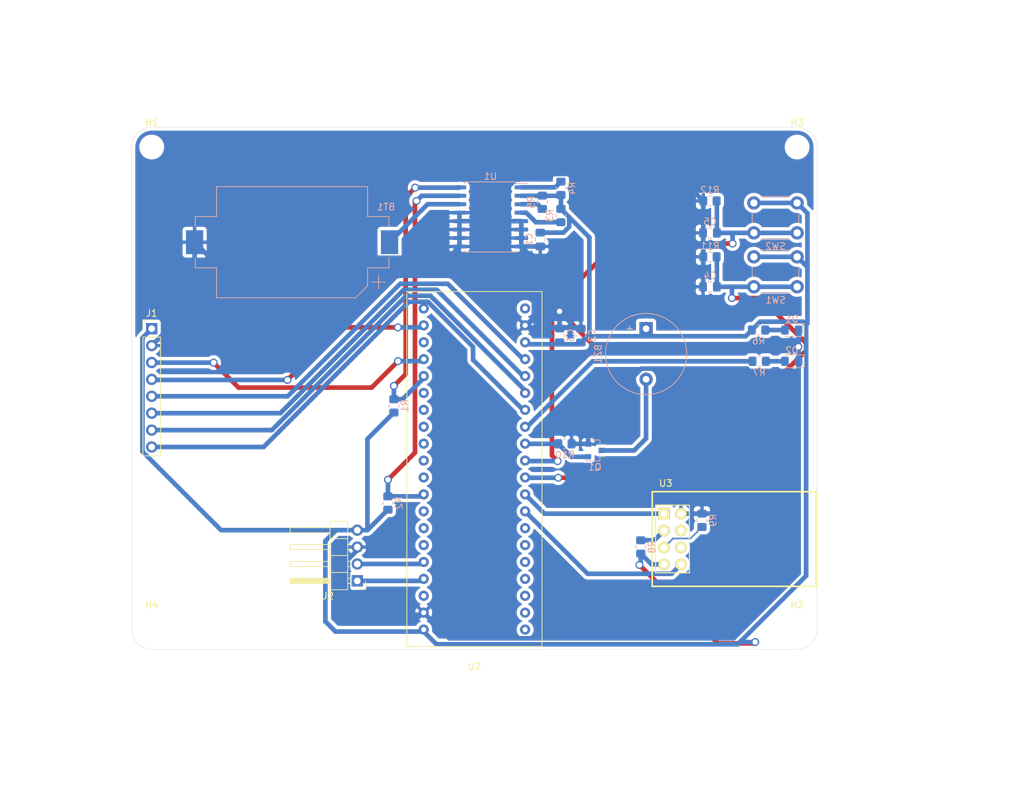
<source format=kicad_pcb>
(kicad_pcb (version 20171130) (host pcbnew 5.1.8)

  (general
    (thickness 1.6)
    (drawings 12)
    (tracks 223)
    (zones 0)
    (modules 33)
    (nets 28)
  )

  (page A4)
  (layers
    (0 F.Cu signal)
    (31 B.Cu signal)
    (32 B.Adhes user)
    (33 F.Adhes user)
    (34 B.Paste user)
    (35 F.Paste user)
    (36 B.SilkS user)
    (37 F.SilkS user)
    (38 B.Mask user)
    (39 F.Mask user)
    (40 Dwgs.User user)
    (41 Cmts.User user)
    (42 Eco1.User user)
    (43 Eco2.User user)
    (44 Edge.Cuts user)
    (45 Margin user)
    (46 B.CrtYd user)
    (47 F.CrtYd user)
    (48 B.Fab user)
    (49 F.Fab user)
  )

  (setup
    (last_trace_width 0.25)
    (user_trace_width 0.25)
    (user_trace_width 0.5)
    (user_trace_width 0.7)
    (trace_clearance 0.2)
    (zone_clearance 0.508)
    (zone_45_only no)
    (trace_min 0.2)
    (via_size 0.8)
    (via_drill 0.4)
    (via_min_size 0.4)
    (via_min_drill 0.3)
    (user_via 1.2 0.8)
    (uvia_size 0.3)
    (uvia_drill 0.1)
    (uvias_allowed no)
    (uvia_min_size 0.2)
    (uvia_min_drill 0.1)
    (edge_width 0.05)
    (segment_width 0.2)
    (pcb_text_width 0.3)
    (pcb_text_size 1.5 1.5)
    (mod_edge_width 0.12)
    (mod_text_size 1 1)
    (mod_text_width 0.15)
    (pad_size 1.524 1.524)
    (pad_drill 0.762)
    (pad_to_mask_clearance 0)
    (aux_axis_origin 0 0)
    (visible_elements FFFFFF7F)
    (pcbplotparams
      (layerselection 0x01054_fffffffe)
      (usegerberextensions false)
      (usegerberattributes true)
      (usegerberadvancedattributes true)
      (creategerberjobfile true)
      (excludeedgelayer true)
      (linewidth 0.100000)
      (plotframeref false)
      (viasonmask false)
      (mode 1)
      (useauxorigin false)
      (hpglpennumber 1)
      (hpglpenspeed 20)
      (hpglpendiameter 15.000000)
      (psnegative false)
      (psa4output false)
      (plotreference true)
      (plotvalue true)
      (plotinvisibletext false)
      (padsonsilk false)
      (subtractmaskfromsilk false)
      (outputformat 1)
      (mirror false)
      (drillshape 0)
      (scaleselection 1)
      (outputdirectory "out/"))
  )

  (net 0 "")
  (net 1 +BATT)
  (net 2 GND)
  (net 3 +3V3)
  (net 4 "Net-(D1-Pad2)")
  (net 5 "Net-(D2-Pad2)")
  (net 6 BUSY)
  (net 7 RST)
  (net 8 DC)
  (net 9 CS)
  (net 10 CLK)
  (net 11 MOSI)
  (net 12 SCL)
  (net 13 SDA)
  (net 14 SCL_RTC)
  (net 15 SDA_RTC)
  (net 16 "Net-(R3-Pad2)")
  (net 17 "Net-(R4-Pad2)")
  (net 18 "Net-(R5-Pad2)")
  (net 19 LED)
  (net 20 "Net-(BZ1-Pad2)")
  (net 21 SW2)
  (net 22 SW1)
  (net 23 BUZZ)
  (net 24 "Net-(R8-Pad2)")
  (net 25 "Net-(R9-Pad1)")
  (net 26 TX)
  (net 27 RX)

  (net_class Default "This is the default net class."
    (clearance 0.2)
    (trace_width 0.25)
    (via_dia 0.8)
    (via_drill 0.4)
    (uvia_dia 0.3)
    (uvia_drill 0.1)
    (add_net +3V3)
    (add_net +5V)
    (add_net +BATT)
    (add_net BUSY)
    (add_net BUZZ)
    (add_net CLK)
    (add_net CS)
    (add_net DC)
    (add_net GND)
    (add_net LED)
    (add_net MOSI)
    (add_net "Net-(BZ1-Pad2)")
    (add_net "Net-(D1-Pad2)")
    (add_net "Net-(D2-Pad2)")
    (add_net "Net-(R3-Pad2)")
    (add_net "Net-(R4-Pad2)")
    (add_net "Net-(R5-Pad2)")
    (add_net "Net-(R8-Pad2)")
    (add_net "Net-(R9-Pad1)")
    (add_net "Net-(U2-Pad1)")
    (add_net "Net-(U2-Pad10)")
    (add_net "Net-(U2-Pad11)")
    (add_net "Net-(U2-Pad13)")
    (add_net "Net-(U2-Pad14)")
    (add_net "Net-(U2-Pad15)")
    (add_net "Net-(U2-Pad18)")
    (add_net "Net-(U2-Pad3)")
    (add_net "Net-(U2-Pad34)")
    (add_net "Net-(U2-Pad35)")
    (add_net "Net-(U2-Pad36)")
    (add_net "Net-(U2-Pad37)")
    (add_net "Net-(U2-Pad38)")
    (add_net "Net-(U2-Pad39)")
    (add_net "Net-(U2-Pad40)")
    (add_net "Net-(U2-Pad6)")
    (add_net "Net-(U2-Pad7)")
    (add_net "Net-(U2-Pad8)")
    (add_net "Net-(U2-Pad9)")
    (add_net "Net-(U3-Pad4)")
    (add_net "Net-(U3-Pad6)")
    (add_net RST)
    (add_net RX)
    (add_net SCL)
    (add_net SCL_RTC)
    (add_net SDA)
    (add_net SDA_RTC)
    (add_net SW1)
    (add_net SW2)
    (add_net TX)
  )

  (module esp:ESP-01 (layer F.Cu) (tedit 577EF889) (tstamp 5FCBD418)
    (at 156 134.1)
    (descr "Module, ESP-8266, ESP-01, 8 pin")
    (tags "Module ESP-8266 ESP8266")
    (path /5FD4924A)
    (fp_text reference U3 (at 0.254 -4.572) (layer F.SilkS)
      (effects (font (size 1 1) (thickness 0.15)))
    )
    (fp_text value ESP-01v090 (at 12.192 3.556) (layer F.Fab)
      (effects (font (size 1 1) (thickness 0.15)))
    )
    (fp_line (start 3.81 -1.27) (end 1.27 -1.27) (layer F.SilkS) (width 0.1524))
    (fp_line (start 3.81 8.89) (end 3.81 -1.27) (layer F.SilkS) (width 0.1524))
    (fp_line (start -1.27 8.89) (end 3.81 8.89) (layer F.SilkS) (width 0.1524))
    (fp_line (start -1.27 1.27) (end -1.27 8.89) (layer F.SilkS) (width 0.1524))
    (fp_line (start -1.75 9.4) (end 4.3 9.4) (layer F.CrtYd) (width 0.05))
    (fp_line (start -1.75 -1.75) (end 4.3 -1.75) (layer F.CrtYd) (width 0.05))
    (fp_line (start 4.3 -1.75) (end 4.3 9.4) (layer F.CrtYd) (width 0.05))
    (fp_line (start -1.75 -1.75) (end -1.75 9.4) (layer F.CrtYd) (width 0.05))
    (fp_line (start -1.27 -1.27) (end -1.27 1.27) (layer F.SilkS) (width 0.1524))
    (fp_line (start 1.27 -1.27) (end -1.27 -1.27) (layer F.SilkS) (width 0.1524))
    (fp_line (start -1.778 10.922) (end -1.778 -3.302) (layer F.Fab) (width 0.05))
    (fp_line (start 22.86 10.922) (end -1.778 10.922) (layer F.Fab) (width 0.05))
    (fp_line (start 22.86 -3.302) (end 22.86 10.922) (layer F.Fab) (width 0.05))
    (fp_line (start -1.778 -3.302) (end 22.86 -3.302) (layer F.Fab) (width 0.05))
    (fp_line (start -1.778 10.922) (end -1.778 -3.302) (layer F.SilkS) (width 0.254))
    (fp_line (start 22.86 10.922) (end -1.778 10.922) (layer F.SilkS) (width 0.254))
    (fp_line (start 22.86 -3.302) (end 22.86 10.922) (layer F.SilkS) (width 0.254))
    (fp_line (start -1.778 -3.302) (end 22.86 -3.302) (layer F.SilkS) (width 0.254))
    (pad 8 thru_hole oval (at 2.54 7.62) (size 1.7272 1.7272) (drill 1.016) (layers *.Cu *.Mask F.SilkS)
      (net 26 TX))
    (pad 7 thru_hole oval (at 0 7.62) (size 1.7272 1.7272) (drill 1.016) (layers *.Cu *.Mask F.SilkS)
      (net 3 +3V3))
    (pad 6 thru_hole oval (at 2.54 5.08) (size 1.7272 1.7272) (drill 1.016) (layers *.Cu *.Mask F.SilkS))
    (pad 5 thru_hole oval (at 0 5.08) (size 1.7272 1.7272) (drill 1.016) (layers *.Cu *.Mask F.SilkS)
      (net 25 "Net-(R9-Pad1)"))
    (pad 4 thru_hole oval (at 2.54 2.54) (size 1.7272 1.7272) (drill 1.016) (layers *.Cu *.Mask F.SilkS))
    (pad 3 thru_hole oval (at 0 2.54) (size 1.7272 1.7272) (drill 1.016) (layers *.Cu *.Mask F.SilkS)
      (net 24 "Net-(R8-Pad2)"))
    (pad 2 thru_hole oval (at 2.54 0) (size 1.7272 1.7272) (drill 1.016) (layers *.Cu *.Mask F.SilkS)
      (net 2 GND))
    (pad 1 thru_hole rect (at 0 0) (size 1.7272 1.7272) (drill 1.016) (layers *.Cu *.Mask F.SilkS)
      (net 27 RX))
  )

  (module Button_Switch_THT:SW_PUSH_6mm (layer B.Cu) (tedit 5A02FE31) (tstamp 5FCBE20A)
    (at 169.5 91.9)
    (descr https://www.omron.com/ecb/products/pdf/en-b3f.pdf)
    (tags "tact sw push 6mm")
    (path /5FDA929C)
    (fp_text reference SW2 (at 3.25 2) (layer B.SilkS)
      (effects (font (size 1 1) (thickness 0.15)) (justify mirror))
    )
    (fp_text value SW_Push (at 3.75 -6.7) (layer B.Fab)
      (effects (font (size 1 1) (thickness 0.15)) (justify mirror))
    )
    (fp_circle (center 3.25 -2.25) (end 1.25 -2.5) (layer B.Fab) (width 0.1))
    (fp_line (start 6.75 -3) (end 6.75 -1.5) (layer B.SilkS) (width 0.12))
    (fp_line (start 5.5 1) (end 1 1) (layer B.SilkS) (width 0.12))
    (fp_line (start -0.25 -1.5) (end -0.25 -3) (layer B.SilkS) (width 0.12))
    (fp_line (start 1 -5.5) (end 5.5 -5.5) (layer B.SilkS) (width 0.12))
    (fp_line (start 8 1.25) (end 8 -5.75) (layer B.CrtYd) (width 0.05))
    (fp_line (start 7.75 -6) (end -1.25 -6) (layer B.CrtYd) (width 0.05))
    (fp_line (start -1.5 -5.75) (end -1.5 1.25) (layer B.CrtYd) (width 0.05))
    (fp_line (start -1.25 1.5) (end 7.75 1.5) (layer B.CrtYd) (width 0.05))
    (fp_line (start -1.5 -6) (end -1.25 -6) (layer B.CrtYd) (width 0.05))
    (fp_line (start -1.5 -5.75) (end -1.5 -6) (layer B.CrtYd) (width 0.05))
    (fp_line (start -1.5 1.5) (end -1.25 1.5) (layer B.CrtYd) (width 0.05))
    (fp_line (start -1.5 1.25) (end -1.5 1.5) (layer B.CrtYd) (width 0.05))
    (fp_line (start 8 1.5) (end 8 1.25) (layer B.CrtYd) (width 0.05))
    (fp_line (start 7.75 1.5) (end 8 1.5) (layer B.CrtYd) (width 0.05))
    (fp_line (start 8 -6) (end 8 -5.75) (layer B.CrtYd) (width 0.05))
    (fp_line (start 7.75 -6) (end 8 -6) (layer B.CrtYd) (width 0.05))
    (fp_line (start 0.25 0.75) (end 3.25 0.75) (layer B.Fab) (width 0.1))
    (fp_line (start 0.25 -5.25) (end 0.25 0.75) (layer B.Fab) (width 0.1))
    (fp_line (start 6.25 -5.25) (end 0.25 -5.25) (layer B.Fab) (width 0.1))
    (fp_line (start 6.25 0.75) (end 6.25 -5.25) (layer B.Fab) (width 0.1))
    (fp_line (start 3.25 0.75) (end 6.25 0.75) (layer B.Fab) (width 0.1))
    (fp_text user %R (at 3.25 -2.25) (layer B.Fab)
      (effects (font (size 1 1) (thickness 0.15)) (justify mirror))
    )
    (pad 1 thru_hole circle (at 6.5 0 270) (size 2 2) (drill 1.1) (layers *.Cu *.Mask)
      (net 22 SW1))
    (pad 2 thru_hole circle (at 6.5 -4.5 270) (size 2 2) (drill 1.1) (layers *.Cu *.Mask)
      (net 3 +3V3))
    (pad 1 thru_hole circle (at 0 0 270) (size 2 2) (drill 1.1) (layers *.Cu *.Mask)
      (net 22 SW1))
    (pad 2 thru_hole circle (at 0 -4.5 270) (size 2 2) (drill 1.1) (layers *.Cu *.Mask)
      (net 3 +3V3))
    (model ${KISYS3DMOD}/Button_Switch_THT.3dshapes/SW_PUSH_6mm.wrl
      (at (xyz 0 0 0))
      (scale (xyz 1 1 1))
      (rotate (xyz 0 0 0))
    )
  )

  (module Button_Switch_THT:SW_PUSH_6mm (layer B.Cu) (tedit 5A02FE31) (tstamp 5FCBD331)
    (at 169.5 100)
    (descr https://www.omron.com/ecb/products/pdf/en-b3f.pdf)
    (tags "tact sw push 6mm")
    (path /5FDA16EB)
    (fp_text reference SW1 (at 3.25 2) (layer B.SilkS)
      (effects (font (size 1 1) (thickness 0.15)) (justify mirror))
    )
    (fp_text value SW_Push (at 3.75 -6.7) (layer B.Fab)
      (effects (font (size 1 1) (thickness 0.15)) (justify mirror))
    )
    (fp_circle (center 3.25 -2.25) (end 1.25 -2.5) (layer B.Fab) (width 0.1))
    (fp_line (start 6.75 -3) (end 6.75 -1.5) (layer B.SilkS) (width 0.12))
    (fp_line (start 5.5 1) (end 1 1) (layer B.SilkS) (width 0.12))
    (fp_line (start -0.25 -1.5) (end -0.25 -3) (layer B.SilkS) (width 0.12))
    (fp_line (start 1 -5.5) (end 5.5 -5.5) (layer B.SilkS) (width 0.12))
    (fp_line (start 8 1.25) (end 8 -5.75) (layer B.CrtYd) (width 0.05))
    (fp_line (start 7.75 -6) (end -1.25 -6) (layer B.CrtYd) (width 0.05))
    (fp_line (start -1.5 -5.75) (end -1.5 1.25) (layer B.CrtYd) (width 0.05))
    (fp_line (start -1.25 1.5) (end 7.75 1.5) (layer B.CrtYd) (width 0.05))
    (fp_line (start -1.5 -6) (end -1.25 -6) (layer B.CrtYd) (width 0.05))
    (fp_line (start -1.5 -5.75) (end -1.5 -6) (layer B.CrtYd) (width 0.05))
    (fp_line (start -1.5 1.5) (end -1.25 1.5) (layer B.CrtYd) (width 0.05))
    (fp_line (start -1.5 1.25) (end -1.5 1.5) (layer B.CrtYd) (width 0.05))
    (fp_line (start 8 1.5) (end 8 1.25) (layer B.CrtYd) (width 0.05))
    (fp_line (start 7.75 1.5) (end 8 1.5) (layer B.CrtYd) (width 0.05))
    (fp_line (start 8 -6) (end 8 -5.75) (layer B.CrtYd) (width 0.05))
    (fp_line (start 7.75 -6) (end 8 -6) (layer B.CrtYd) (width 0.05))
    (fp_line (start 0.25 0.75) (end 3.25 0.75) (layer B.Fab) (width 0.1))
    (fp_line (start 0.25 -5.25) (end 0.25 0.75) (layer B.Fab) (width 0.1))
    (fp_line (start 6.25 -5.25) (end 0.25 -5.25) (layer B.Fab) (width 0.1))
    (fp_line (start 6.25 0.75) (end 6.25 -5.25) (layer B.Fab) (width 0.1))
    (fp_line (start 3.25 0.75) (end 6.25 0.75) (layer B.Fab) (width 0.1))
    (fp_text user %R (at 3.25 -2.25) (layer B.Fab)
      (effects (font (size 1 1) (thickness 0.15)) (justify mirror))
    )
    (pad 1 thru_hole circle (at 6.5 0 270) (size 2 2) (drill 1.1) (layers *.Cu *.Mask)
      (net 21 SW2))
    (pad 2 thru_hole circle (at 6.5 -4.5 270) (size 2 2) (drill 1.1) (layers *.Cu *.Mask)
      (net 3 +3V3))
    (pad 1 thru_hole circle (at 0 0 270) (size 2 2) (drill 1.1) (layers *.Cu *.Mask)
      (net 21 SW2))
    (pad 2 thru_hole circle (at 0 -4.5 270) (size 2 2) (drill 1.1) (layers *.Cu *.Mask)
      (net 3 +3V3))
    (model ${KISYS3DMOD}/Button_Switch_THT.3dshapes/SW_PUSH_6mm.wrl
      (at (xyz 0 0 0))
      (scale (xyz 1 1 1))
      (rotate (xyz 0 0 0))
    )
  )

  (module Resistor_SMD:R_0805_2012Metric_Pad1.20x1.40mm_HandSolder (layer B.Cu) (tedit 5F68FEEE) (tstamp 5FCBE4B3)
    (at 162.9 87.1 180)
    (descr "Resistor SMD 0805 (2012 Metric), square (rectangular) end terminal, IPC_7351 nominal with elongated pad for handsoldering. (Body size source: IPC-SM-782 page 72, https://www.pcb-3d.com/wordpress/wp-content/uploads/ipc-sm-782a_amendment_1_and_2.pdf), generated with kicad-footprint-generator")
    (tags "resistor handsolder")
    (path /5FCFA4E9)
    (attr smd)
    (fp_text reference R12 (at 0 1.65) (layer B.SilkS)
      (effects (font (size 1 1) (thickness 0.15)) (justify mirror))
    )
    (fp_text value 4k7 (at 0 -1.65) (layer B.Fab)
      (effects (font (size 1 1) (thickness 0.15)) (justify mirror))
    )
    (fp_line (start 1.85 -0.95) (end -1.85 -0.95) (layer B.CrtYd) (width 0.05))
    (fp_line (start 1.85 0.95) (end 1.85 -0.95) (layer B.CrtYd) (width 0.05))
    (fp_line (start -1.85 0.95) (end 1.85 0.95) (layer B.CrtYd) (width 0.05))
    (fp_line (start -1.85 -0.95) (end -1.85 0.95) (layer B.CrtYd) (width 0.05))
    (fp_line (start -0.227064 -0.735) (end 0.227064 -0.735) (layer B.SilkS) (width 0.12))
    (fp_line (start -0.227064 0.735) (end 0.227064 0.735) (layer B.SilkS) (width 0.12))
    (fp_line (start 1 -0.625) (end -1 -0.625) (layer B.Fab) (width 0.1))
    (fp_line (start 1 0.625) (end 1 -0.625) (layer B.Fab) (width 0.1))
    (fp_line (start -1 0.625) (end 1 0.625) (layer B.Fab) (width 0.1))
    (fp_line (start -1 -0.625) (end -1 0.625) (layer B.Fab) (width 0.1))
    (fp_text user %R (at 0 0) (layer B.Fab)
      (effects (font (size 0.5 0.5) (thickness 0.08)) (justify mirror))
    )
    (pad 2 smd roundrect (at 1 0 180) (size 1.2 1.4) (layers B.Cu B.Paste B.Mask) (roundrect_rratio 0.2083325)
      (net 2 GND))
    (pad 1 smd roundrect (at -1 0 180) (size 1.2 1.4) (layers B.Cu B.Paste B.Mask) (roundrect_rratio 0.2083325)
      (net 22 SW1))
    (model ${KISYS3DMOD}/Resistor_SMD.3dshapes/R_0805_2012Metric.wrl
      (at (xyz 0 0 0))
      (scale (xyz 1 1 1))
      (rotate (xyz 0 0 0))
    )
  )

  (module Resistor_SMD:R_0805_2012Metric_Pad1.20x1.40mm_HandSolder (layer B.Cu) (tedit 5F68FEEE) (tstamp 5FCBD301)
    (at 162.9 95.5 180)
    (descr "Resistor SMD 0805 (2012 Metric), square (rectangular) end terminal, IPC_7351 nominal with elongated pad for handsoldering. (Body size source: IPC-SM-782 page 72, https://www.pcb-3d.com/wordpress/wp-content/uploads/ipc-sm-782a_amendment_1_and_2.pdf), generated with kicad-footprint-generator")
    (tags "resistor handsolder")
    (path /5FD2109F)
    (attr smd)
    (fp_text reference R11 (at 0 1.65) (layer B.SilkS)
      (effects (font (size 1 1) (thickness 0.15)) (justify mirror))
    )
    (fp_text value 4k7 (at 0 -1.65) (layer B.Fab)
      (effects (font (size 1 1) (thickness 0.15)) (justify mirror))
    )
    (fp_line (start 1.85 -0.95) (end -1.85 -0.95) (layer B.CrtYd) (width 0.05))
    (fp_line (start 1.85 0.95) (end 1.85 -0.95) (layer B.CrtYd) (width 0.05))
    (fp_line (start -1.85 0.95) (end 1.85 0.95) (layer B.CrtYd) (width 0.05))
    (fp_line (start -1.85 -0.95) (end -1.85 0.95) (layer B.CrtYd) (width 0.05))
    (fp_line (start -0.227064 -0.735) (end 0.227064 -0.735) (layer B.SilkS) (width 0.12))
    (fp_line (start -0.227064 0.735) (end 0.227064 0.735) (layer B.SilkS) (width 0.12))
    (fp_line (start 1 -0.625) (end -1 -0.625) (layer B.Fab) (width 0.1))
    (fp_line (start 1 0.625) (end 1 -0.625) (layer B.Fab) (width 0.1))
    (fp_line (start -1 0.625) (end 1 0.625) (layer B.Fab) (width 0.1))
    (fp_line (start -1 -0.625) (end -1 0.625) (layer B.Fab) (width 0.1))
    (fp_text user %R (at 0 0) (layer B.Fab)
      (effects (font (size 0.5 0.5) (thickness 0.08)) (justify mirror))
    )
    (pad 2 smd roundrect (at 1 0 180) (size 1.2 1.4) (layers B.Cu B.Paste B.Mask) (roundrect_rratio 0.2083325)
      (net 2 GND))
    (pad 1 smd roundrect (at -1 0 180) (size 1.2 1.4) (layers B.Cu B.Paste B.Mask) (roundrect_rratio 0.2083325)
      (net 21 SW2))
    (model ${KISYS3DMOD}/Resistor_SMD.3dshapes/R_0805_2012Metric.wrl
      (at (xyz 0 0 0))
      (scale (xyz 1 1 1))
      (rotate (xyz 0 0 0))
    )
  )

  (module Resistor_SMD:R_0805_2012Metric_Pad1.20x1.40mm_HandSolder (layer B.Cu) (tedit 5F68FEEE) (tstamp 5FCBD2F0)
    (at 141.1 123.6)
    (descr "Resistor SMD 0805 (2012 Metric), square (rectangular) end terminal, IPC_7351 nominal with elongated pad for handsoldering. (Body size source: IPC-SM-782 page 72, https://www.pcb-3d.com/wordpress/wp-content/uploads/ipc-sm-782a_amendment_1_and_2.pdf), generated with kicad-footprint-generator")
    (tags "resistor handsolder")
    (path /5FCCBFDD)
    (attr smd)
    (fp_text reference R10 (at 0 1.65) (layer B.SilkS)
      (effects (font (size 1 1) (thickness 0.15)) (justify mirror))
    )
    (fp_text value 4k7 (at 0 -1.65) (layer B.Fab)
      (effects (font (size 1 1) (thickness 0.15)) (justify mirror))
    )
    (fp_line (start 1.85 -0.95) (end -1.85 -0.95) (layer B.CrtYd) (width 0.05))
    (fp_line (start 1.85 0.95) (end 1.85 -0.95) (layer B.CrtYd) (width 0.05))
    (fp_line (start -1.85 0.95) (end 1.85 0.95) (layer B.CrtYd) (width 0.05))
    (fp_line (start -1.85 -0.95) (end -1.85 0.95) (layer B.CrtYd) (width 0.05))
    (fp_line (start -0.227064 -0.735) (end 0.227064 -0.735) (layer B.SilkS) (width 0.12))
    (fp_line (start -0.227064 0.735) (end 0.227064 0.735) (layer B.SilkS) (width 0.12))
    (fp_line (start 1 -0.625) (end -1 -0.625) (layer B.Fab) (width 0.1))
    (fp_line (start 1 0.625) (end 1 -0.625) (layer B.Fab) (width 0.1))
    (fp_line (start -1 0.625) (end 1 0.625) (layer B.Fab) (width 0.1))
    (fp_line (start -1 -0.625) (end -1 0.625) (layer B.Fab) (width 0.1))
    (fp_text user %R (at 0 0.1) (layer B.Fab)
      (effects (font (size 0.5 0.5) (thickness 0.08)) (justify mirror))
    )
    (pad 2 smd roundrect (at 1 0) (size 1.2 1.4) (layers B.Cu B.Paste B.Mask) (roundrect_rratio 0.2083325)
      (net 2 GND))
    (pad 1 smd roundrect (at -1 0) (size 1.2 1.4) (layers B.Cu B.Paste B.Mask) (roundrect_rratio 0.2083325)
      (net 23 BUZZ))
    (model ${KISYS3DMOD}/Resistor_SMD.3dshapes/R_0805_2012Metric.wrl
      (at (xyz 0 0 0))
      (scale (xyz 1 1 1))
      (rotate (xyz 0 0 0))
    )
  )

  (module Resistor_SMD:R_0805_2012Metric_Pad1.20x1.40mm_HandSolder (layer B.Cu) (tedit 5F68FEEE) (tstamp 5FCBD2DF)
    (at 161.7 135.1 90)
    (descr "Resistor SMD 0805 (2012 Metric), square (rectangular) end terminal, IPC_7351 nominal with elongated pad for handsoldering. (Body size source: IPC-SM-782 page 72, https://www.pcb-3d.com/wordpress/wp-content/uploads/ipc-sm-782a_amendment_1_and_2.pdf), generated with kicad-footprint-generator")
    (tags "resistor handsolder")
    (path /5FD69E9D)
    (attr smd)
    (fp_text reference R9 (at 0 1.65 90) (layer B.SilkS)
      (effects (font (size 1 1) (thickness 0.15)) (justify mirror))
    )
    (fp_text value 0R (at 0 -1.65 90) (layer B.Fab)
      (effects (font (size 1 1) (thickness 0.15)) (justify mirror))
    )
    (fp_line (start 1.85 -0.95) (end -1.85 -0.95) (layer B.CrtYd) (width 0.05))
    (fp_line (start 1.85 0.95) (end 1.85 -0.95) (layer B.CrtYd) (width 0.05))
    (fp_line (start -1.85 0.95) (end 1.85 0.95) (layer B.CrtYd) (width 0.05))
    (fp_line (start -1.85 -0.95) (end -1.85 0.95) (layer B.CrtYd) (width 0.05))
    (fp_line (start -0.227064 -0.735) (end 0.227064 -0.735) (layer B.SilkS) (width 0.12))
    (fp_line (start -0.227064 0.735) (end 0.227064 0.735) (layer B.SilkS) (width 0.12))
    (fp_line (start 1 -0.625) (end -1 -0.625) (layer B.Fab) (width 0.1))
    (fp_line (start 1 0.625) (end 1 -0.625) (layer B.Fab) (width 0.1))
    (fp_line (start -1 0.625) (end 1 0.625) (layer B.Fab) (width 0.1))
    (fp_line (start -1 -0.625) (end -1 0.625) (layer B.Fab) (width 0.1))
    (fp_text user %R (at 0 0 90) (layer B.Fab)
      (effects (font (size 0.5 0.5) (thickness 0.08)) (justify mirror))
    )
    (pad 2 smd roundrect (at 1 0 90) (size 1.2 1.4) (layers B.Cu B.Paste B.Mask) (roundrect_rratio 0.2083325)
      (net 2 GND))
    (pad 1 smd roundrect (at -1 0 90) (size 1.2 1.4) (layers B.Cu B.Paste B.Mask) (roundrect_rratio 0.2083325)
      (net 25 "Net-(R9-Pad1)"))
    (model ${KISYS3DMOD}/Resistor_SMD.3dshapes/R_0805_2012Metric.wrl
      (at (xyz 0 0 0))
      (scale (xyz 1 1 1))
      (rotate (xyz 0 0 0))
    )
  )

  (module Resistor_SMD:R_0805_2012Metric_Pad1.20x1.40mm_HandSolder (layer B.Cu) (tedit 5F68FEEE) (tstamp 5FCBD2CE)
    (at 152.5 139.1 90)
    (descr "Resistor SMD 0805 (2012 Metric), square (rectangular) end terminal, IPC_7351 nominal with elongated pad for handsoldering. (Body size source: IPC-SM-782 page 72, https://www.pcb-3d.com/wordpress/wp-content/uploads/ipc-sm-782a_amendment_1_and_2.pdf), generated with kicad-footprint-generator")
    (tags "resistor handsolder")
    (path /5FD5C3B4)
    (attr smd)
    (fp_text reference R8 (at 0 1.65 90) (layer B.SilkS)
      (effects (font (size 1 1) (thickness 0.15)) (justify mirror))
    )
    (fp_text value 10K (at 0 -1.65 90) (layer B.Fab)
      (effects (font (size 1 1) (thickness 0.15)) (justify mirror))
    )
    (fp_line (start 1.85 -0.95) (end -1.85 -0.95) (layer B.CrtYd) (width 0.05))
    (fp_line (start 1.85 0.95) (end 1.85 -0.95) (layer B.CrtYd) (width 0.05))
    (fp_line (start -1.85 0.95) (end 1.85 0.95) (layer B.CrtYd) (width 0.05))
    (fp_line (start -1.85 -0.95) (end -1.85 0.95) (layer B.CrtYd) (width 0.05))
    (fp_line (start -0.227064 -0.735) (end 0.227064 -0.735) (layer B.SilkS) (width 0.12))
    (fp_line (start -0.227064 0.735) (end 0.227064 0.735) (layer B.SilkS) (width 0.12))
    (fp_line (start 1 -0.625) (end -1 -0.625) (layer B.Fab) (width 0.1))
    (fp_line (start 1 0.625) (end 1 -0.625) (layer B.Fab) (width 0.1))
    (fp_line (start -1 0.625) (end 1 0.625) (layer B.Fab) (width 0.1))
    (fp_line (start -1 -0.625) (end -1 0.625) (layer B.Fab) (width 0.1))
    (fp_text user %R (at 0 0 90) (layer B.Fab)
      (effects (font (size 0.5 0.5) (thickness 0.08)) (justify mirror))
    )
    (pad 2 smd roundrect (at 1 0 90) (size 1.2 1.4) (layers B.Cu B.Paste B.Mask) (roundrect_rratio 0.2083325)
      (net 24 "Net-(R8-Pad2)"))
    (pad 1 smd roundrect (at -1 0 90) (size 1.2 1.4) (layers B.Cu B.Paste B.Mask) (roundrect_rratio 0.2083325)
      (net 3 +3V3))
    (model ${KISYS3DMOD}/Resistor_SMD.3dshapes/R_0805_2012Metric.wrl
      (at (xyz 0 0 0))
      (scale (xyz 1 1 1))
      (rotate (xyz 0 0 0))
    )
  )

  (module Package_TO_SOT_SMD:SOT-23 (layer B.Cu) (tedit 5A02FF57) (tstamp 5FCBD1FD)
    (at 145.6 124.6)
    (descr "SOT-23, Standard")
    (tags SOT-23)
    (path /5FCC2511)
    (attr smd)
    (fp_text reference Q1 (at 0 2.5) (layer B.SilkS)
      (effects (font (size 1 1) (thickness 0.15)) (justify mirror))
    )
    (fp_text value BSN20 (at 0 -2.5) (layer B.Fab)
      (effects (font (size 1 1) (thickness 0.15)) (justify mirror))
    )
    (fp_line (start 0.76 -1.58) (end -0.7 -1.58) (layer B.SilkS) (width 0.12))
    (fp_line (start 0.76 1.58) (end -1.4 1.58) (layer B.SilkS) (width 0.12))
    (fp_line (start -1.7 -1.75) (end -1.7 1.75) (layer B.CrtYd) (width 0.05))
    (fp_line (start 1.7 -1.75) (end -1.7 -1.75) (layer B.CrtYd) (width 0.05))
    (fp_line (start 1.7 1.75) (end 1.7 -1.75) (layer B.CrtYd) (width 0.05))
    (fp_line (start -1.7 1.75) (end 1.7 1.75) (layer B.CrtYd) (width 0.05))
    (fp_line (start 0.76 1.58) (end 0.76 0.65) (layer B.SilkS) (width 0.12))
    (fp_line (start 0.76 -1.58) (end 0.76 -0.65) (layer B.SilkS) (width 0.12))
    (fp_line (start -0.7 -1.52) (end 0.7 -1.52) (layer B.Fab) (width 0.1))
    (fp_line (start 0.7 1.52) (end 0.7 -1.52) (layer B.Fab) (width 0.1))
    (fp_line (start -0.7 0.95) (end -0.15 1.52) (layer B.Fab) (width 0.1))
    (fp_line (start -0.15 1.52) (end 0.7 1.52) (layer B.Fab) (width 0.1))
    (fp_line (start -0.7 0.95) (end -0.7 -1.5) (layer B.Fab) (width 0.1))
    (fp_text user %R (at 0 0 -90) (layer B.Fab)
      (effects (font (size 0.5 0.5) (thickness 0.075)) (justify mirror))
    )
    (pad 3 smd rect (at 1 0) (size 0.9 0.8) (layers B.Cu B.Paste B.Mask)
      (net 20 "Net-(BZ1-Pad2)"))
    (pad 2 smd rect (at -1 -0.95) (size 0.9 0.8) (layers B.Cu B.Paste B.Mask)
      (net 2 GND))
    (pad 1 smd rect (at -1 0.95) (size 0.9 0.8) (layers B.Cu B.Paste B.Mask)
      (net 23 BUZZ))
    (model ${KISYS3DMOD}/Package_TO_SOT_SMD.3dshapes/SOT-23.wrl
      (at (xyz 0 0 0))
      (scale (xyz 1 1 1))
      (rotate (xyz 0 0 0))
    )
  )

  (module Capacitor_SMD:C_0805_2012Metric_Pad1.18x1.45mm_HandSolder (layer B.Cu) (tedit 5F68FEEF) (tstamp 5FCBD09A)
    (at 162.9 91.9 180)
    (descr "Capacitor SMD 0805 (2012 Metric), square (rectangular) end terminal, IPC_7351 nominal with elongated pad for handsoldering. (Body size source: IPC-SM-782 page 76, https://www.pcb-3d.com/wordpress/wp-content/uploads/ipc-sm-782a_amendment_1_and_2.pdf, https://docs.google.com/spreadsheets/d/1BsfQQcO9C6DZCsRaXUlFlo91Tg2WpOkGARC1WS5S8t0/edit?usp=sharing), generated with kicad-footprint-generator")
    (tags "capacitor handsolder")
    (path /5FD044EE)
    (attr smd)
    (fp_text reference C5 (at 0 1.68) (layer B.SilkS)
      (effects (font (size 1 1) (thickness 0.15)) (justify mirror))
    )
    (fp_text value 100nF (at 0 -1.68) (layer B.Fab)
      (effects (font (size 1 1) (thickness 0.15)) (justify mirror))
    )
    (fp_line (start 1.88 -0.98) (end -1.88 -0.98) (layer B.CrtYd) (width 0.05))
    (fp_line (start 1.88 0.98) (end 1.88 -0.98) (layer B.CrtYd) (width 0.05))
    (fp_line (start -1.88 0.98) (end 1.88 0.98) (layer B.CrtYd) (width 0.05))
    (fp_line (start -1.88 -0.98) (end -1.88 0.98) (layer B.CrtYd) (width 0.05))
    (fp_line (start -0.261252 -0.735) (end 0.261252 -0.735) (layer B.SilkS) (width 0.12))
    (fp_line (start -0.261252 0.735) (end 0.261252 0.735) (layer B.SilkS) (width 0.12))
    (fp_line (start 1 -0.625) (end -1 -0.625) (layer B.Fab) (width 0.1))
    (fp_line (start 1 0.625) (end 1 -0.625) (layer B.Fab) (width 0.1))
    (fp_line (start -1 0.625) (end 1 0.625) (layer B.Fab) (width 0.1))
    (fp_line (start -1 -0.625) (end -1 0.625) (layer B.Fab) (width 0.1))
    (fp_text user %R (at 0 0) (layer B.Fab)
      (effects (font (size 0.5 0.5) (thickness 0.08)) (justify mirror))
    )
    (pad 2 smd roundrect (at 1.0375 0 180) (size 1.175 1.45) (layers B.Cu B.Paste B.Mask) (roundrect_rratio 0.2127659574468085)
      (net 2 GND))
    (pad 1 smd roundrect (at -1.0375 0 180) (size 1.175 1.45) (layers B.Cu B.Paste B.Mask) (roundrect_rratio 0.2127659574468085)
      (net 22 SW1))
    (model ${KISYS3DMOD}/Capacitor_SMD.3dshapes/C_0805_2012Metric.wrl
      (at (xyz 0 0 0))
      (scale (xyz 1 1 1))
      (rotate (xyz 0 0 0))
    )
  )

  (module Capacitor_SMD:C_0805_2012Metric_Pad1.18x1.45mm_HandSolder (layer B.Cu) (tedit 5F68FEEF) (tstamp 5FCBD089)
    (at 162.9 100 180)
    (descr "Capacitor SMD 0805 (2012 Metric), square (rectangular) end terminal, IPC_7351 nominal with elongated pad for handsoldering. (Body size source: IPC-SM-782 page 76, https://www.pcb-3d.com/wordpress/wp-content/uploads/ipc-sm-782a_amendment_1_and_2.pdf, https://docs.google.com/spreadsheets/d/1BsfQQcO9C6DZCsRaXUlFlo91Tg2WpOkGARC1WS5S8t0/edit?usp=sharing), generated with kicad-footprint-generator")
    (tags "capacitor handsolder")
    (path /5FD210AF)
    (attr smd)
    (fp_text reference C4 (at 0 1.68) (layer B.SilkS)
      (effects (font (size 1 1) (thickness 0.15)) (justify mirror))
    )
    (fp_text value 100nF (at 0 -1.68) (layer B.Fab)
      (effects (font (size 1 1) (thickness 0.15)) (justify mirror))
    )
    (fp_line (start 1.88 -0.98) (end -1.88 -0.98) (layer B.CrtYd) (width 0.05))
    (fp_line (start 1.88 0.98) (end 1.88 -0.98) (layer B.CrtYd) (width 0.05))
    (fp_line (start -1.88 0.98) (end 1.88 0.98) (layer B.CrtYd) (width 0.05))
    (fp_line (start -1.88 -0.98) (end -1.88 0.98) (layer B.CrtYd) (width 0.05))
    (fp_line (start -0.261252 -0.735) (end 0.261252 -0.735) (layer B.SilkS) (width 0.12))
    (fp_line (start -0.261252 0.735) (end 0.261252 0.735) (layer B.SilkS) (width 0.12))
    (fp_line (start 1 -0.625) (end -1 -0.625) (layer B.Fab) (width 0.1))
    (fp_line (start 1 0.625) (end 1 -0.625) (layer B.Fab) (width 0.1))
    (fp_line (start -1 0.625) (end 1 0.625) (layer B.Fab) (width 0.1))
    (fp_line (start -1 -0.625) (end -1 0.625) (layer B.Fab) (width 0.1))
    (fp_text user %R (at 0 0) (layer B.Fab)
      (effects (font (size 0.5 0.5) (thickness 0.08)) (justify mirror))
    )
    (pad 2 smd roundrect (at 1.0375 0 180) (size 1.175 1.45) (layers B.Cu B.Paste B.Mask) (roundrect_rratio 0.2127659574468085)
      (net 2 GND))
    (pad 1 smd roundrect (at -1.0375 0 180) (size 1.175 1.45) (layers B.Cu B.Paste B.Mask) (roundrect_rratio 0.2127659574468085)
      (net 21 SW2))
    (model ${KISYS3DMOD}/Capacitor_SMD.3dshapes/C_0805_2012Metric.wrl
      (at (xyz 0 0 0))
      (scale (xyz 1 1 1))
      (rotate (xyz 0 0 0))
    )
  )

  (module Buzzer_Beeper:Buzzer_12x9.5RM7.6 (layer B.Cu) (tedit 5A030281) (tstamp 5FCBD018)
    (at 153.3 106.3 270)
    (descr "Generic Buzzer, D12mm height 9.5mm with RM7.6mm")
    (tags buzzer)
    (path /5FCBDF15)
    (fp_text reference BZ1 (at 3.8 7.2 90) (layer B.SilkS)
      (effects (font (size 1 1) (thickness 0.15)) (justify mirror))
    )
    (fp_text value Buzzer (at 3.8 -7.4 90) (layer B.Fab)
      (effects (font (size 1 1) (thickness 0.15)) (justify mirror))
    )
    (fp_circle (center 3.8 0) (end 9.9 0) (layer B.SilkS) (width 0.12))
    (fp_circle (center 3.8 0) (end 4.8 0) (layer B.Fab) (width 0.1))
    (fp_circle (center 3.8 0) (end 9.8 0) (layer B.Fab) (width 0.1))
    (fp_circle (center 3.8 0) (end 10.05 0) (layer B.CrtYd) (width 0.05))
    (fp_text user %R (at 3.8 4 90) (layer B.Fab)
      (effects (font (size 1 1) (thickness 0.15)) (justify mirror))
    )
    (fp_text user + (at -0.01 2.54 90) (layer B.SilkS)
      (effects (font (size 1 1) (thickness 0.15)) (justify mirror))
    )
    (fp_text user + (at -0.01 2.54 90) (layer B.Fab)
      (effects (font (size 1 1) (thickness 0.15)) (justify mirror))
    )
    (pad 2 thru_hole circle (at 7.6 0 270) (size 2 2) (drill 1) (layers *.Cu *.Mask)
      (net 20 "Net-(BZ1-Pad2)"))
    (pad 1 thru_hole rect (at 0 0 270) (size 2 2) (drill 1) (layers *.Cu *.Mask)
      (net 3 +3V3))
    (model ${KISYS3DMOD}/Buzzer_Beeper.3dshapes/Buzzer_12x9.5RM7.6.wrl
      (at (xyz 0 0 0))
      (scale (xyz 1 1 1))
      (rotate (xyz 0 0 0))
    )
  )

  (module my_parts:black_pill locked (layer F.Cu) (tedit 5FCAA719) (tstamp 5FCB0880)
    (at 127.5 156.6)
    (path /5FCADD2A)
    (fp_text reference U2 (at 0 0.5) (layer F.SilkS)
      (effects (font (size 1 1) (thickness 0.15)))
    )
    (fp_text value black_pill (at 0 -0.5) (layer B.Fab)
      (effects (font (size 1 1) (thickness 0.15)) (justify mirror))
    )
    (fp_line (start -10.16 -2.54) (end -10.16 -55.88) (layer F.SilkS) (width 0.12))
    (fp_line (start 10.16 -2.54) (end -10.16 -2.54) (layer F.SilkS) (width 0.12))
    (fp_line (start 10.16 -55.88) (end 10.16 -2.54) (layer F.SilkS) (width 0.12))
    (fp_line (start -10.16 -55.88) (end 10.16 -55.88) (layer F.SilkS) (width 0.12))
    (pad 40 thru_hole circle (at 7.62 -5.08) (size 1.524 1.524) (drill 0.762) (layers *.Cu *.Mask))
    (pad 39 thru_hole circle (at 7.62 -7.62) (size 1.524 1.524) (drill 0.762) (layers *.Cu *.Mask))
    (pad 38 thru_hole circle (at 7.62 -10.16) (size 1.524 1.524) (drill 0.762) (layers *.Cu *.Mask))
    (pad 37 thru_hole circle (at 7.62 -12.7) (size 1.524 1.524) (drill 0.762) (layers *.Cu *.Mask))
    (pad 36 thru_hole circle (at 7.62 -15.24) (size 1.524 1.524) (drill 0.762) (layers *.Cu *.Mask))
    (pad 35 thru_hole circle (at 7.62 -17.78) (size 1.524 1.524) (drill 0.762) (layers *.Cu *.Mask))
    (pad 34 thru_hole circle (at 7.62 -20.32) (size 1.524 1.524) (drill 0.762) (layers *.Cu *.Mask))
    (pad 33 thru_hole circle (at 7.62 -22.86) (size 1.524 1.524) (drill 0.762) (layers *.Cu *.Mask)
      (net 26 TX))
    (pad 32 thru_hole circle (at 7.62 -25.4) (size 1.524 1.524) (drill 0.762) (layers *.Cu *.Mask)
      (net 27 RX))
    (pad 31 thru_hole circle (at 7.62 -27.94) (size 1.524 1.524) (drill 0.762) (layers *.Cu *.Mask)
      (net 21 SW2))
    (pad 30 thru_hole circle (at 7.62 -30.48) (size 1.524 1.524) (drill 0.762) (layers *.Cu *.Mask)
      (net 22 SW1))
    (pad 29 thru_hole circle (at 7.62 -33.02) (size 1.524 1.524) (drill 0.762) (layers *.Cu *.Mask)
      (net 23 BUZZ))
    (pad 28 thru_hole circle (at 7.62 -35.56) (size 1.524 1.524) (drill 0.762) (layers *.Cu *.Mask)
      (net 19 LED))
    (pad 27 thru_hole circle (at 7.62 -38.1) (size 1.524 1.524) (drill 0.762) (layers *.Cu *.Mask)
      (net 6 BUSY))
    (pad 26 thru_hole circle (at 7.62 -40.64) (size 1.524 1.524) (drill 0.762) (layers *.Cu *.Mask)
      (net 7 RST))
    (pad 25 thru_hole circle (at 7.62 -43.18) (size 1.524 1.524) (drill 0.762) (layers *.Cu *.Mask)
      (net 8 DC))
    (pad 24 thru_hole circle (at 7.62 -45.72) (size 1.524 1.524) (drill 0.762) (layers *.Cu *.Mask)
      (net 9 CS))
    (pad 23 thru_hole circle (at 7.62 -48.26) (size 1.524 1.524) (drill 0.762) (layers *.Cu *.Mask)
      (net 3 +3V3))
    (pad 22 thru_hole circle (at 7.62 -50.8) (size 1.524 1.524) (drill 0.762) (layers *.Cu *.Mask)
      (net 2 GND))
    (pad 21 thru_hole circle (at 7.62 -53.34) (size 1.524 1.524) (drill 0.762) (layers *.Cu *.Mask))
    (pad 20 thru_hole circle (at -7.62 -5.08) (size 1.524 1.524) (drill 0.762) (layers *.Cu *.Mask)
      (net 3 +3V3))
    (pad 19 thru_hole circle (at -7.62 -7.62) (size 1.524 1.524) (drill 0.762) (layers *.Cu *.Mask)
      (net 2 GND))
    (pad 18 thru_hole circle (at -7.62 -10.16) (size 1.524 1.524) (drill 0.762) (layers *.Cu *.Mask))
    (pad 17 thru_hole circle (at -7.62 -12.7) (size 1.524 1.524) (drill 0.762) (layers *.Cu *.Mask)
      (net 13 SDA))
    (pad 16 thru_hole circle (at -7.62 -15.24) (size 1.524 1.524) (drill 0.762) (layers *.Cu *.Mask)
      (net 12 SCL))
    (pad 15 thru_hole circle (at -7.62 -17.78) (size 1.524 1.524) (drill 0.762) (layers *.Cu *.Mask))
    (pad 14 thru_hole circle (at -7.62 -20.32) (size 1.524 1.524) (drill 0.762) (layers *.Cu *.Mask))
    (pad 13 thru_hole circle (at -7.62 -22.86) (size 1.524 1.524) (drill 0.762) (layers *.Cu *.Mask))
    (pad 12 thru_hole circle (at -7.62 -25.4) (size 1.524 1.524) (drill 0.762) (layers *.Cu *.Mask)
      (net 15 SDA_RTC))
    (pad 11 thru_hole circle (at -7.62 -27.94) (size 1.524 1.524) (drill 0.762) (layers *.Cu *.Mask))
    (pad 10 thru_hole circle (at -7.62 -30.48) (size 1.524 1.524) (drill 0.762) (layers *.Cu *.Mask))
    (pad 9 thru_hole circle (at -7.62 -33.02) (size 1.524 1.524) (drill 0.762) (layers *.Cu *.Mask))
    (pad 8 thru_hole circle (at -7.62 -35.56) (size 1.524 1.524) (drill 0.762) (layers *.Cu *.Mask))
    (pad 7 thru_hole circle (at -7.62 -38.1) (size 1.524 1.524) (drill 0.762) (layers *.Cu *.Mask))
    (pad 6 thru_hole circle (at -7.62 -40.64) (size 1.524 1.524) (drill 0.762) (layers *.Cu *.Mask))
    (pad 5 thru_hole circle (at -7.62 -43.18) (size 1.524 1.524) (drill 0.762) (layers *.Cu *.Mask)
      (net 14 SCL_RTC))
    (pad 4 thru_hole circle (at -7.62 -45.72) (size 1.524 1.524) (drill 0.762) (layers *.Cu *.Mask)
      (net 11 MOSI))
    (pad 3 thru_hole circle (at -7.62 -48.26) (size 1.524 1.524) (drill 0.762) (layers *.Cu *.Mask))
    (pad 2 thru_hole circle (at -7.62 -50.8) (size 1.524 1.524) (drill 0.762) (layers *.Cu *.Mask)
      (net 10 CLK))
    (pad 1 thru_hole circle (at -7.62 -53.34) (size 1.524 1.524) (drill 0.762) (layers *.Cu *.Mask))
  )

  (module Package_SO:SOIC-16W_7.5x10.3mm_P1.27mm (layer B.Cu) (tedit 5D9F72B1) (tstamp 5FCB0850)
    (at 129.9 89.5 180)
    (descr "SOIC, 16 Pin (JEDEC MS-013AA, https://www.analog.com/media/en/package-pcb-resources/package/pkg_pdf/soic_wide-rw/rw_16.pdf), generated with kicad-footprint-generator ipc_gullwing_generator.py")
    (tags "SOIC SO")
    (path /5FCAC043)
    (attr smd)
    (fp_text reference U1 (at 0 6.1) (layer B.SilkS)
      (effects (font (size 1 1) (thickness 0.15)) (justify mirror))
    )
    (fp_text value DS3231M (at 0 -6.1) (layer B.Fab)
      (effects (font (size 1 1) (thickness 0.15)) (justify mirror))
    )
    (fp_line (start 0 -5.26) (end 3.86 -5.26) (layer B.SilkS) (width 0.12))
    (fp_line (start 3.86 -5.26) (end 3.86 -5.005) (layer B.SilkS) (width 0.12))
    (fp_line (start 0 -5.26) (end -3.86 -5.26) (layer B.SilkS) (width 0.12))
    (fp_line (start -3.86 -5.26) (end -3.86 -5.005) (layer B.SilkS) (width 0.12))
    (fp_line (start 0 5.26) (end 3.86 5.26) (layer B.SilkS) (width 0.12))
    (fp_line (start 3.86 5.26) (end 3.86 5.005) (layer B.SilkS) (width 0.12))
    (fp_line (start 0 5.26) (end -3.86 5.26) (layer B.SilkS) (width 0.12))
    (fp_line (start -3.86 5.26) (end -3.86 5.005) (layer B.SilkS) (width 0.12))
    (fp_line (start -3.86 5.005) (end -5.675 5.005) (layer B.SilkS) (width 0.12))
    (fp_line (start -2.75 5.15) (end 3.75 5.15) (layer B.Fab) (width 0.1))
    (fp_line (start 3.75 5.15) (end 3.75 -5.15) (layer B.Fab) (width 0.1))
    (fp_line (start 3.75 -5.15) (end -3.75 -5.15) (layer B.Fab) (width 0.1))
    (fp_line (start -3.75 -5.15) (end -3.75 4.15) (layer B.Fab) (width 0.1))
    (fp_line (start -3.75 4.15) (end -2.75 5.15) (layer B.Fab) (width 0.1))
    (fp_line (start -5.93 5.4) (end -5.93 -5.4) (layer B.CrtYd) (width 0.05))
    (fp_line (start -5.93 -5.4) (end 5.93 -5.4) (layer B.CrtYd) (width 0.05))
    (fp_line (start 5.93 -5.4) (end 5.93 5.4) (layer B.CrtYd) (width 0.05))
    (fp_line (start 5.93 5.4) (end -5.93 5.4) (layer B.CrtYd) (width 0.05))
    (fp_text user %R (at 0 0) (layer B.Fab)
      (effects (font (size 1 1) (thickness 0.15)) (justify mirror))
    )
    (pad 16 smd roundrect (at 4.65 4.445 180) (size 2.05 0.6) (layers B.Cu B.Paste B.Mask) (roundrect_rratio 0.25)
      (net 14 SCL_RTC))
    (pad 15 smd roundrect (at 4.65 3.175 180) (size 2.05 0.6) (layers B.Cu B.Paste B.Mask) (roundrect_rratio 0.25)
      (net 15 SDA_RTC))
    (pad 14 smd roundrect (at 4.65 1.905 180) (size 2.05 0.6) (layers B.Cu B.Paste B.Mask) (roundrect_rratio 0.25)
      (net 1 +BATT))
    (pad 13 smd roundrect (at 4.65 0.635 180) (size 2.05 0.6) (layers B.Cu B.Paste B.Mask) (roundrect_rratio 0.25)
      (net 2 GND))
    (pad 12 smd roundrect (at 4.65 -0.635 180) (size 2.05 0.6) (layers B.Cu B.Paste B.Mask) (roundrect_rratio 0.25)
      (net 2 GND))
    (pad 11 smd roundrect (at 4.65 -1.905 180) (size 2.05 0.6) (layers B.Cu B.Paste B.Mask) (roundrect_rratio 0.25)
      (net 2 GND))
    (pad 10 smd roundrect (at 4.65 -3.175 180) (size 2.05 0.6) (layers B.Cu B.Paste B.Mask) (roundrect_rratio 0.25)
      (net 2 GND))
    (pad 9 smd roundrect (at 4.65 -4.445 180) (size 2.05 0.6) (layers B.Cu B.Paste B.Mask) (roundrect_rratio 0.25)
      (net 2 GND))
    (pad 8 smd roundrect (at -4.65 -4.445 180) (size 2.05 0.6) (layers B.Cu B.Paste B.Mask) (roundrect_rratio 0.25)
      (net 2 GND))
    (pad 7 smd roundrect (at -4.65 -3.175 180) (size 2.05 0.6) (layers B.Cu B.Paste B.Mask) (roundrect_rratio 0.25)
      (net 2 GND))
    (pad 6 smd roundrect (at -4.65 -1.905 180) (size 2.05 0.6) (layers B.Cu B.Paste B.Mask) (roundrect_rratio 0.25)
      (net 2 GND))
    (pad 5 smd roundrect (at -4.65 -0.635 180) (size 2.05 0.6) (layers B.Cu B.Paste B.Mask) (roundrect_rratio 0.25)
      (net 2 GND))
    (pad 4 smd roundrect (at -4.65 0.635 180) (size 2.05 0.6) (layers B.Cu B.Paste B.Mask) (roundrect_rratio 0.25)
      (net 16 "Net-(R3-Pad2)"))
    (pad 3 smd roundrect (at -4.65 1.905 180) (size 2.05 0.6) (layers B.Cu B.Paste B.Mask) (roundrect_rratio 0.25)
      (net 18 "Net-(R5-Pad2)"))
    (pad 2 smd roundrect (at -4.65 3.175 180) (size 2.05 0.6) (layers B.Cu B.Paste B.Mask) (roundrect_rratio 0.25)
      (net 3 +3V3))
    (pad 1 smd roundrect (at -4.65 4.445 180) (size 2.05 0.6) (layers B.Cu B.Paste B.Mask) (roundrect_rratio 0.25)
      (net 17 "Net-(R4-Pad2)"))
    (model ${KISYS3DMOD}/Package_SO.3dshapes/SOIC-16W_7.5x10.3mm_P1.27mm.wrl
      (at (xyz 0 0 0))
      (scale (xyz 1 1 1))
      (rotate (xyz 0 0 0))
    )
  )

  (module Resistor_SMD:R_0805_2012Metric_Pad1.20x1.40mm_HandSolder (layer B.Cu) (tedit 5F68FEEE) (tstamp 5FCB1F81)
    (at 170.3 111.2)
    (descr "Resistor SMD 0805 (2012 Metric), square (rectangular) end terminal, IPC_7351 nominal with elongated pad for handsoldering. (Body size source: IPC-SM-782 page 72, https://www.pcb-3d.com/wordpress/wp-content/uploads/ipc-sm-782a_amendment_1_and_2.pdf), generated with kicad-footprint-generator")
    (tags "resistor handsolder")
    (path /5FD2A6F6)
    (attr smd)
    (fp_text reference R7 (at 0 1.65 180) (layer B.SilkS)
      (effects (font (size 1 1) (thickness 0.15)) (justify mirror))
    )
    (fp_text value 220R (at 0 -1.65 180) (layer B.Fab)
      (effects (font (size 1 1) (thickness 0.15)) (justify mirror))
    )
    (fp_line (start 1.85 -0.95) (end -1.85 -0.95) (layer B.CrtYd) (width 0.05))
    (fp_line (start 1.85 0.95) (end 1.85 -0.95) (layer B.CrtYd) (width 0.05))
    (fp_line (start -1.85 0.95) (end 1.85 0.95) (layer B.CrtYd) (width 0.05))
    (fp_line (start -1.85 -0.95) (end -1.85 0.95) (layer B.CrtYd) (width 0.05))
    (fp_line (start -0.227064 -0.735) (end 0.227064 -0.735) (layer B.SilkS) (width 0.12))
    (fp_line (start -0.227064 0.735) (end 0.227064 0.735) (layer B.SilkS) (width 0.12))
    (fp_line (start 1 -0.625) (end -1 -0.625) (layer B.Fab) (width 0.1))
    (fp_line (start 1 0.625) (end 1 -0.625) (layer B.Fab) (width 0.1))
    (fp_line (start -1 0.625) (end 1 0.625) (layer B.Fab) (width 0.1))
    (fp_line (start -1 -0.625) (end -1 0.625) (layer B.Fab) (width 0.1))
    (fp_text user %R (at 0 0 180) (layer B.Fab)
      (effects (font (size 0.5 0.5) (thickness 0.08)) (justify mirror))
    )
    (pad 1 smd roundrect (at -1 0) (size 1.2 1.4) (layers B.Cu B.Paste B.Mask) (roundrect_rratio 0.2083325)
      (net 19 LED))
    (pad 2 smd roundrect (at 1 0) (size 1.2 1.4) (layers B.Cu B.Paste B.Mask) (roundrect_rratio 0.2083325)
      (net 5 "Net-(D2-Pad2)"))
    (model ${KISYS3DMOD}/Resistor_SMD.3dshapes/R_0805_2012Metric.wrl
      (at (xyz 0 0 0))
      (scale (xyz 1 1 1))
      (rotate (xyz 0 0 0))
    )
  )

  (module Resistor_SMD:R_0805_2012Metric_Pad1.20x1.40mm_HandSolder (layer B.Cu) (tedit 5F68FEEE) (tstamp 5FCB1FB1)
    (at 170.2 106.5)
    (descr "Resistor SMD 0805 (2012 Metric), square (rectangular) end terminal, IPC_7351 nominal with elongated pad for handsoldering. (Body size source: IPC-SM-782 page 72, https://www.pcb-3d.com/wordpress/wp-content/uploads/ipc-sm-782a_amendment_1_and_2.pdf), generated with kicad-footprint-generator")
    (tags "resistor handsolder")
    (path /5FD269C1)
    (attr smd)
    (fp_text reference R6 (at 0 1.65 180) (layer B.SilkS)
      (effects (font (size 1 1) (thickness 0.15)) (justify mirror))
    )
    (fp_text value 220R (at 0 -1.65 180) (layer B.Fab)
      (effects (font (size 1 1) (thickness 0.15)) (justify mirror))
    )
    (fp_line (start 1.85 -0.95) (end -1.85 -0.95) (layer B.CrtYd) (width 0.05))
    (fp_line (start 1.85 0.95) (end 1.85 -0.95) (layer B.CrtYd) (width 0.05))
    (fp_line (start -1.85 0.95) (end 1.85 0.95) (layer B.CrtYd) (width 0.05))
    (fp_line (start -1.85 -0.95) (end -1.85 0.95) (layer B.CrtYd) (width 0.05))
    (fp_line (start -0.227064 -0.735) (end 0.227064 -0.735) (layer B.SilkS) (width 0.12))
    (fp_line (start -0.227064 0.735) (end 0.227064 0.735) (layer B.SilkS) (width 0.12))
    (fp_line (start 1 -0.625) (end -1 -0.625) (layer B.Fab) (width 0.1))
    (fp_line (start 1 0.625) (end 1 -0.625) (layer B.Fab) (width 0.1))
    (fp_line (start -1 0.625) (end 1 0.625) (layer B.Fab) (width 0.1))
    (fp_line (start -1 -0.625) (end -1 0.625) (layer B.Fab) (width 0.1))
    (fp_text user %R (at 0 0 180) (layer B.Fab)
      (effects (font (size 0.5 0.5) (thickness 0.08)) (justify mirror))
    )
    (pad 1 smd roundrect (at -1 0) (size 1.2 1.4) (layers B.Cu B.Paste B.Mask) (roundrect_rratio 0.2083325)
      (net 3 +3V3))
    (pad 2 smd roundrect (at 1 0) (size 1.2 1.4) (layers B.Cu B.Paste B.Mask) (roundrect_rratio 0.2083325)
      (net 4 "Net-(D1-Pad2)"))
    (model ${KISYS3DMOD}/Resistor_SMD.3dshapes/R_0805_2012Metric.wrl
      (at (xyz 0 0 0))
      (scale (xyz 1 1 1))
      (rotate (xyz 0 0 0))
    )
  )

  (module Resistor_SMD:R_0805_2012Metric_Pad1.20x1.40mm_HandSolder (layer B.Cu) (tedit 5F68FEEE) (tstamp 5FCB0807)
    (at 137.7 87.3 270)
    (descr "Resistor SMD 0805 (2012 Metric), square (rectangular) end terminal, IPC_7351 nominal with elongated pad for handsoldering. (Body size source: IPC-SM-782 page 72, https://www.pcb-3d.com/wordpress/wp-content/uploads/ipc-sm-782a_amendment_1_and_2.pdf), generated with kicad-footprint-generator")
    (tags "resistor handsolder")
    (path /5FCB8DD5)
    (attr smd)
    (fp_text reference R5 (at 0 1.65 90) (layer B.SilkS)
      (effects (font (size 1 1) (thickness 0.15)) (justify mirror))
    )
    (fp_text value 4k7 (at 0 -1.65 90) (layer B.Fab)
      (effects (font (size 1 1) (thickness 0.15)) (justify mirror))
    )
    (fp_line (start -1 -0.625) (end -1 0.625) (layer B.Fab) (width 0.1))
    (fp_line (start -1 0.625) (end 1 0.625) (layer B.Fab) (width 0.1))
    (fp_line (start 1 0.625) (end 1 -0.625) (layer B.Fab) (width 0.1))
    (fp_line (start 1 -0.625) (end -1 -0.625) (layer B.Fab) (width 0.1))
    (fp_line (start -0.227064 0.735) (end 0.227064 0.735) (layer B.SilkS) (width 0.12))
    (fp_line (start -0.227064 -0.735) (end 0.227064 -0.735) (layer B.SilkS) (width 0.12))
    (fp_line (start -1.85 -0.95) (end -1.85 0.95) (layer B.CrtYd) (width 0.05))
    (fp_line (start -1.85 0.95) (end 1.85 0.95) (layer B.CrtYd) (width 0.05))
    (fp_line (start 1.85 0.95) (end 1.85 -0.95) (layer B.CrtYd) (width 0.05))
    (fp_line (start 1.85 -0.95) (end -1.85 -0.95) (layer B.CrtYd) (width 0.05))
    (fp_text user %R (at 0 0 90) (layer B.Fab)
      (effects (font (size 0.5 0.5) (thickness 0.08)) (justify mirror))
    )
    (pad 2 smd roundrect (at 1 0 270) (size 1.2 1.4) (layers B.Cu B.Paste B.Mask) (roundrect_rratio 0.2083325)
      (net 18 "Net-(R5-Pad2)"))
    (pad 1 smd roundrect (at -1 0 270) (size 1.2 1.4) (layers B.Cu B.Paste B.Mask) (roundrect_rratio 0.2083325)
      (net 3 +3V3))
    (model ${KISYS3DMOD}/Resistor_SMD.3dshapes/R_0805_2012Metric.wrl
      (at (xyz 0 0 0))
      (scale (xyz 1 1 1))
      (rotate (xyz 0 0 0))
    )
  )

  (module Resistor_SMD:R_0805_2012Metric_Pad1.20x1.40mm_HandSolder (layer B.Cu) (tedit 5F68FEEE) (tstamp 5FCB07F6)
    (at 140.5 85.2 90)
    (descr "Resistor SMD 0805 (2012 Metric), square (rectangular) end terminal, IPC_7351 nominal with elongated pad for handsoldering. (Body size source: IPC-SM-782 page 72, https://www.pcb-3d.com/wordpress/wp-content/uploads/ipc-sm-782a_amendment_1_and_2.pdf), generated with kicad-footprint-generator")
    (tags "resistor handsolder")
    (path /5FCB89AF)
    (attr smd)
    (fp_text reference R4 (at 0 1.65 90) (layer B.SilkS)
      (effects (font (size 1 1) (thickness 0.15)) (justify mirror))
    )
    (fp_text value 4k7 (at 0 -1.65 90) (layer B.Fab)
      (effects (font (size 1 1) (thickness 0.15)) (justify mirror))
    )
    (fp_line (start -1 -0.625) (end -1 0.625) (layer B.Fab) (width 0.1))
    (fp_line (start -1 0.625) (end 1 0.625) (layer B.Fab) (width 0.1))
    (fp_line (start 1 0.625) (end 1 -0.625) (layer B.Fab) (width 0.1))
    (fp_line (start 1 -0.625) (end -1 -0.625) (layer B.Fab) (width 0.1))
    (fp_line (start -0.227064 0.735) (end 0.227064 0.735) (layer B.SilkS) (width 0.12))
    (fp_line (start -0.227064 -0.735) (end 0.227064 -0.735) (layer B.SilkS) (width 0.12))
    (fp_line (start -1.85 -0.95) (end -1.85 0.95) (layer B.CrtYd) (width 0.05))
    (fp_line (start -1.85 0.95) (end 1.85 0.95) (layer B.CrtYd) (width 0.05))
    (fp_line (start 1.85 0.95) (end 1.85 -0.95) (layer B.CrtYd) (width 0.05))
    (fp_line (start 1.85 -0.95) (end -1.85 -0.95) (layer B.CrtYd) (width 0.05))
    (fp_text user %R (at 0 0 90) (layer B.Fab)
      (effects (font (size 0.5 0.5) (thickness 0.08)) (justify mirror))
    )
    (pad 2 smd roundrect (at 1 0 90) (size 1.2 1.4) (layers B.Cu B.Paste B.Mask) (roundrect_rratio 0.2083325)
      (net 17 "Net-(R4-Pad2)"))
    (pad 1 smd roundrect (at -1 0 90) (size 1.2 1.4) (layers B.Cu B.Paste B.Mask) (roundrect_rratio 0.2083325)
      (net 3 +3V3))
    (model ${KISYS3DMOD}/Resistor_SMD.3dshapes/R_0805_2012Metric.wrl
      (at (xyz 0 0 0))
      (scale (xyz 1 1 1))
      (rotate (xyz 0 0 0))
    )
  )

  (module Resistor_SMD:R_0805_2012Metric_Pad1.20x1.40mm_HandSolder (layer B.Cu) (tedit 5F68FEEE) (tstamp 5FCB07E5)
    (at 140.5 89.3 270)
    (descr "Resistor SMD 0805 (2012 Metric), square (rectangular) end terminal, IPC_7351 nominal with elongated pad for handsoldering. (Body size source: IPC-SM-782 page 72, https://www.pcb-3d.com/wordpress/wp-content/uploads/ipc-sm-782a_amendment_1_and_2.pdf), generated with kicad-footprint-generator")
    (tags "resistor handsolder")
    (path /5FCB9859)
    (attr smd)
    (fp_text reference R3 (at 0 1.65 90) (layer B.SilkS)
      (effects (font (size 1 1) (thickness 0.15)) (justify mirror))
    )
    (fp_text value 4k7 (at 0 -1.65 90) (layer B.Fab)
      (effects (font (size 1 1) (thickness 0.15)) (justify mirror))
    )
    (fp_line (start -1 -0.625) (end -1 0.625) (layer B.Fab) (width 0.1))
    (fp_line (start -1 0.625) (end 1 0.625) (layer B.Fab) (width 0.1))
    (fp_line (start 1 0.625) (end 1 -0.625) (layer B.Fab) (width 0.1))
    (fp_line (start 1 -0.625) (end -1 -0.625) (layer B.Fab) (width 0.1))
    (fp_line (start -0.227064 0.735) (end 0.227064 0.735) (layer B.SilkS) (width 0.12))
    (fp_line (start -0.227064 -0.735) (end 0.227064 -0.735) (layer B.SilkS) (width 0.12))
    (fp_line (start -1.85 -0.95) (end -1.85 0.95) (layer B.CrtYd) (width 0.05))
    (fp_line (start -1.85 0.95) (end 1.85 0.95) (layer B.CrtYd) (width 0.05))
    (fp_line (start 1.85 0.95) (end 1.85 -0.95) (layer B.CrtYd) (width 0.05))
    (fp_line (start 1.85 -0.95) (end -1.85 -0.95) (layer B.CrtYd) (width 0.05))
    (fp_text user %R (at 0 0 90) (layer B.Fab)
      (effects (font (size 0.5 0.5) (thickness 0.08)) (justify mirror))
    )
    (pad 2 smd roundrect (at 1 0 270) (size 1.2 1.4) (layers B.Cu B.Paste B.Mask) (roundrect_rratio 0.2083325)
      (net 16 "Net-(R3-Pad2)"))
    (pad 1 smd roundrect (at -1 0 270) (size 1.2 1.4) (layers B.Cu B.Paste B.Mask) (roundrect_rratio 0.2083325)
      (net 3 +3V3))
    (model ${KISYS3DMOD}/Resistor_SMD.3dshapes/R_0805_2012Metric.wrl
      (at (xyz 0 0 0))
      (scale (xyz 1 1 1))
      (rotate (xyz 0 0 0))
    )
  )

  (module Resistor_SMD:R_0805_2012Metric_Pad1.20x1.40mm_HandSolder (layer B.Cu) (tedit 5F68FEEE) (tstamp 5FCB3E8C)
    (at 114.5 132.5 90)
    (descr "Resistor SMD 0805 (2012 Metric), square (rectangular) end terminal, IPC_7351 nominal with elongated pad for handsoldering. (Body size source: IPC-SM-782 page 72, https://www.pcb-3d.com/wordpress/wp-content/uploads/ipc-sm-782a_amendment_1_and_2.pdf), generated with kicad-footprint-generator")
    (tags "resistor handsolder")
    (path /5FCB69B3)
    (attr smd)
    (fp_text reference R2 (at 0 1.65 270) (layer B.SilkS)
      (effects (font (size 1 1) (thickness 0.15)) (justify mirror))
    )
    (fp_text value 4k7 (at 0 -1.65 270) (layer B.Fab)
      (effects (font (size 1 1) (thickness 0.15)) (justify mirror))
    )
    (fp_line (start -1 -0.625) (end -1 0.625) (layer B.Fab) (width 0.1))
    (fp_line (start -1 0.625) (end 1 0.625) (layer B.Fab) (width 0.1))
    (fp_line (start 1 0.625) (end 1 -0.625) (layer B.Fab) (width 0.1))
    (fp_line (start 1 -0.625) (end -1 -0.625) (layer B.Fab) (width 0.1))
    (fp_line (start -0.227064 0.735) (end 0.227064 0.735) (layer B.SilkS) (width 0.12))
    (fp_line (start -0.227064 -0.735) (end 0.227064 -0.735) (layer B.SilkS) (width 0.12))
    (fp_line (start -1.85 -0.95) (end -1.85 0.95) (layer B.CrtYd) (width 0.05))
    (fp_line (start -1.85 0.95) (end 1.85 0.95) (layer B.CrtYd) (width 0.05))
    (fp_line (start 1.85 0.95) (end 1.85 -0.95) (layer B.CrtYd) (width 0.05))
    (fp_line (start 1.85 -0.95) (end -1.85 -0.95) (layer B.CrtYd) (width 0.05))
    (fp_text user %R (at 0 0 270) (layer B.Fab)
      (effects (font (size 0.5 0.5) (thickness 0.08)) (justify mirror))
    )
    (pad 2 smd roundrect (at 1 0 90) (size 1.2 1.4) (layers B.Cu B.Paste B.Mask) (roundrect_rratio 0.2083325)
      (net 15 SDA_RTC))
    (pad 1 smd roundrect (at -1 0 90) (size 1.2 1.4) (layers B.Cu B.Paste B.Mask) (roundrect_rratio 0.2083325)
      (net 3 +3V3))
    (model ${KISYS3DMOD}/Resistor_SMD.3dshapes/R_0805_2012Metric.wrl
      (at (xyz 0 0 0))
      (scale (xyz 1 1 1))
      (rotate (xyz 0 0 0))
    )
  )

  (module Resistor_SMD:R_0805_2012Metric_Pad1.20x1.40mm_HandSolder (layer B.Cu) (tedit 5F68FEEE) (tstamp 5FCB07C3)
    (at 115.4 117.9 90)
    (descr "Resistor SMD 0805 (2012 Metric), square (rectangular) end terminal, IPC_7351 nominal with elongated pad for handsoldering. (Body size source: IPC-SM-782 page 72, https://www.pcb-3d.com/wordpress/wp-content/uploads/ipc-sm-782a_amendment_1_and_2.pdf), generated with kicad-footprint-generator")
    (tags "resistor handsolder")
    (path /5FCB58C7)
    (attr smd)
    (fp_text reference R1 (at 0 1.65 270) (layer B.SilkS)
      (effects (font (size 1 1) (thickness 0.15)) (justify mirror))
    )
    (fp_text value 4k7 (at 0 -1.65 270) (layer B.Fab)
      (effects (font (size 1 1) (thickness 0.15)) (justify mirror))
    )
    (fp_line (start -1 -0.625) (end -1 0.625) (layer B.Fab) (width 0.1))
    (fp_line (start -1 0.625) (end 1 0.625) (layer B.Fab) (width 0.1))
    (fp_line (start 1 0.625) (end 1 -0.625) (layer B.Fab) (width 0.1))
    (fp_line (start 1 -0.625) (end -1 -0.625) (layer B.Fab) (width 0.1))
    (fp_line (start -0.227064 0.735) (end 0.227064 0.735) (layer B.SilkS) (width 0.12))
    (fp_line (start -0.227064 -0.735) (end 0.227064 -0.735) (layer B.SilkS) (width 0.12))
    (fp_line (start -1.85 -0.95) (end -1.85 0.95) (layer B.CrtYd) (width 0.05))
    (fp_line (start -1.85 0.95) (end 1.85 0.95) (layer B.CrtYd) (width 0.05))
    (fp_line (start 1.85 0.95) (end 1.85 -0.95) (layer B.CrtYd) (width 0.05))
    (fp_line (start 1.85 -0.95) (end -1.85 -0.95) (layer B.CrtYd) (width 0.05))
    (fp_text user %R (at 0 0 270) (layer B.Fab)
      (effects (font (size 0.5 0.5) (thickness 0.08)) (justify mirror))
    )
    (pad 2 smd roundrect (at 1 0 90) (size 1.2 1.4) (layers B.Cu B.Paste B.Mask) (roundrect_rratio 0.2083325)
      (net 14 SCL_RTC))
    (pad 1 smd roundrect (at -1 0 90) (size 1.2 1.4) (layers B.Cu B.Paste B.Mask) (roundrect_rratio 0.2083325)
      (net 3 +3V3))
    (model ${KISYS3DMOD}/Resistor_SMD.3dshapes/R_0805_2012Metric.wrl
      (at (xyz 0 0 0))
      (scale (xyz 1 1 1))
      (rotate (xyz 0 0 0))
    )
  )

  (module Connector_PinHeader_2.54mm:PinHeader_1x04_P2.54mm_Horizontal (layer F.Cu) (tedit 59FED5CB) (tstamp 5FCB07B2)
    (at 109.9 144.2 180)
    (descr "Through hole angled pin header, 1x04, 2.54mm pitch, 6mm pin length, single row")
    (tags "Through hole angled pin header THT 1x04 2.54mm single row")
    (path /5FD34806)
    (fp_text reference J2 (at 4.385 -2.27) (layer F.SilkS)
      (effects (font (size 1 1) (thickness 0.15)))
    )
    (fp_text value Conn_01x04_Female (at 4.385 9.89) (layer F.Fab)
      (effects (font (size 1 1) (thickness 0.15)))
    )
    (fp_line (start 2.135 -1.27) (end 4.04 -1.27) (layer F.Fab) (width 0.1))
    (fp_line (start 4.04 -1.27) (end 4.04 8.89) (layer F.Fab) (width 0.1))
    (fp_line (start 4.04 8.89) (end 1.5 8.89) (layer F.Fab) (width 0.1))
    (fp_line (start 1.5 8.89) (end 1.5 -0.635) (layer F.Fab) (width 0.1))
    (fp_line (start 1.5 -0.635) (end 2.135 -1.27) (layer F.Fab) (width 0.1))
    (fp_line (start -0.32 -0.32) (end 1.5 -0.32) (layer F.Fab) (width 0.1))
    (fp_line (start -0.32 -0.32) (end -0.32 0.32) (layer F.Fab) (width 0.1))
    (fp_line (start -0.32 0.32) (end 1.5 0.32) (layer F.Fab) (width 0.1))
    (fp_line (start 4.04 -0.32) (end 10.04 -0.32) (layer F.Fab) (width 0.1))
    (fp_line (start 10.04 -0.32) (end 10.04 0.32) (layer F.Fab) (width 0.1))
    (fp_line (start 4.04 0.32) (end 10.04 0.32) (layer F.Fab) (width 0.1))
    (fp_line (start -0.32 2.22) (end 1.5 2.22) (layer F.Fab) (width 0.1))
    (fp_line (start -0.32 2.22) (end -0.32 2.86) (layer F.Fab) (width 0.1))
    (fp_line (start -0.32 2.86) (end 1.5 2.86) (layer F.Fab) (width 0.1))
    (fp_line (start 4.04 2.22) (end 10.04 2.22) (layer F.Fab) (width 0.1))
    (fp_line (start 10.04 2.22) (end 10.04 2.86) (layer F.Fab) (width 0.1))
    (fp_line (start 4.04 2.86) (end 10.04 2.86) (layer F.Fab) (width 0.1))
    (fp_line (start -0.32 4.76) (end 1.5 4.76) (layer F.Fab) (width 0.1))
    (fp_line (start -0.32 4.76) (end -0.32 5.4) (layer F.Fab) (width 0.1))
    (fp_line (start -0.32 5.4) (end 1.5 5.4) (layer F.Fab) (width 0.1))
    (fp_line (start 4.04 4.76) (end 10.04 4.76) (layer F.Fab) (width 0.1))
    (fp_line (start 10.04 4.76) (end 10.04 5.4) (layer F.Fab) (width 0.1))
    (fp_line (start 4.04 5.4) (end 10.04 5.4) (layer F.Fab) (width 0.1))
    (fp_line (start -0.32 7.3) (end 1.5 7.3) (layer F.Fab) (width 0.1))
    (fp_line (start -0.32 7.3) (end -0.32 7.94) (layer F.Fab) (width 0.1))
    (fp_line (start -0.32 7.94) (end 1.5 7.94) (layer F.Fab) (width 0.1))
    (fp_line (start 4.04 7.3) (end 10.04 7.3) (layer F.Fab) (width 0.1))
    (fp_line (start 10.04 7.3) (end 10.04 7.94) (layer F.Fab) (width 0.1))
    (fp_line (start 4.04 7.94) (end 10.04 7.94) (layer F.Fab) (width 0.1))
    (fp_line (start 1.44 -1.33) (end 1.44 8.95) (layer F.SilkS) (width 0.12))
    (fp_line (start 1.44 8.95) (end 4.1 8.95) (layer F.SilkS) (width 0.12))
    (fp_line (start 4.1 8.95) (end 4.1 -1.33) (layer F.SilkS) (width 0.12))
    (fp_line (start 4.1 -1.33) (end 1.44 -1.33) (layer F.SilkS) (width 0.12))
    (fp_line (start 4.1 -0.38) (end 10.1 -0.38) (layer F.SilkS) (width 0.12))
    (fp_line (start 10.1 -0.38) (end 10.1 0.38) (layer F.SilkS) (width 0.12))
    (fp_line (start 10.1 0.38) (end 4.1 0.38) (layer F.SilkS) (width 0.12))
    (fp_line (start 4.1 -0.32) (end 10.1 -0.32) (layer F.SilkS) (width 0.12))
    (fp_line (start 4.1 -0.2) (end 10.1 -0.2) (layer F.SilkS) (width 0.12))
    (fp_line (start 4.1 -0.08) (end 10.1 -0.08) (layer F.SilkS) (width 0.12))
    (fp_line (start 4.1 0.04) (end 10.1 0.04) (layer F.SilkS) (width 0.12))
    (fp_line (start 4.1 0.16) (end 10.1 0.16) (layer F.SilkS) (width 0.12))
    (fp_line (start 4.1 0.28) (end 10.1 0.28) (layer F.SilkS) (width 0.12))
    (fp_line (start 1.11 -0.38) (end 1.44 -0.38) (layer F.SilkS) (width 0.12))
    (fp_line (start 1.11 0.38) (end 1.44 0.38) (layer F.SilkS) (width 0.12))
    (fp_line (start 1.44 1.27) (end 4.1 1.27) (layer F.SilkS) (width 0.12))
    (fp_line (start 4.1 2.16) (end 10.1 2.16) (layer F.SilkS) (width 0.12))
    (fp_line (start 10.1 2.16) (end 10.1 2.92) (layer F.SilkS) (width 0.12))
    (fp_line (start 10.1 2.92) (end 4.1 2.92) (layer F.SilkS) (width 0.12))
    (fp_line (start 1.042929 2.16) (end 1.44 2.16) (layer F.SilkS) (width 0.12))
    (fp_line (start 1.042929 2.92) (end 1.44 2.92) (layer F.SilkS) (width 0.12))
    (fp_line (start 1.44 3.81) (end 4.1 3.81) (layer F.SilkS) (width 0.12))
    (fp_line (start 4.1 4.7) (end 10.1 4.7) (layer F.SilkS) (width 0.12))
    (fp_line (start 10.1 4.7) (end 10.1 5.46) (layer F.SilkS) (width 0.12))
    (fp_line (start 10.1 5.46) (end 4.1 5.46) (layer F.SilkS) (width 0.12))
    (fp_line (start 1.042929 4.7) (end 1.44 4.7) (layer F.SilkS) (width 0.12))
    (fp_line (start 1.042929 5.46) (end 1.44 5.46) (layer F.SilkS) (width 0.12))
    (fp_line (start 1.44 6.35) (end 4.1 6.35) (layer F.SilkS) (width 0.12))
    (fp_line (start 4.1 7.24) (end 10.1 7.24) (layer F.SilkS) (width 0.12))
    (fp_line (start 10.1 7.24) (end 10.1 8) (layer F.SilkS) (width 0.12))
    (fp_line (start 10.1 8) (end 4.1 8) (layer F.SilkS) (width 0.12))
    (fp_line (start 1.042929 7.24) (end 1.44 7.24) (layer F.SilkS) (width 0.12))
    (fp_line (start 1.042929 8) (end 1.44 8) (layer F.SilkS) (width 0.12))
    (fp_line (start -1.27 0) (end -1.27 -1.27) (layer F.SilkS) (width 0.12))
    (fp_line (start -1.27 -1.27) (end 0 -1.27) (layer F.SilkS) (width 0.12))
    (fp_line (start -1.8 -1.8) (end -1.8 9.4) (layer F.CrtYd) (width 0.05))
    (fp_line (start -1.8 9.4) (end 10.55 9.4) (layer F.CrtYd) (width 0.05))
    (fp_line (start 10.55 9.4) (end 10.55 -1.8) (layer F.CrtYd) (width 0.05))
    (fp_line (start 10.55 -1.8) (end -1.8 -1.8) (layer F.CrtYd) (width 0.05))
    (fp_text user %R (at 2.77 3.81 90) (layer F.Fab)
      (effects (font (size 1 1) (thickness 0.15)))
    )
    (pad 4 thru_hole oval (at 0 7.62 180) (size 1.7 1.7) (drill 1) (layers *.Cu *.Mask)
      (net 3 +3V3))
    (pad 3 thru_hole oval (at 0 5.08 180) (size 1.7 1.7) (drill 1) (layers *.Cu *.Mask)
      (net 2 GND))
    (pad 2 thru_hole oval (at 0 2.54 180) (size 1.7 1.7) (drill 1) (layers *.Cu *.Mask)
      (net 12 SCL))
    (pad 1 thru_hole rect (at 0 0 180) (size 1.7 1.7) (drill 1) (layers *.Cu *.Mask)
      (net 13 SDA))
    (model ${KISYS3DMOD}/Connector_PinHeader_2.54mm.3dshapes/PinHeader_1x04_P2.54mm_Horizontal.wrl
      (at (xyz 0 0 0))
      (scale (xyz 1 1 1))
      (rotate (xyz 0 0 0))
    )
  )

  (module LED_SMD:LED_0805_2012Metric_Pad1.15x1.40mm_HandSolder (layer B.Cu) (tedit 5F68FEF1) (tstamp 5FCB1F4D)
    (at 175.2 111.2 180)
    (descr "LED SMD 0805 (2012 Metric), square (rectangular) end terminal, IPC_7351 nominal, (Body size source: https://docs.google.com/spreadsheets/d/1BsfQQcO9C6DZCsRaXUlFlo91Tg2WpOkGARC1WS5S8t0/edit?usp=sharing), generated with kicad-footprint-generator")
    (tags "LED handsolder")
    (path /5FD2A6FC)
    (attr smd)
    (fp_text reference D2 (at 0 1.65 180) (layer B.SilkS)
      (effects (font (size 1 1) (thickness 0.15)) (justify mirror))
    )
    (fp_text value LED_Small (at 0 -1.65 180) (layer B.Fab)
      (effects (font (size 1 1) (thickness 0.15)) (justify mirror))
    )
    (fp_line (start 1 0.6) (end -0.7 0.6) (layer B.Fab) (width 0.1))
    (fp_line (start -0.7 0.6) (end -1 0.3) (layer B.Fab) (width 0.1))
    (fp_line (start -1 0.3) (end -1 -0.6) (layer B.Fab) (width 0.1))
    (fp_line (start -1 -0.6) (end 1 -0.6) (layer B.Fab) (width 0.1))
    (fp_line (start 1 -0.6) (end 1 0.6) (layer B.Fab) (width 0.1))
    (fp_line (start 1 0.96) (end -1.86 0.96) (layer B.SilkS) (width 0.12))
    (fp_line (start -1.86 0.96) (end -1.86 -0.96) (layer B.SilkS) (width 0.12))
    (fp_line (start -1.86 -0.96) (end 1 -0.96) (layer B.SilkS) (width 0.12))
    (fp_line (start -1.85 -0.95) (end -1.85 0.95) (layer B.CrtYd) (width 0.05))
    (fp_line (start -1.85 0.95) (end 1.85 0.95) (layer B.CrtYd) (width 0.05))
    (fp_line (start 1.85 0.95) (end 1.85 -0.95) (layer B.CrtYd) (width 0.05))
    (fp_line (start 1.85 -0.95) (end -1.85 -0.95) (layer B.CrtYd) (width 0.05))
    (fp_text user %R (at 0 0) (layer B.Fab)
      (effects (font (size 0.5 0.5) (thickness 0.08)) (justify mirror))
    )
    (pad 2 smd roundrect (at 1.025 0 180) (size 1.15 1.4) (layers B.Cu B.Paste B.Mask) (roundrect_rratio 0.2173904347826087)
      (net 5 "Net-(D2-Pad2)"))
    (pad 1 smd roundrect (at -1.025 0 180) (size 1.15 1.4) (layers B.Cu B.Paste B.Mask) (roundrect_rratio 0.2173904347826087)
      (net 2 GND))
    (model ${KISYS3DMOD}/LED_SMD.3dshapes/LED_0805_2012Metric.wrl
      (at (xyz 0 0 0))
      (scale (xyz 1 1 1))
      (rotate (xyz 0 0 0))
    )
  )

  (module LED_SMD:LED_0805_2012Metric_Pad1.15x1.40mm_HandSolder (layer B.Cu) (tedit 5F68FEF1) (tstamp 5FCB1F17)
    (at 175.2 106.5 180)
    (descr "LED SMD 0805 (2012 Metric), square (rectangular) end terminal, IPC_7351 nominal, (Body size source: https://docs.google.com/spreadsheets/d/1BsfQQcO9C6DZCsRaXUlFlo91Tg2WpOkGARC1WS5S8t0/edit?usp=sharing), generated with kicad-footprint-generator")
    (tags "LED handsolder")
    (path /5FD27332)
    (attr smd)
    (fp_text reference D1 (at 0 1.65 180) (layer B.SilkS)
      (effects (font (size 1 1) (thickness 0.15)) (justify mirror))
    )
    (fp_text value LED_Small (at 0 -1.65 180) (layer B.Fab)
      (effects (font (size 1 1) (thickness 0.15)) (justify mirror))
    )
    (fp_line (start 1.85 -0.95) (end -1.85 -0.95) (layer B.CrtYd) (width 0.05))
    (fp_line (start 1.85 0.95) (end 1.85 -0.95) (layer B.CrtYd) (width 0.05))
    (fp_line (start -1.85 0.95) (end 1.85 0.95) (layer B.CrtYd) (width 0.05))
    (fp_line (start -1.85 -0.95) (end -1.85 0.95) (layer B.CrtYd) (width 0.05))
    (fp_line (start -1.86 -0.96) (end 1 -0.96) (layer B.SilkS) (width 0.12))
    (fp_line (start -1.86 0.96) (end -1.86 -0.96) (layer B.SilkS) (width 0.12))
    (fp_line (start 1 0.96) (end -1.86 0.96) (layer B.SilkS) (width 0.12))
    (fp_line (start 1 -0.6) (end 1 0.6) (layer B.Fab) (width 0.1))
    (fp_line (start -1 -0.6) (end 1 -0.6) (layer B.Fab) (width 0.1))
    (fp_line (start -1 0.3) (end -1 -0.6) (layer B.Fab) (width 0.1))
    (fp_line (start -0.7 0.6) (end -1 0.3) (layer B.Fab) (width 0.1))
    (fp_line (start 1 0.6) (end -0.7 0.6) (layer B.Fab) (width 0.1))
    (fp_text user %R (at 0 0 180) (layer B.Fab)
      (effects (font (size 0.5 0.5) (thickness 0.08)) (justify mirror))
    )
    (pad 1 smd roundrect (at -1.025 0 180) (size 1.15 1.4) (layers B.Cu B.Paste B.Mask) (roundrect_rratio 0.2173904347826087)
      (net 2 GND))
    (pad 2 smd roundrect (at 1.025 0 180) (size 1.15 1.4) (layers B.Cu B.Paste B.Mask) (roundrect_rratio 0.2173904347826087)
      (net 4 "Net-(D1-Pad2)"))
    (model ${KISYS3DMOD}/LED_SMD.3dshapes/LED_0805_2012Metric.wrl
      (at (xyz 0 0 0))
      (scale (xyz 1 1 1))
      (rotate (xyz 0 0 0))
    )
  )

  (module Capacitor_SMD:C_0805_2012Metric_Pad1.18x1.45mm_HandSolder (layer B.Cu) (tedit 5F68FEEF) (tstamp 5FCB06D1)
    (at 140.3 107.3 90)
    (descr "Capacitor SMD 0805 (2012 Metric), square (rectangular) end terminal, IPC_7351 nominal with elongated pad for handsoldering. (Body size source: IPC-SM-782 page 76, https://www.pcb-3d.com/wordpress/wp-content/uploads/ipc-sm-782a_amendment_1_and_2.pdf, https://docs.google.com/spreadsheets/d/1BsfQQcO9C6DZCsRaXUlFlo91Tg2WpOkGARC1WS5S8t0/edit?usp=sharing), generated with kicad-footprint-generator")
    (tags "capacitor handsolder")
    (path /5FD1F693)
    (attr smd)
    (fp_text reference C3 (at 0 1.68 -90) (layer B.SilkS)
      (effects (font (size 1 1) (thickness 0.15)) (justify mirror))
    )
    (fp_text value 10uF (at 0 -1.68 -90) (layer B.Fab)
      (effects (font (size 1 1) (thickness 0.15)) (justify mirror))
    )
    (fp_line (start -1 -0.625) (end -1 0.625) (layer B.Fab) (width 0.1))
    (fp_line (start -1 0.625) (end 1 0.625) (layer B.Fab) (width 0.1))
    (fp_line (start 1 0.625) (end 1 -0.625) (layer B.Fab) (width 0.1))
    (fp_line (start 1 -0.625) (end -1 -0.625) (layer B.Fab) (width 0.1))
    (fp_line (start -0.261252 0.735) (end 0.261252 0.735) (layer B.SilkS) (width 0.12))
    (fp_line (start -0.261252 -0.735) (end 0.261252 -0.735) (layer B.SilkS) (width 0.12))
    (fp_line (start -1.88 -0.98) (end -1.88 0.98) (layer B.CrtYd) (width 0.05))
    (fp_line (start -1.88 0.98) (end 1.88 0.98) (layer B.CrtYd) (width 0.05))
    (fp_line (start 1.88 0.98) (end 1.88 -0.98) (layer B.CrtYd) (width 0.05))
    (fp_line (start 1.88 -0.98) (end -1.88 -0.98) (layer B.CrtYd) (width 0.05))
    (fp_text user %R (at 0 0 -90) (layer B.Fab)
      (effects (font (size 0.5 0.5) (thickness 0.08)) (justify mirror))
    )
    (pad 2 smd roundrect (at 1.0375 0 90) (size 1.175 1.45) (layers B.Cu B.Paste B.Mask) (roundrect_rratio 0.2127659574468085)
      (net 2 GND))
    (pad 1 smd roundrect (at -1.0375 0 90) (size 1.175 1.45) (layers B.Cu B.Paste B.Mask) (roundrect_rratio 0.2127659574468085)
      (net 3 +3V3))
    (model ${KISYS3DMOD}/Capacitor_SMD.3dshapes/C_0805_2012Metric.wrl
      (at (xyz 0 0 0))
      (scale (xyz 1 1 1))
      (rotate (xyz 0 0 0))
    )
  )

  (module Capacitor_SMD:C_0805_2012Metric_Pad1.18x1.45mm_HandSolder (layer B.Cu) (tedit 5F68FEEF) (tstamp 5FCB0E5D)
    (at 143.5 107.3375 90)
    (descr "Capacitor SMD 0805 (2012 Metric), square (rectangular) end terminal, IPC_7351 nominal with elongated pad for handsoldering. (Body size source: IPC-SM-782 page 76, https://www.pcb-3d.com/wordpress/wp-content/uploads/ipc-sm-782a_amendment_1_and_2.pdf, https://docs.google.com/spreadsheets/d/1BsfQQcO9C6DZCsRaXUlFlo91Tg2WpOkGARC1WS5S8t0/edit?usp=sharing), generated with kicad-footprint-generator")
    (tags "capacitor handsolder")
    (path /5FD20D76)
    (attr smd)
    (fp_text reference C2 (at 0 1.68 -90) (layer B.SilkS)
      (effects (font (size 1 1) (thickness 0.15)) (justify mirror))
    )
    (fp_text value 100nF (at 0 -1.68 -90) (layer B.Fab)
      (effects (font (size 1 1) (thickness 0.15)) (justify mirror))
    )
    (fp_line (start -1 -0.625) (end -1 0.625) (layer B.Fab) (width 0.1))
    (fp_line (start -1 0.625) (end 1 0.625) (layer B.Fab) (width 0.1))
    (fp_line (start 1 0.625) (end 1 -0.625) (layer B.Fab) (width 0.1))
    (fp_line (start 1 -0.625) (end -1 -0.625) (layer B.Fab) (width 0.1))
    (fp_line (start -0.261252 0.735) (end 0.261252 0.735) (layer B.SilkS) (width 0.12))
    (fp_line (start -0.261252 -0.735) (end 0.261252 -0.735) (layer B.SilkS) (width 0.12))
    (fp_line (start -1.88 -0.98) (end -1.88 0.98) (layer B.CrtYd) (width 0.05))
    (fp_line (start -1.88 0.98) (end 1.88 0.98) (layer B.CrtYd) (width 0.05))
    (fp_line (start 1.88 0.98) (end 1.88 -0.98) (layer B.CrtYd) (width 0.05))
    (fp_line (start 1.88 -0.98) (end -1.88 -0.98) (layer B.CrtYd) (width 0.05))
    (fp_text user %R (at 0 0 -90) (layer B.Fab)
      (effects (font (size 0.5 0.5) (thickness 0.08)) (justify mirror))
    )
    (pad 2 smd roundrect (at 1.0375 0 90) (size 1.175 1.45) (layers B.Cu B.Paste B.Mask) (roundrect_rratio 0.2127659574468085)
      (net 2 GND))
    (pad 1 smd roundrect (at -1.0375 0 90) (size 1.175 1.45) (layers B.Cu B.Paste B.Mask) (roundrect_rratio 0.2127659574468085)
      (net 3 +3V3))
    (model ${KISYS3DMOD}/Capacitor_SMD.3dshapes/C_0805_2012Metric.wrl
      (at (xyz 0 0 0))
      (scale (xyz 1 1 1))
      (rotate (xyz 0 0 0))
    )
  )

  (module Capacitor_SMD:C_0805_2012Metric_Pad1.18x1.45mm_HandSolder (layer B.Cu) (tedit 5F68FEEF) (tstamp 5FCB06AF)
    (at 137.4 92.9 270)
    (descr "Capacitor SMD 0805 (2012 Metric), square (rectangular) end terminal, IPC_7351 nominal with elongated pad for handsoldering. (Body size source: IPC-SM-782 page 76, https://www.pcb-3d.com/wordpress/wp-content/uploads/ipc-sm-782a_amendment_1_and_2.pdf, https://docs.google.com/spreadsheets/d/1BsfQQcO9C6DZCsRaXUlFlo91Tg2WpOkGARC1WS5S8t0/edit?usp=sharing), generated with kicad-footprint-generator")
    (tags "capacitor handsolder")
    (path /5FCDE49A)
    (attr smd)
    (fp_text reference C1 (at 0 1.68 90) (layer B.SilkS)
      (effects (font (size 1 1) (thickness 0.15)) (justify mirror))
    )
    (fp_text value 1uF (at 0 -1.68 90) (layer B.Fab)
      (effects (font (size 1 1) (thickness 0.15)) (justify mirror))
    )
    (fp_line (start -1 -0.625) (end -1 0.625) (layer B.Fab) (width 0.1))
    (fp_line (start -1 0.625) (end 1 0.625) (layer B.Fab) (width 0.1))
    (fp_line (start 1 0.625) (end 1 -0.625) (layer B.Fab) (width 0.1))
    (fp_line (start 1 -0.625) (end -1 -0.625) (layer B.Fab) (width 0.1))
    (fp_line (start -0.261252 0.735) (end 0.261252 0.735) (layer B.SilkS) (width 0.12))
    (fp_line (start -0.261252 -0.735) (end 0.261252 -0.735) (layer B.SilkS) (width 0.12))
    (fp_line (start -1.88 -0.98) (end -1.88 0.98) (layer B.CrtYd) (width 0.05))
    (fp_line (start -1.88 0.98) (end 1.88 0.98) (layer B.CrtYd) (width 0.05))
    (fp_line (start 1.88 0.98) (end 1.88 -0.98) (layer B.CrtYd) (width 0.05))
    (fp_line (start 1.88 -0.98) (end -1.88 -0.98) (layer B.CrtYd) (width 0.05))
    (fp_text user %R (at 0 0 90) (layer B.Fab)
      (effects (font (size 0.5 0.5) (thickness 0.08)) (justify mirror))
    )
    (pad 2 smd roundrect (at 1.0375 0 270) (size 1.175 1.45) (layers B.Cu B.Paste B.Mask) (roundrect_rratio 0.2127659574468085)
      (net 2 GND))
    (pad 1 smd roundrect (at -1.0375 0 270) (size 1.175 1.45) (layers B.Cu B.Paste B.Mask) (roundrect_rratio 0.2127659574468085)
      (net 3 +3V3))
    (model ${KISYS3DMOD}/Capacitor_SMD.3dshapes/C_0805_2012Metric.wrl
      (at (xyz 0 0 0))
      (scale (xyz 1 1 1))
      (rotate (xyz 0 0 0))
    )
  )

  (module Battery:BatteryHolder_Keystone_1060_1x2032 (layer B.Cu) (tedit 5B98EF5E) (tstamp 5FCB069E)
    (at 100.1 93.3 180)
    (descr http://www.keyelco.com/product-pdf.cfm?p=726)
    (tags "CR2032 BR2032 BatteryHolder Battery")
    (path /5FCAD47A)
    (attr smd)
    (fp_text reference BT1 (at -14.125 5.3) (layer B.SilkS)
      (effects (font (size 1 1) (thickness 0.15)) (justify mirror))
    )
    (fp_text value Battery_Cell (at 0 11.75) (layer B.Fab)
      (effects (font (size 1 1) (thickness 0.15)) (justify mirror))
    )
    (fp_circle (center 0 0) (end -10.2 0) (layer Dwgs.User) (width 0.3))
    (fp_line (start 11 -8) (end -9.4 -8) (layer B.Fab) (width 0.1))
    (fp_line (start 11 8) (end -11 8) (layer B.Fab) (width 0.1))
    (fp_line (start 11 -8) (end 11 -3.5) (layer B.Fab) (width 0.1))
    (fp_line (start 11 8) (end 11 3.5) (layer B.Fab) (width 0.1))
    (fp_line (start -11 8) (end -11 3.5) (layer B.Fab) (width 0.1))
    (fp_line (start -11 -6.4) (end -11 -3.5) (layer B.Fab) (width 0.1))
    (fp_line (start -11 -3.5) (end -14.2 -3.5) (layer B.Fab) (width 0.1))
    (fp_line (start -14.2 -3.5) (end -14.2 3.5) (layer B.Fab) (width 0.1))
    (fp_line (start -14.2 3.5) (end -11 3.5) (layer B.Fab) (width 0.1))
    (fp_line (start 11 -3.5) (end 14.2 -3.5) (layer B.Fab) (width 0.1))
    (fp_line (start 14.2 -3.5) (end 14.2 3.5) (layer B.Fab) (width 0.1))
    (fp_line (start 14.2 3.5) (end 11 3.5) (layer B.Fab) (width 0.1))
    (fp_line (start -9.4 -8) (end -11 -6.4) (layer B.Fab) (width 0.1))
    (fp_line (start 11.35 -3.85) (end 14.55 -3.85) (layer B.SilkS) (width 0.12))
    (fp_line (start 14.55 -3.85) (end 14.55 -2.3) (layer B.SilkS) (width 0.12))
    (fp_line (start 11.35 -8.35) (end 11.35 -3.85) (layer B.SilkS) (width 0.12))
    (fp_line (start 11.35 -8.35) (end -9.55 -8.35) (layer B.SilkS) (width 0.12))
    (fp_line (start -11.35 -6.55) (end -11.35 -3.85) (layer B.SilkS) (width 0.12))
    (fp_line (start -9.55 -8.35) (end -11.35 -6.55) (layer B.SilkS) (width 0.12))
    (fp_line (start -11.35 -3.85) (end -14.55 -3.85) (layer B.SilkS) (width 0.12))
    (fp_line (start -14.55 -3.85) (end -14.55 -2.3) (layer B.SilkS) (width 0.12))
    (fp_line (start -11.35 3.85) (end -14.55 3.85) (layer B.SilkS) (width 0.12))
    (fp_line (start -14.55 3.85) (end -14.55 2.3) (layer B.SilkS) (width 0.12))
    (fp_line (start 11.35 3.85) (end 14.55 3.85) (layer B.SilkS) (width 0.12))
    (fp_line (start 14.55 3.85) (end 14.55 2.3) (layer B.SilkS) (width 0.12))
    (fp_line (start -11.35 8.35) (end 11.35 8.35) (layer B.SilkS) (width 0.12))
    (fp_line (start -11.35 8.35) (end -11.35 3.85) (layer B.SilkS) (width 0.12))
    (fp_line (start 11.35 8.35) (end 11.35 3.85) (layer B.SilkS) (width 0.12))
    (fp_line (start 11.5 -8.5) (end 6.5 -8.5) (layer B.CrtYd) (width 0.05))
    (fp_line (start -6.5 -8.5) (end -11.5 -8.5) (layer B.CrtYd) (width 0.05))
    (fp_line (start -11.5 -4) (end -11.5 -8.5) (layer B.CrtYd) (width 0.05))
    (fp_line (start -14.7 -4) (end -11.5 -4) (layer B.CrtYd) (width 0.05))
    (fp_line (start -14.7 -4) (end -14.7 -2.3) (layer B.CrtYd) (width 0.05))
    (fp_line (start -14.7 -2.3) (end -16.45 -2.3) (layer B.CrtYd) (width 0.05))
    (fp_line (start -16.45 -2.3) (end -16.45 2.3) (layer B.CrtYd) (width 0.05))
    (fp_line (start -14.7 2.3) (end -16.45 2.3) (layer B.CrtYd) (width 0.05))
    (fp_line (start -14.7 2.3) (end -14.7 4) (layer B.CrtYd) (width 0.05))
    (fp_line (start -14.7 4) (end -11.5 4) (layer B.CrtYd) (width 0.05))
    (fp_line (start -11.5 4) (end -11.5 8.5) (layer B.CrtYd) (width 0.05))
    (fp_line (start -11.5 8.5) (end -6.5 8.5) (layer B.CrtYd) (width 0.05))
    (fp_line (start 11.5 8.5) (end 11.5 4) (layer B.CrtYd) (width 0.05))
    (fp_line (start 11.5 4) (end 14.7 4) (layer B.CrtYd) (width 0.05))
    (fp_line (start 14.7 4) (end 14.7 2.3) (layer B.CrtYd) (width 0.05))
    (fp_line (start 14.7 2.3) (end 16.45 2.3) (layer B.CrtYd) (width 0.05))
    (fp_line (start 16.45 2.3) (end 16.45 -2.3) (layer B.CrtYd) (width 0.05))
    (fp_line (start 16.45 -2.3) (end 14.7 -2.3) (layer B.CrtYd) (width 0.05))
    (fp_line (start 14.7 -2.3) (end 14.7 -4) (layer B.CrtYd) (width 0.05))
    (fp_line (start 14.7 -4) (end 11.5 -4) (layer B.CrtYd) (width 0.05))
    (fp_line (start 11.5 -4) (end 11.5 -8.5) (layer B.CrtYd) (width 0.05))
    (fp_line (start 11.5 8.5) (end 6.5 8.5) (layer B.CrtYd) (width 0.05))
    (fp_line (start -13 -5) (end -13 -7) (layer B.SilkS) (width 0.12))
    (fp_line (start -12 -6) (end -14 -6) (layer B.SilkS) (width 0.12))
    (fp_text user %R (at 0 0) (layer B.Fab)
      (effects (font (size 1 1) (thickness 0.15)) (justify mirror))
    )
    (fp_arc (start 0 0) (end 6.5 8.5) (angle 74.81070976) (layer B.CrtYd) (width 0.05))
    (fp_arc (start 0 0) (end -6.5 -8.5) (angle 74.81070976) (layer B.CrtYd) (width 0.05))
    (pad 1 smd rect (at -14.65 0) (size 2.6 3.6) (layers B.Cu B.Paste B.Mask)
      (net 1 +BATT))
    (pad 2 smd rect (at 14.65 0) (size 2.6 3.6) (layers B.Cu B.Paste B.Mask)
      (net 2 GND))
    (model ${KISYS3DMOD}/Battery.3dshapes/BatteryHolder_Keystone_1060_1x2032.wrl
      (at (xyz 0 0 0))
      (scale (xyz 1 1 1))
      (rotate (xyz 0 0 0))
    )
  )

  (module MountingHole:MountingHole_2.7mm_M2.5 (layer F.Cu) (tedit 56D1B4CB) (tstamp 5FB97572)
    (at 79 151.5)
    (descr "Mounting Hole 2.7mm, no annular, M2.5")
    (tags "mounting hole 2.7mm no annular m2.5")
    (path /5FB942DB)
    (attr virtual)
    (fp_text reference H4 (at 0 -3.7) (layer F.SilkS)
      (effects (font (size 1 1) (thickness 0.15)))
    )
    (fp_text value MountingHole (at 0 3.7) (layer F.Fab)
      (effects (font (size 1 1) (thickness 0.15)))
    )
    (fp_circle (center 0 0) (end 2.95 0) (layer F.CrtYd) (width 0.05))
    (fp_circle (center 0 0) (end 2.7 0) (layer Cmts.User) (width 0.15))
    (fp_text user %R (at 0.3 0) (layer F.Fab)
      (effects (font (size 1 1) (thickness 0.15)))
    )
    (pad 1 np_thru_hole circle (at 0 0) (size 2.7 2.7) (drill 2.7) (layers *.Cu *.Mask))
  )

  (module MountingHole:MountingHole_2.7mm_M2.5 (layer F.Cu) (tedit 56D1B4CB) (tstamp 5FB9756A)
    (at 176 79)
    (descr "Mounting Hole 2.7mm, no annular, M2.5")
    (tags "mounting hole 2.7mm no annular m2.5")
    (path /5FB93FC5)
    (attr virtual)
    (fp_text reference H3 (at 0 -3.7) (layer F.SilkS)
      (effects (font (size 1 1) (thickness 0.15)))
    )
    (fp_text value MountingHole (at 0 3.7) (layer F.Fab)
      (effects (font (size 1 1) (thickness 0.15)))
    )
    (fp_circle (center 0 0) (end 2.95 0) (layer F.CrtYd) (width 0.05))
    (fp_circle (center 0 0) (end 2.7 0) (layer Cmts.User) (width 0.15))
    (fp_text user %R (at 0.3 0) (layer F.Fab)
      (effects (font (size 1 1) (thickness 0.15)))
    )
    (pad 1 np_thru_hole circle (at 0 0) (size 2.7 2.7) (drill 2.7) (layers *.Cu *.Mask))
  )

  (module MountingHole:MountingHole_2.7mm_M2.5 (layer F.Cu) (tedit 56D1B4CB) (tstamp 5FB97562)
    (at 176 151.5)
    (descr "Mounting Hole 2.7mm, no annular, M2.5")
    (tags "mounting hole 2.7mm no annular m2.5")
    (path /5FB9445D)
    (attr virtual)
    (fp_text reference H2 (at 0 -3.7) (layer F.SilkS)
      (effects (font (size 1 1) (thickness 0.15)))
    )
    (fp_text value MountingHole (at 0 3.7) (layer F.Fab)
      (effects (font (size 1 1) (thickness 0.15)))
    )
    (fp_circle (center 0 0) (end 2.95 0) (layer F.CrtYd) (width 0.05))
    (fp_circle (center 0 0) (end 2.7 0) (layer Cmts.User) (width 0.15))
    (fp_text user %R (at 0.3 0) (layer F.Fab)
      (effects (font (size 1 1) (thickness 0.15)))
    )
    (pad 1 np_thru_hole circle (at 0 0) (size 2.7 2.7) (drill 2.7) (layers *.Cu *.Mask))
  )

  (module MountingHole:MountingHole_2.7mm_M2.5 (layer F.Cu) (tedit 56D1B4CB) (tstamp 5FB9755A)
    (at 79 79)
    (descr "Mounting Hole 2.7mm, no annular, M2.5")
    (tags "mounting hole 2.7mm no annular m2.5")
    (path /5FB93CF5)
    (attr virtual)
    (fp_text reference H1 (at 0 -3.7) (layer F.SilkS)
      (effects (font (size 1 1) (thickness 0.15)))
    )
    (fp_text value MountingHole (at 0 3.7) (layer F.Fab)
      (effects (font (size 1 1) (thickness 0.15)))
    )
    (fp_circle (center 0 0) (end 2.95 0) (layer F.CrtYd) (width 0.05))
    (fp_circle (center 0 0) (end 2.7 0) (layer Cmts.User) (width 0.15))
    (fp_text user %R (at 0.3 0) (layer F.Fab)
      (effects (font (size 1 1) (thickness 0.15)))
    )
    (pad 1 np_thru_hole circle (at 0 0) (size 2.7 2.7) (drill 2.7) (layers *.Cu *.Mask))
  )

  (module Connector_PinHeader_2.54mm:PinHeader_1x08_P2.54mm_Vertical (layer F.Cu) (tedit 59FED5CC) (tstamp 5FB9758E)
    (at 79 106.3)
    (descr "Through hole straight pin header, 1x08, 2.54mm pitch, single row")
    (tags "Through hole pin header THT 1x08 2.54mm single row")
    (path /5FB96AB6)
    (fp_text reference J1 (at 0 -2.33) (layer F.SilkS)
      (effects (font (size 1 1) (thickness 0.15)))
    )
    (fp_text value Conn_01x08_Male (at 0 20.11) (layer F.Fab)
      (effects (font (size 1 1) (thickness 0.15)))
    )
    (fp_line (start 1.8 -1.8) (end -1.8 -1.8) (layer F.CrtYd) (width 0.05))
    (fp_line (start 1.8 19.55) (end 1.8 -1.8) (layer F.CrtYd) (width 0.05))
    (fp_line (start -1.8 19.55) (end 1.8 19.55) (layer F.CrtYd) (width 0.05))
    (fp_line (start -1.8 -1.8) (end -1.8 19.55) (layer F.CrtYd) (width 0.05))
    (fp_line (start -1.33 -1.33) (end 0 -1.33) (layer F.SilkS) (width 0.12))
    (fp_line (start -1.33 0) (end -1.33 -1.33) (layer F.SilkS) (width 0.12))
    (fp_line (start -1.33 1.27) (end 1.33 1.27) (layer F.SilkS) (width 0.12))
    (fp_line (start 1.33 1.27) (end 1.33 19.11) (layer F.SilkS) (width 0.12))
    (fp_line (start -1.33 1.27) (end -1.33 19.11) (layer F.SilkS) (width 0.12))
    (fp_line (start -1.33 19.11) (end 1.33 19.11) (layer F.SilkS) (width 0.12))
    (fp_line (start -1.27 -0.635) (end -0.635 -1.27) (layer F.Fab) (width 0.1))
    (fp_line (start -1.27 19.05) (end -1.27 -0.635) (layer F.Fab) (width 0.1))
    (fp_line (start 1.27 19.05) (end -1.27 19.05) (layer F.Fab) (width 0.1))
    (fp_line (start 1.27 -1.27) (end 1.27 19.05) (layer F.Fab) (width 0.1))
    (fp_line (start -0.635 -1.27) (end 1.27 -1.27) (layer F.Fab) (width 0.1))
    (fp_text user %R (at 0 8.89 90) (layer F.Fab)
      (effects (font (size 1 1) (thickness 0.15)))
    )
    (pad 8 thru_hole oval (at 0 17.78) (size 1.7 1.7) (drill 1) (layers *.Cu *.Mask)
      (net 6 BUSY))
    (pad 7 thru_hole oval (at 0 15.24) (size 1.7 1.7) (drill 1) (layers *.Cu *.Mask)
      (net 7 RST))
    (pad 6 thru_hole oval (at 0 12.7) (size 1.7 1.7) (drill 1) (layers *.Cu *.Mask)
      (net 8 DC))
    (pad 5 thru_hole oval (at 0 10.16) (size 1.7 1.7) (drill 1) (layers *.Cu *.Mask)
      (net 9 CS))
    (pad 4 thru_hole oval (at 0 7.62) (size 1.7 1.7) (drill 1) (layers *.Cu *.Mask)
      (net 10 CLK))
    (pad 3 thru_hole oval (at 0 5.08) (size 1.7 1.7) (drill 1) (layers *.Cu *.Mask)
      (net 11 MOSI))
    (pad 2 thru_hole oval (at 0 2.54) (size 1.7 1.7) (drill 1) (layers *.Cu *.Mask)
      (net 2 GND))
    (pad 1 thru_hole rect (at 0 0) (size 1.7 1.7) (drill 1) (layers *.Cu *.Mask)
      (net 3 +3V3))
    (model ${KISYS3DMOD}/Connector_PinHeader_2.54mm.3dshapes/PinHeader_1x08_P2.54mm_Vertical.wrl
      (at (xyz 0 0 0))
      (scale (xyz 1 1 1))
      (rotate (xyz 0 0 0))
    )
  )

  (gr_arc (start 79 79) (end 79 76) (angle -90) (layer Edge.Cuts) (width 0.05))
  (gr_arc (start 79 151.5) (end 76 151.5) (angle -91.90915243) (layer Edge.Cuts) (width 0.05))
  (gr_arc (start 176 151.5) (end 176 154.5) (angle -90) (layer Edge.Cuts) (width 0.05))
  (gr_arc (start 176 79) (end 179 79) (angle -90) (layer Edge.Cuts) (width 0.05))
  (dimension 51.5 (width 0.15) (layer Dwgs.User)
    (gr_text "51.500 mm" (at 101.75 167.299999) (layer Dwgs.User)
      (effects (font (size 1 1) (thickness 0.15)))
    )
    (feature1 (pts (xy 127.5 154.5) (xy 127.5 166.58642)))
    (feature2 (pts (xy 76 154.5) (xy 76 166.58642)))
    (crossbar (pts (xy 76 165.999999) (xy 127.5 165.999999)))
    (arrow1a (pts (xy 127.5 165.999999) (xy 126.373496 166.58642)))
    (arrow1b (pts (xy 127.5 165.999999) (xy 126.373496 165.413578)))
    (arrow2a (pts (xy 76 165.999999) (xy 77.126504 166.58642)))
    (arrow2b (pts (xy 76 165.999999) (xy 77.126504 165.413578)))
  )
  (dimension 30.3 (width 0.15) (layer Dwgs.User)
    (gr_text "30.300 mm" (at 67.3 91.15 270) (layer Dwgs.User)
      (effects (font (size 1 1) (thickness 0.15)))
    )
    (feature1 (pts (xy 76 106.3) (xy 68.013579 106.3)))
    (feature2 (pts (xy 76 76) (xy 68.013579 76)))
    (crossbar (pts (xy 68.6 76) (xy 68.6 106.3)))
    (arrow1a (pts (xy 68.6 106.3) (xy 68.013579 105.173496)))
    (arrow1b (pts (xy 68.6 106.3) (xy 69.186421 105.173496)))
    (arrow2a (pts (xy 68.6 76) (xy 68.013579 77.126504)))
    (arrow2b (pts (xy 68.6 76) (xy 69.186421 77.126504)))
  )
  (gr_line (start 76 79) (end 76 151.5) (layer Edge.Cuts) (width 0.05))
  (gr_line (start 176 154.5) (end 79.099944 154.498335) (layer Edge.Cuts) (width 0.05))
  (dimension 78.5 (width 0.15) (layer Dwgs.User)
    (gr_text "78.500 mm" (at 191.1 115.25 270) (layer Dwgs.User)
      (effects (font (size 1 1) (thickness 0.15)))
    )
    (feature1 (pts (xy 179 154.5) (xy 190.386421 154.5)))
    (feature2 (pts (xy 179 76) (xy 190.386421 76)))
    (crossbar (pts (xy 189.8 76) (xy 189.8 154.5)))
    (arrow1a (pts (xy 189.8 154.5) (xy 189.213579 153.373496)))
    (arrow1b (pts (xy 189.8 154.5) (xy 190.386421 153.373496)))
    (arrow2a (pts (xy 189.8 76) (xy 189.213579 77.126504)))
    (arrow2b (pts (xy 189.8 76) (xy 190.386421 77.126504)))
  )
  (dimension 103 (width 0.15) (layer Dwgs.User)
    (gr_text "103.000 mm" (at 127.5 60.984) (layer Dwgs.User)
      (effects (font (size 1 1) (thickness 0.15)))
    )
    (feature1 (pts (xy 179 76) (xy 179 61.697579)))
    (feature2 (pts (xy 76 76) (xy 76 61.697579)))
    (crossbar (pts (xy 76 62.284) (xy 179 62.284)))
    (arrow1a (pts (xy 179 62.284) (xy 177.873496 62.870421)))
    (arrow1b (pts (xy 179 62.284) (xy 177.873496 61.697579)))
    (arrow2a (pts (xy 76 62.284) (xy 77.126504 62.870421)))
    (arrow2b (pts (xy 76 62.284) (xy 77.126504 61.697579)))
  )
  (gr_line (start 179 79) (end 179 151.5) (layer Edge.Cuts) (width 0.05))
  (gr_line (start 79 76) (end 176 76) (layer Edge.Cuts) (width 0.05))

  (segment (start 120.455 87.595) (end 125.25 87.595) (width 0.7) (layer B.Cu) (net 1))
  (segment (start 114.75 93.3) (end 120.455 87.595) (width 0.7) (layer B.Cu) (net 1))
  (segment (start 143.4625 106.2625) (end 143.5 106.3) (width 0.7) (layer B.Cu) (net 2))
  (segment (start 112.289998 149.28) (end 119.88 149.28) (width 0.7) (layer B.Cu) (net 2))
  (segment (start 108.499999 145.490001) (end 112.289998 149.28) (width 0.7) (layer B.Cu) (net 2))
  (segment (start 108.499999 140.987999) (end 108.499999 145.490001) (width 0.7) (layer B.Cu) (net 2))
  (segment (start 109.9 139.587998) (end 108.499999 140.987999) (width 0.7) (layer B.Cu) (net 2))
  (segment (start 109.9 139.12) (end 109.9 139.587998) (width 0.7) (layer B.Cu) (net 2))
  (segment (start 143.3 106.1) (end 143.5 106.3) (width 0.7) (layer B.Cu) (net 2))
  (segment (start 135.12 106.1) (end 143.3 106.1) (width 0.7) (layer B.Cu) (net 2))
  (segment (start 85.45 102.39) (end 85.45 93.3) (width 0.7) (layer B.Cu) (net 2))
  (segment (start 79 108.84) (end 85.45 102.39) (width 0.7) (layer B.Cu) (net 2))
  (segment (start 134.5575 93.9375) (end 134.55 93.945) (width 0.7) (layer B.Cu) (net 2))
  (segment (start 137.4 93.9375) (end 134.5575 93.9375) (width 0.7) (layer B.Cu) (net 2))
  (segment (start 134.55 93.945) (end 134.55 90.135) (width 0.7) (layer B.Cu) (net 2))
  (segment (start 125.25 88.865) (end 125.25 93.945) (width 0.7) (layer B.Cu) (net 2))
  (segment (start 176.225 106.5) (end 176.225 111.2) (width 0.7) (layer B.Cu) (net 2))
  (segment (start 136.432001 95.827001) (end 134.55 93.945) (width 0.7) (layer B.Cu) (net 2))
  (segment (start 136.432001 104.787999) (end 136.432001 95.827001) (width 0.7) (layer B.Cu) (net 2))
  (segment (start 135.12 106.1) (end 136.432001 104.787999) (width 0.7) (layer B.Cu) (net 2))
  (segment (start 123.544999 95.650001) (end 125.25 93.945) (width 0.7) (layer B.Cu) (net 2))
  (segment (start 87.800001 95.650001) (end 123.544999 95.650001) (width 0.7) (layer B.Cu) (net 2))
  (segment (start 85.45 93.3) (end 87.800001 95.650001) (width 0.7) (layer B.Cu) (net 2))
  (via (at 176.20001 109.025) (size 1.2) (drill 0.8) (layers F.Cu B.Cu) (net 2))
  (segment (start 176.225 109.00001) (end 176.20001 109.025) (width 0.7) (layer B.Cu) (net 2))
  (segment (start 176.225 106.5) (end 176.225 109.00001) (width 0.7) (layer B.Cu) (net 2))
  (segment (start 176.20001 109.025) (end 145.625 109.025) (width 0.7) (layer F.Cu) (net 2))
  (via (at 140.3 103.7) (size 1.2) (drill 0.8) (layers F.Cu B.Cu) (net 2))
  (segment (start 145.625 109.025) (end 140.3 103.7) (width 0.7) (layer F.Cu) (net 2))
  (segment (start 140.3 103.7) (end 140.3 106.2625) (width 0.7) (layer B.Cu) (net 2))
  (segment (start 158.54 134.1) (end 161.7 134.1) (width 0.7) (layer B.Cu) (net 2))
  (segment (start 166.467999 152.832001) (end 176.225 143.075) (width 0.7) (layer B.Cu) (net 2))
  (segment (start 176.225 112.656762) (end 176.225 111.2) (width 0.7) (layer B.Cu) (net 2))
  (segment (start 123.732001 152.832001) (end 166.467999 152.832001) (width 0.7) (layer B.Cu) (net 2))
  (segment (start 119.88 148.98) (end 123.732001 152.832001) (width 0.7) (layer B.Cu) (net 2))
  (segment (start 144.55 123.6) (end 144.6 123.65) (width 0.7) (layer B.Cu) (net 2))
  (segment (start 142.1 123.6) (end 144.55 123.6) (width 0.7) (layer B.Cu) (net 2))
  (segment (start 168.825374 112.656762) (end 176.225 112.656762) (width 0.7) (layer B.Cu) (net 2))
  (segment (start 168.468602 112.29999) (end 168.825374 112.656762) (width 0.7) (layer B.Cu) (net 2))
  (segment (start 152.606008 112.29999) (end 168.468602 112.29999) (width 0.7) (layer B.Cu) (net 2))
  (segment (start 144.6 120.305998) (end 152.606008 112.29999) (width 0.7) (layer B.Cu) (net 2))
  (segment (start 144.6 123.65) (end 144.6 120.305998) (width 0.7) (layer B.Cu) (net 2))
  (segment (start 161.9 99.9625) (end 161.8625 100) (width 0.7) (layer B.Cu) (net 2))
  (segment (start 161.9 87.1) (end 161.9 99.9625) (width 0.7) (layer B.Cu) (net 2))
  (segment (start 129.835 87.755034) (end 129.835 90.135) (width 0.7) (layer B.Cu) (net 2))
  (segment (start 157.84999 83.04999) (end 134.540044 83.04999) (width 0.7) (layer B.Cu) (net 2))
  (segment (start 134.540044 83.04999) (end 129.835 87.755034) (width 0.7) (layer B.Cu) (net 2))
  (segment (start 161.9 87.1) (end 157.84999 83.04999) (width 0.7) (layer B.Cu) (net 2))
  (segment (start 129.835 90.135) (end 125.25 90.135) (width 0.7) (layer B.Cu) (net 2))
  (segment (start 134.55 90.135) (end 129.835 90.135) (width 0.7) (layer B.Cu) (net 2))
  (segment (start 176.1 134.1) (end 176.225 134.225) (width 0.7) (layer B.Cu) (net 2))
  (segment (start 161.7 134.1) (end 176.1 134.1) (width 0.7) (layer B.Cu) (net 2))
  (segment (start 176.225 134.225) (end 176.225 112.656762) (width 0.7) (layer B.Cu) (net 2))
  (segment (start 176.225 143.075) (end 176.225 134.225) (width 0.7) (layer B.Cu) (net 2))
  (segment (start 143.4625 108.3375) (end 143.5 108.375) (width 0.7) (layer B.Cu) (net 3))
  (segment (start 109.9 136.58) (end 106.72 136.58) (width 0.7) (layer B.Cu) (net 3))
  (segment (start 77.599999 107.700001) (end 79 106.3) (width 0.7) (layer B.Cu) (net 3))
  (segment (start 77.599999 124.752001) (end 77.599999 107.700001) (width 0.7) (layer B.Cu) (net 3))
  (segment (start 89.427998 136.58) (end 77.599999 124.752001) (width 0.7) (layer B.Cu) (net 3))
  (segment (start 106.72 136.58) (end 89.427998 136.58) (width 0.7) (layer B.Cu) (net 3))
  (segment (start 111.42 136.58) (end 114.5 133.5) (width 0.7) (layer B.Cu) (net 3))
  (segment (start 109.9 136.58) (end 111.42 136.58) (width 0.7) (layer B.Cu) (net 3))
  (segment (start 143.235 108.64) (end 143.5 108.375) (width 0.7) (layer B.Cu) (net 3))
  (segment (start 135.12 108.64) (end 143.235 108.64) (width 0.7) (layer B.Cu) (net 3))
  (segment (start 111.42 122.88) (end 111.42 136.58) (width 0.7) (layer B.Cu) (net 3))
  (segment (start 115.4 118.9) (end 111.42 122.88) (width 0.7) (layer B.Cu) (net 3))
  (segment (start 140.375 86.325) (end 140.5 86.2) (width 0.7) (layer B.Cu) (net 3))
  (segment (start 134.55 86.325) (end 140.375 86.325) (width 0.7) (layer B.Cu) (net 3))
  (segment (start 140.5 86.2) (end 140.5 88.3) (width 0.7) (layer B.Cu) (net 3))
  (segment (start 141.75001 89.55001) (end 140.5 88.3) (width 0.7) (layer B.Cu) (net 3))
  (segment (start 141.75001 90.981378) (end 141.75001 89.55001) (width 0.7) (layer B.Cu) (net 3))
  (segment (start 140.868888 91.8625) (end 141.75001 90.981378) (width 0.7) (layer B.Cu) (net 3))
  (segment (start 137.4 91.8625) (end 140.868888 91.8625) (width 0.7) (layer B.Cu) (net 3))
  (segment (start 144.77501 107.09999) (end 143.5 108.375) (width 0.7) (layer B.Cu) (net 3))
  (segment (start 144.77501 92.57501) (end 144.77501 107.09999) (width 0.7) (layer B.Cu) (net 3))
  (segment (start 141.75001 89.55001) (end 144.77501 92.57501) (width 0.7) (layer B.Cu) (net 3))
  (segment (start 144.43749 107.43751) (end 143.5 108.375) (width 0.7) (layer B.Cu) (net 3))
  (segment (start 169.2 106.5) (end 168.26249 107.43751) (width 0.7) (layer B.Cu) (net 3))
  (segment (start 154.12 141.72) (end 152.5 140.1) (width 0.7) (layer B.Cu) (net 3))
  (segment (start 156 141.72) (end 154.12 141.72) (width 0.7) (layer B.Cu) (net 3))
  (segment (start 177.35001 105.718622) (end 176.881378 105.24999) (width 0.7) (layer B.Cu) (net 3))
  (segment (start 170.45001 105.24999) (end 169.2 106.5) (width 0.7) (layer B.Cu) (net 3))
  (segment (start 167.067989 153.732011) (end 177.35001 143.44999) (width 0.7) (layer B.Cu) (net 3))
  (segment (start 176.881378 105.24999) (end 170.45001 105.24999) (width 0.7) (layer B.Cu) (net 3))
  (segment (start 121.792011 153.732011) (end 167.067989 153.732011) (width 0.7) (layer B.Cu) (net 3))
  (segment (start 106.62 151.82) (end 119.88 151.82) (width 0.7) (layer B.Cu) (net 3))
  (segment (start 119.88 151.82) (end 121.792011 153.732011) (width 0.7) (layer B.Cu) (net 3))
  (segment (start 105.1 150.3) (end 106.62 151.82) (width 0.7) (layer B.Cu) (net 3))
  (segment (start 177.35001 143.44999) (end 177.35001 105.718622) (width 0.7) (layer B.Cu) (net 3))
  (segment (start 105.1 138.2) (end 105.1 150.3) (width 0.7) (layer B.Cu) (net 3))
  (segment (start 106.72 136.58) (end 105.1 138.2) (width 0.7) (layer B.Cu) (net 3))
  (segment (start 153.3 107.37502) (end 153.36249 107.43751) (width 0.7) (layer B.Cu) (net 3))
  (segment (start 153.3 105.6) (end 153.3 107.37502) (width 0.7) (layer B.Cu) (net 3))
  (segment (start 153.36249 107.43751) (end 144.43749 107.43751) (width 0.7) (layer B.Cu) (net 3))
  (segment (start 168.26249 107.43751) (end 153.36249 107.43751) (width 0.7) (layer B.Cu) (net 3))
  (segment (start 177.550001 97.050001) (end 176 95.5) (width 0.7) (layer B.Cu) (net 3))
  (segment (start 177.550001 105.518631) (end 177.550001 97.050001) (width 0.7) (layer B.Cu) (net 3))
  (segment (start 177.35001 105.718622) (end 177.550001 105.518631) (width 0.7) (layer B.Cu) (net 3))
  (segment (start 177.550001 88.950001) (end 176 87.4) (width 0.7) (layer B.Cu) (net 3))
  (segment (start 177.550001 97.050001) (end 177.550001 88.950001) (width 0.7) (layer B.Cu) (net 3))
  (segment (start 176 95.5) (end 169.5 95.5) (width 0.7) (layer B.Cu) (net 3))
  (segment (start 176 87.4) (end 169.5 87.4) (width 0.7) (layer B.Cu) (net 3))
  (via (at 152.3 141.8) (size 1.2) (drill 0.8) (layers F.Cu B.Cu) (net 3))
  (segment (start 152.5 141.6) (end 152.3 141.8) (width 0.7) (layer B.Cu) (net 3))
  (segment (start 152.5 140.1) (end 152.5 141.6) (width 0.7) (layer B.Cu) (net 3))
  (segment (start 152.3 141.8) (end 164.1 153.6) (width 0.7) (layer F.Cu) (net 3))
  (via (at 169.7 153.4) (size 1.2) (drill 0.8) (layers F.Cu B.Cu) (net 3))
  (segment (start 169.5 153.6) (end 169.7 153.4) (width 0.7) (layer F.Cu) (net 3))
  (segment (start 164.1 153.6) (end 169.5 153.6) (width 0.7) (layer F.Cu) (net 3))
  (segment (start 167.4 153.4) (end 167.067989 153.732011) (width 0.7) (layer B.Cu) (net 3))
  (segment (start 169.7 153.4) (end 167.4 153.4) (width 0.7) (layer B.Cu) (net 3))
  (segment (start 171.2 106.5) (end 174.175 106.5) (width 0.7) (layer B.Cu) (net 4))
  (segment (start 174.175 111.2) (end 171.3 111.2) (width 0.7) (layer B.Cu) (net 5))
  (segment (start 135.12 118.8) (end 127.3 110.98) (width 0.7) (layer B.Cu) (net 6))
  (segment (start 120.509761 102.247999) (end 117.652001 102.247999) (width 0.7) (layer B.Cu) (net 6))
  (segment (start 127.3 109.038238) (end 120.509761 102.247999) (width 0.7) (layer B.Cu) (net 6))
  (segment (start 127.3 110.98) (end 127.3 109.038238) (width 0.7) (layer B.Cu) (net 6))
  (segment (start 95.82 124.08) (end 79 124.08) (width 0.7) (layer B.Cu) (net 6))
  (segment (start 117.652001 102.247999) (end 95.82 124.08) (width 0.7) (layer B.Cu) (net 6))
  (segment (start 120.882557 101.347989) (end 117.252011 101.347989) (width 0.7) (layer B.Cu) (net 7))
  (segment (start 135.12 115.585432) (end 120.882557 101.347989) (width 0.7) (layer B.Cu) (net 7))
  (segment (start 135.12 116.26) (end 135.12 115.585432) (width 0.7) (layer B.Cu) (net 7))
  (segment (start 97.06 121.54) (end 79 121.54) (width 0.7) (layer B.Cu) (net 7))
  (segment (start 117.252011 101.347989) (end 97.06 121.54) (width 0.7) (layer B.Cu) (net 7))
  (segment (start 121.847979 100.447979) (end 116.879214 100.44798) (width 0.7) (layer B.Cu) (net 8))
  (segment (start 135.12 113.72) (end 121.847979 100.447979) (width 0.7) (layer B.Cu) (net 8))
  (segment (start 98.327194 119) (end 79 119) (width 0.7) (layer B.Cu) (net 8))
  (segment (start 116.879214 100.44798) (end 98.327194 119) (width 0.7) (layer B.Cu) (net 8))
  (segment (start 123.487971 99.547971) (end 116.352029 99.547971) (width 0.7) (layer B.Cu) (net 9))
  (segment (start 135.12 111.18) (end 123.487971 99.547971) (width 0.7) (layer B.Cu) (net 9))
  (segment (start 99.44 116.46) (end 79 116.46) (width 0.7) (layer B.Cu) (net 9))
  (segment (start 116.352029 99.547971) (end 99.44 116.46) (width 0.7) (layer B.Cu) (net 9))
  (via (at 116 106.1) (size 1.2) (drill 0.8) (layers F.Cu B.Cu) (net 10))
  (segment (start 119.88 106.1) (end 116 106.1) (width 0.7) (layer B.Cu) (net 10))
  (segment (start 116 106.1) (end 107.3 106.1) (width 0.7) (layer F.Cu) (net 10))
  (via (at 99.4 114) (size 1.2) (drill 0.8) (layers F.Cu B.Cu) (net 10))
  (segment (start 107.3 106.1) (end 99.4 114) (width 0.7) (layer F.Cu) (net 10))
  (segment (start 79.08 114) (end 79 113.92) (width 0.7) (layer B.Cu) (net 10))
  (segment (start 99.4 114) (end 79.08 114) (width 0.7) (layer B.Cu) (net 10))
  (segment (start 119.88 111.18) (end 116.02 111.18) (width 0.7) (layer B.Cu) (net 11))
  (via (at 116.02 111.18) (size 1.2) (drill 0.8) (layers F.Cu B.Cu) (net 11))
  (segment (start 112.049999 115.150001) (end 92.050001 115.150001) (width 0.7) (layer F.Cu) (net 11))
  (segment (start 116.02 111.18) (end 112.049999 115.150001) (width 0.7) (layer F.Cu) (net 11))
  (via (at 88.3 111.4) (size 1.2) (drill 0.8) (layers F.Cu B.Cu) (net 11))
  (segment (start 92.050001 115.150001) (end 88.3 111.4) (width 0.7) (layer F.Cu) (net 11))
  (segment (start 79.02 111.4) (end 79 111.38) (width 0.7) (layer B.Cu) (net 11))
  (segment (start 88.3 111.4) (end 79.02 111.4) (width 0.7) (layer B.Cu) (net 11))
  (segment (start 109.9 141.66) (end 119.88 141.66) (width 0.7) (layer B.Cu) (net 12))
  (segment (start 109.9 144.2) (end 119.88 144.2) (width 0.7) (layer B.Cu) (net 13))
  (segment (start 116.7 116.9) (end 119.88 113.72) (width 0.7) (layer B.Cu) (net 14))
  (segment (start 115.4 116.9) (end 116.7 116.9) (width 0.7) (layer B.Cu) (net 14))
  (segment (start 115.4 116.9) (end 115.4 114.9) (width 0.7) (layer B.Cu) (net 14))
  (via (at 115.4 114.9) (size 1.2) (drill 0.8) (layers F.Cu B.Cu) (net 14))
  (segment (start 117.170001 113.129999) (end 117.170001 86.529999) (width 0.7) (layer F.Cu) (net 14))
  (segment (start 115.4 114.9) (end 117.170001 113.129999) (width 0.7) (layer F.Cu) (net 14))
  (segment (start 117.170001 86.529999) (end 118.6 85.1) (width 0.7) (layer F.Cu) (net 14))
  (via (at 118.6 85.1) (size 1.2) (drill 0.8) (layers F.Cu B.Cu) (net 14))
  (segment (start 125.205 85.1) (end 125.25 85.055) (width 0.7) (layer B.Cu) (net 14))
  (segment (start 118.6 85.1) (end 125.205 85.1) (width 0.7) (layer B.Cu) (net 14))
  (segment (start 114.5 131.5) (end 119.88 131.5) (width 0.7) (layer B.Cu) (net 15))
  (via (at 118.8 87.1) (size 1.2) (drill 0.8) (layers F.Cu B.Cu) (net 15))
  (segment (start 119.575 86.325) (end 118.8 87.1) (width 0.7) (layer B.Cu) (net 15))
  (segment (start 125.25 86.325) (end 119.575 86.325) (width 0.7) (layer B.Cu) (net 15))
  (segment (start 118.567999 87.332001) (end 118.567999 124.932001) (width 0.7) (layer F.Cu) (net 15))
  (segment (start 118.8 87.1) (end 118.567999 87.332001) (width 0.7) (layer F.Cu) (net 15))
  (via (at 114.5 129) (size 1.2) (drill 0.8) (layers F.Cu B.Cu) (net 15))
  (segment (start 118.567999 124.932001) (end 114.5 129) (width 0.7) (layer F.Cu) (net 15))
  (segment (start 114.5 129) (end 114.5 131.5) (width 0.7) (layer B.Cu) (net 15))
  (segment (start 135.294966 88.865) (end 134.55 88.865) (width 0.7) (layer B.Cu) (net 16))
  (segment (start 136.729966 90.3) (end 135.294966 88.865) (width 0.7) (layer B.Cu) (net 16))
  (segment (start 140.5 90.3) (end 136.729966 90.3) (width 0.7) (layer B.Cu) (net 16))
  (segment (start 139.645 85.055) (end 140.5 84.2) (width 0.7) (layer B.Cu) (net 17))
  (segment (start 134.55 85.055) (end 139.645 85.055) (width 0.7) (layer B.Cu) (net 17))
  (segment (start 136.995 87.595) (end 134.55 87.595) (width 0.7) (layer B.Cu) (net 18))
  (segment (start 137.7 88.3) (end 136.995 87.595) (width 0.7) (layer B.Cu) (net 18))
  (segment (start 145.26 111.2) (end 135.12 121.34) (width 0.7) (layer B.Cu) (net 19))
  (segment (start 169.3 111.2) (end 145.26 111.2) (width 0.7) (layer B.Cu) (net 19))
  (segment (start 146.6 124.6) (end 151.5 124.6) (width 0.7) (layer B.Cu) (net 20))
  (segment (start 153.3 122.8) (end 153.3 113.2) (width 0.7) (layer B.Cu) (net 20))
  (segment (start 151.5 124.6) (end 153.3 122.8) (width 0.7) (layer B.Cu) (net 20))
  (segment (start 176 100) (end 169.5 100) (width 0.7) (layer B.Cu) (net 21))
  (segment (start 163.9375 95.5375) (end 163.9 95.5) (width 0.7) (layer B.Cu) (net 21))
  (segment (start 163.9375 100) (end 163.9375 95.5375) (width 0.7) (layer B.Cu) (net 21))
  (segment (start 163.9375 100) (end 166.2 100) (width 0.7) (layer B.Cu) (net 21))
  (segment (start 169.5 100) (end 166.2 100) (width 0.7) (layer B.Cu) (net 21))
  (via (at 166.2 101.7) (size 1.2) (drill 0.8) (layers F.Cu B.Cu) (net 21))
  (segment (start 166.2 100) (end 166.2 101.7) (width 0.7) (layer B.Cu) (net 21))
  (segment (start 177.350011 109.577001) (end 158.227012 128.7) (width 0.7) (layer F.Cu) (net 21))
  (segment (start 177.350011 108.472999) (end 177.350011 109.577001) (width 0.7) (layer F.Cu) (net 21))
  (segment (start 170.577012 101.7) (end 177.350011 108.472999) (width 0.7) (layer F.Cu) (net 21))
  (segment (start 166.2 101.7) (end 170.577012 101.7) (width 0.7) (layer F.Cu) (net 21))
  (via (at 140.1 128.7) (size 1.2) (drill 0.8) (layers F.Cu B.Cu) (net 21))
  (segment (start 158.227012 128.7) (end 140.1 128.7) (width 0.7) (layer F.Cu) (net 21))
  (segment (start 135.16 128.7) (end 135.12 128.66) (width 0.7) (layer B.Cu) (net 21))
  (segment (start 140.1 128.7) (end 135.16 128.7) (width 0.7) (layer B.Cu) (net 21))
  (segment (start 176 91.9) (end 169.5 91.9) (width 0.7) (layer B.Cu) (net 22))
  (segment (start 163.9375 87.1375) (end 163.9 87.1) (width 0.7) (layer B.Cu) (net 22))
  (segment (start 163.9375 91.9) (end 163.9375 87.1375) (width 0.7) (layer B.Cu) (net 22))
  (via (at 166.3 93.5) (size 1.2) (drill 0.8) (layers F.Cu B.Cu) (net 22))
  (segment (start 166.3 91.9) (end 166.3 93.5) (width 0.7) (layer B.Cu) (net 22))
  (segment (start 169.5 91.9) (end 166.3 91.9) (width 0.7) (layer B.Cu) (net 22))
  (segment (start 166.3 91.9) (end 163.9375 91.9) (width 0.7) (layer B.Cu) (net 22))
  (segment (start 139.149999 103.147999) (end 139.149999 125.349999) (width 0.7) (layer F.Cu) (net 22))
  (segment (start 148.797998 93.5) (end 139.149999 103.147999) (width 0.7) (layer F.Cu) (net 22))
  (segment (start 166.3 93.5) (end 148.797998 93.5) (width 0.7) (layer F.Cu) (net 22))
  (via (at 140 126.2) (size 1.2) (drill 0.8) (layers F.Cu B.Cu) (net 22))
  (segment (start 139.149999 125.349999) (end 140 126.2) (width 0.7) (layer F.Cu) (net 22))
  (segment (start 135.2 126.2) (end 135.12 126.12) (width 0.7) (layer B.Cu) (net 22))
  (segment (start 140 126.2) (end 135.2 126.2) (width 0.7) (layer B.Cu) (net 22))
  (segment (start 135.14 123.6) (end 135.12 123.58) (width 0.7) (layer B.Cu) (net 23))
  (segment (start 140.1 123.6) (end 135.14 123.6) (width 0.7) (layer B.Cu) (net 23))
  (segment (start 142.05 125.55) (end 140.1 123.6) (width 0.7) (layer B.Cu) (net 23))
  (segment (start 144.6 125.55) (end 142.05 125.55) (width 0.7) (layer B.Cu) (net 23))
  (segment (start 154.54 138.1) (end 156 136.64) (width 0.7) (layer B.Cu) (net 24))
  (segment (start 152.5 138.1) (end 154.54 138.1) (width 0.7) (layer B.Cu) (net 24))
  (segment (start 157.351399 137.828601) (end 156 139.18) (width 0.25) (layer B.Cu) (net 25))
  (segment (start 159.971399 137.828601) (end 157.351399 137.828601) (width 0.25) (layer B.Cu) (net 25))
  (segment (start 161.7 136.1) (end 159.971399 137.828601) (width 0.25) (layer B.Cu) (net 25))
  (segment (start 144.513601 143.133601) (end 135.12 133.74) (width 0.7) (layer B.Cu) (net 26))
  (segment (start 157.126399 143.133601) (end 144.513601 143.133601) (width 0.7) (layer B.Cu) (net 26))
  (segment (start 158.54 141.72) (end 157.126399 143.133601) (width 0.7) (layer B.Cu) (net 26))
  (segment (start 138.02 134.1) (end 135.12 131.2) (width 0.7) (layer B.Cu) (net 27))
  (segment (start 156 134.1) (end 138.02 134.1) (width 0.7) (layer B.Cu) (net 27))

  (zone (net 2) (net_name GND) (layer B.Cu) (tstamp 5FD7D034) (hatch edge 0.508)
    (connect_pads (clearance 0.508))
    (min_thickness 0.254)
    (fill yes (arc_segments 32) (thermal_gap 0.508) (thermal_bridge_width 0.508))
    (polygon
      (pts
        (xy 202.7 167.5) (xy 58.6 175.6) (xy 56.2 67.3) (xy 210.1 56.9)
      )
    )
    (filled_polygon
      (pts
        (xy 126.315001 109.446239) (xy 126.315 110.93162) (xy 126.310235 110.98) (xy 126.315 111.028379) (xy 126.329253 111.173093)
        (xy 126.385576 111.358766) (xy 126.47704 111.529884) (xy 126.60013 111.67987) (xy 126.637716 111.710716) (xy 133.762333 118.835333)
        (xy 133.776686 118.90749) (xy 133.881995 119.161727) (xy 134.03488 119.390535) (xy 134.229465 119.58512) (xy 134.458273 119.738005)
        (xy 134.535515 119.77) (xy 134.458273 119.801995) (xy 134.229465 119.95488) (xy 134.03488 120.149465) (xy 133.881995 120.378273)
        (xy 133.776686 120.63251) (xy 133.723 120.902408) (xy 133.723 121.177592) (xy 133.776686 121.44749) (xy 133.881995 121.701727)
        (xy 134.03488 121.930535) (xy 134.229465 122.12512) (xy 134.458273 122.278005) (xy 134.535515 122.31) (xy 134.458273 122.341995)
        (xy 134.229465 122.49488) (xy 134.03488 122.689465) (xy 133.881995 122.918273) (xy 133.776686 123.17251) (xy 133.723 123.442408)
        (xy 133.723 123.717592) (xy 133.776686 123.98749) (xy 133.881995 124.241727) (xy 134.03488 124.470535) (xy 134.229465 124.66512)
        (xy 134.458273 124.818005) (xy 134.535515 124.85) (xy 134.458273 124.881995) (xy 134.229465 125.03488) (xy 134.03488 125.229465)
        (xy 133.881995 125.458273) (xy 133.776686 125.71251) (xy 133.723 125.982408) (xy 133.723 126.257592) (xy 133.776686 126.52749)
        (xy 133.881995 126.781727) (xy 134.03488 127.010535) (xy 134.229465 127.20512) (xy 134.458273 127.358005) (xy 134.535515 127.39)
        (xy 134.458273 127.421995) (xy 134.229465 127.57488) (xy 134.03488 127.769465) (xy 133.881995 127.998273) (xy 133.776686 128.25251)
        (xy 133.723 128.522408) (xy 133.723 128.797592) (xy 133.776686 129.06749) (xy 133.881995 129.321727) (xy 134.03488 129.550535)
        (xy 134.229465 129.74512) (xy 134.458273 129.898005) (xy 134.535515 129.93) (xy 134.458273 129.961995) (xy 134.229465 130.11488)
        (xy 134.03488 130.309465) (xy 133.881995 130.538273) (xy 133.776686 130.79251) (xy 133.723 131.062408) (xy 133.723 131.337592)
        (xy 133.776686 131.60749) (xy 133.881995 131.861727) (xy 134.03488 132.090535) (xy 134.229465 132.28512) (xy 134.458273 132.438005)
        (xy 134.535515 132.47) (xy 134.458273 132.501995) (xy 134.229465 132.65488) (xy 134.03488 132.849465) (xy 133.881995 133.078273)
        (xy 133.776686 133.33251) (xy 133.723 133.602408) (xy 133.723 133.877592) (xy 133.776686 134.14749) (xy 133.881995 134.401727)
        (xy 134.03488 134.630535) (xy 134.229465 134.82512) (xy 134.458273 134.978005) (xy 134.535515 135.01) (xy 134.458273 135.041995)
        (xy 134.229465 135.19488) (xy 134.03488 135.389465) (xy 133.881995 135.618273) (xy 133.776686 135.87251) (xy 133.723 136.142408)
        (xy 133.723 136.417592) (xy 133.776686 136.68749) (xy 133.881995 136.941727) (xy 134.03488 137.170535) (xy 134.229465 137.36512)
        (xy 134.458273 137.518005) (xy 134.535515 137.55) (xy 134.458273 137.581995) (xy 134.229465 137.73488) (xy 134.03488 137.929465)
        (xy 133.881995 138.158273) (xy 133.776686 138.41251) (xy 133.723 138.682408) (xy 133.723 138.957592) (xy 133.776686 139.22749)
        (xy 133.881995 139.481727) (xy 134.03488 139.710535) (xy 134.229465 139.90512) (xy 134.458273 140.058005) (xy 134.535515 140.09)
        (xy 134.458273 140.121995) (xy 134.229465 140.27488) (xy 134.03488 140.469465) (xy 133.881995 140.698273) (xy 133.776686 140.95251)
        (xy 133.723 141.222408) (xy 133.723 141.497592) (xy 133.776686 141.76749) (xy 133.881995 142.021727) (xy 134.03488 142.250535)
        (xy 134.229465 142.44512) (xy 134.458273 142.598005) (xy 134.535515 142.63) (xy 134.458273 142.661995) (xy 134.229465 142.81488)
        (xy 134.03488 143.009465) (xy 133.881995 143.238273) (xy 133.776686 143.49251) (xy 133.723 143.762408) (xy 133.723 144.037592)
        (xy 133.776686 144.30749) (xy 133.881995 144.561727) (xy 134.03488 144.790535) (xy 134.229465 144.98512) (xy 134.458273 145.138005)
        (xy 134.535515 145.17) (xy 134.458273 145.201995) (xy 134.229465 145.35488) (xy 134.03488 145.549465) (xy 133.881995 145.778273)
        (xy 133.776686 146.03251) (xy 133.723 146.302408) (xy 133.723 146.577592) (xy 133.776686 146.84749) (xy 133.881995 147.101727)
        (xy 134.03488 147.330535) (xy 134.229465 147.52512) (xy 134.458273 147.678005) (xy 134.535515 147.71) (xy 134.458273 147.741995)
        (xy 134.229465 147.89488) (xy 134.03488 148.089465) (xy 133.881995 148.318273) (xy 133.776686 148.57251) (xy 133.723 148.842408)
        (xy 133.723 149.117592) (xy 133.776686 149.38749) (xy 133.881995 149.641727) (xy 134.03488 149.870535) (xy 134.229465 150.06512)
        (xy 134.458273 150.218005) (xy 134.535515 150.25) (xy 134.458273 150.281995) (xy 134.229465 150.43488) (xy 134.03488 150.629465)
        (xy 133.881995 150.858273) (xy 133.776686 151.11251) (xy 133.723 151.382408) (xy 133.723 151.657592) (xy 133.776686 151.92749)
        (xy 133.881995 152.181727) (xy 134.03488 152.410535) (xy 134.229465 152.60512) (xy 134.441819 152.747011) (xy 122.200012 152.747011)
        (xy 121.249391 151.796391) (xy 121.277 151.657592) (xy 121.277 151.382408) (xy 121.223314 151.11251) (xy 121.118005 150.858273)
        (xy 120.96512 150.629465) (xy 120.770535 150.43488) (xy 120.541727 150.281995) (xy 120.470057 150.252308) (xy 120.483023 150.247636)
        (xy 120.59898 150.185656) (xy 120.66596 149.945565) (xy 119.88 149.159605) (xy 119.09404 149.945565) (xy 119.16102 150.185656)
        (xy 119.29676 150.249485) (xy 119.218273 150.281995) (xy 118.989465 150.43488) (xy 118.79488 150.629465) (xy 118.657546 150.835)
        (xy 107.028001 150.835) (xy 106.085 149.892) (xy 106.085 149.052017) (xy 118.47809 149.052017) (xy 118.519078 149.324133)
        (xy 118.612364 149.583023) (xy 118.674344 149.69898) (xy 118.914435 149.76596) (xy 119.700395 148.98) (xy 120.059605 148.98)
        (xy 120.845565 149.76596) (xy 121.085656 149.69898) (xy 121.202756 149.449952) (xy 121.269023 149.182865) (xy 121.28191 148.907983)
        (xy 121.240922 148.635867) (xy 121.147636 148.376977) (xy 121.085656 148.26102) (xy 120.845565 148.19404) (xy 120.059605 148.98)
        (xy 119.700395 148.98) (xy 118.914435 148.19404) (xy 118.674344 148.26102) (xy 118.557244 148.510048) (xy 118.490977 148.777135)
        (xy 118.47809 149.052017) (xy 106.085 149.052017) (xy 106.085 138.608) (xy 107.128001 137.565) (xy 108.784893 137.565)
        (xy 108.953368 137.733475) (xy 109.135534 137.855195) (xy 109.018645 137.924822) (xy 108.802412 138.119731) (xy 108.628359 138.35308)
        (xy 108.503175 138.615901) (xy 108.458524 138.76311) (xy 108.579845 138.993) (xy 109.773 138.993) (xy 109.773 138.973)
        (xy 110.027 138.973) (xy 110.027 138.993) (xy 111.220155 138.993) (xy 111.341476 138.76311) (xy 111.296825 138.615901)
        (xy 111.171641 138.35308) (xy 110.997588 138.119731) (xy 110.781355 137.924822) (xy 110.664466 137.855195) (xy 110.846632 137.733475)
        (xy 111.015107 137.565) (xy 111.37162 137.565) (xy 111.42 137.569765) (xy 111.46838 137.565) (xy 111.613094 137.550747)
        (xy 111.798767 137.494424) (xy 111.969884 137.40296) (xy 112.11987 137.27987) (xy 112.150716 137.242284) (xy 114.654929 134.738072)
        (xy 114.950001 134.738072) (xy 115.123255 134.721008) (xy 115.289851 134.670472) (xy 115.443387 134.588405) (xy 115.577962 134.477962)
        (xy 115.688405 134.343387) (xy 115.770472 134.189851) (xy 115.821008 134.023255) (xy 115.838072 133.850001) (xy 115.838072 133.149999)
        (xy 115.821008 132.976745) (xy 115.770472 132.810149) (xy 115.688405 132.656613) (xy 115.577962 132.522038) (xy 115.551109 132.5)
        (xy 115.569386 132.485) (xy 119.259302 132.485) (xy 119.218273 132.501995) (xy 118.989465 132.65488) (xy 118.79488 132.849465)
        (xy 118.641995 133.078273) (xy 118.536686 133.33251) (xy 118.483 133.602408) (xy 118.483 133.877592) (xy 118.536686 134.14749)
        (xy 118.641995 134.401727) (xy 118.79488 134.630535) (xy 118.989465 134.82512) (xy 119.218273 134.978005) (xy 119.295515 135.01)
        (xy 119.218273 135.041995) (xy 118.989465 135.19488) (xy 118.79488 135.389465) (xy 118.641995 135.618273) (xy 118.536686 135.87251)
        (xy 118.483 136.142408) (xy 118.483 136.417592) (xy 118.536686 136.68749) (xy 118.641995 136.941727) (xy 118.79488 137.170535)
        (xy 118.989465 137.36512) (xy 119.218273 137.518005) (xy 119.295515 137.55) (xy 119.218273 137.581995) (xy 118.989465 137.73488)
        (xy 118.79488 137.929465) (xy 118.641995 138.158273) (xy 118.536686 138.41251) (xy 118.483 138.682408) (xy 118.483 138.957592)
        (xy 118.536686 139.22749) (xy 118.641995 139.481727) (xy 118.79488 139.710535) (xy 118.989465 139.90512) (xy 119.218273 140.058005)
        (xy 119.295515 140.09) (xy 119.218273 140.121995) (xy 118.989465 140.27488) (xy 118.79488 140.469465) (xy 118.657546 140.675)
        (xy 111.015107 140.675) (xy 110.846632 140.506525) (xy 110.664466 140.384805) (xy 110.781355 140.315178) (xy 110.997588 140.120269)
        (xy 111.171641 139.88692) (xy 111.296825 139.624099) (xy 111.341476 139.47689) (xy 111.220155 139.247) (xy 110.027 139.247)
        (xy 110.027 139.267) (xy 109.773 139.267) (xy 109.773 139.247) (xy 108.579845 139.247) (xy 108.458524 139.47689)
        (xy 108.503175 139.624099) (xy 108.628359 139.88692) (xy 108.802412 140.120269) (xy 109.018645 140.315178) (xy 109.135534 140.384805)
        (xy 108.953368 140.506525) (xy 108.746525 140.713368) (xy 108.58401 140.956589) (xy 108.472068 141.226842) (xy 108.415 141.51374)
        (xy 108.415 141.80626) (xy 108.472068 142.093158) (xy 108.58401 142.363411) (xy 108.746525 142.606632) (xy 108.87838 142.738487)
        (xy 108.80582 142.760498) (xy 108.695506 142.819463) (xy 108.598815 142.898815) (xy 108.519463 142.995506) (xy 108.460498 143.10582)
        (xy 108.424188 143.225518) (xy 108.411928 143.35) (xy 108.411928 145.05) (xy 108.424188 145.174482) (xy 108.460498 145.29418)
        (xy 108.519463 145.404494) (xy 108.598815 145.501185) (xy 108.695506 145.580537) (xy 108.80582 145.639502) (xy 108.925518 145.675812)
        (xy 109.05 145.688072) (xy 110.75 145.688072) (xy 110.874482 145.675812) (xy 110.99418 145.639502) (xy 111.104494 145.580537)
        (xy 111.201185 145.501185) (xy 111.280537 145.404494) (xy 111.339502 145.29418) (xy 111.372621 145.185) (xy 119.259302 145.185)
        (xy 119.218273 145.201995) (xy 118.989465 145.35488) (xy 118.79488 145.549465) (xy 118.641995 145.778273) (xy 118.536686 146.03251)
        (xy 118.483 146.302408) (xy 118.483 146.577592) (xy 118.536686 146.84749) (xy 118.641995 147.101727) (xy 118.79488 147.330535)
        (xy 118.989465 147.52512) (xy 119.218273 147.678005) (xy 119.289943 147.707692) (xy 119.276977 147.712364) (xy 119.16102 147.774344)
        (xy 119.09404 148.014435) (xy 119.88 148.800395) (xy 120.66596 148.014435) (xy 120.59898 147.774344) (xy 120.46324 147.710515)
        (xy 120.541727 147.678005) (xy 120.770535 147.52512) (xy 120.96512 147.330535) (xy 121.118005 147.101727) (xy 121.223314 146.84749)
        (xy 121.277 146.577592) (xy 121.277 146.302408) (xy 121.223314 146.03251) (xy 121.118005 145.778273) (xy 120.96512 145.549465)
        (xy 120.770535 145.35488) (xy 120.541727 145.201995) (xy 120.464485 145.17) (xy 120.541727 145.138005) (xy 120.770535 144.98512)
        (xy 120.96512 144.790535) (xy 121.118005 144.561727) (xy 121.223314 144.30749) (xy 121.277 144.037592) (xy 121.277 143.762408)
        (xy 121.223314 143.49251) (xy 121.118005 143.238273) (xy 120.96512 143.009465) (xy 120.770535 142.81488) (xy 120.541727 142.661995)
        (xy 120.464485 142.63) (xy 120.541727 142.598005) (xy 120.770535 142.44512) (xy 120.96512 142.250535) (xy 121.118005 142.021727)
        (xy 121.223314 141.76749) (xy 121.277 141.497592) (xy 121.277 141.222408) (xy 121.223314 140.95251) (xy 121.118005 140.698273)
        (xy 120.96512 140.469465) (xy 120.770535 140.27488) (xy 120.541727 140.121995) (xy 120.464485 140.09) (xy 120.541727 140.058005)
        (xy 120.770535 139.90512) (xy 120.96512 139.710535) (xy 121.118005 139.481727) (xy 121.223314 139.22749) (xy 121.277 138.957592)
        (xy 121.277 138.682408) (xy 121.223314 138.41251) (xy 121.118005 138.158273) (xy 120.96512 137.929465) (xy 120.770535 137.73488)
        (xy 120.541727 137.581995) (xy 120.464485 137.55) (xy 120.541727 137.518005) (xy 120.770535 137.36512) (xy 120.96512 137.170535)
        (xy 121.118005 136.941727) (xy 121.223314 136.68749) (xy 121.277 136.417592) (xy 121.277 136.142408) (xy 121.223314 135.87251)
        (xy 121.118005 135.618273) (xy 120.96512 135.389465) (xy 120.770535 135.19488) (xy 120.541727 135.041995) (xy 120.464485 135.01)
        (xy 120.541727 134.978005) (xy 120.770535 134.82512) (xy 120.96512 134.630535) (xy 121.118005 134.401727) (xy 121.223314 134.14749)
        (xy 121.277 133.877592) (xy 121.277 133.602408) (xy 121.223314 133.33251) (xy 121.118005 133.078273) (xy 120.96512 132.849465)
        (xy 120.770535 132.65488) (xy 120.541727 132.501995) (xy 120.464485 132.47) (xy 120.541727 132.438005) (xy 120.770535 132.28512)
        (xy 120.96512 132.090535) (xy 121.118005 131.861727) (xy 121.223314 131.60749) (xy 121.277 131.337592) (xy 121.277 131.062408)
        (xy 121.223314 130.79251) (xy 121.118005 130.538273) (xy 120.96512 130.309465) (xy 120.770535 130.11488) (xy 120.541727 129.961995)
        (xy 120.464485 129.93) (xy 120.541727 129.898005) (xy 120.770535 129.74512) (xy 120.96512 129.550535) (xy 121.118005 129.321727)
        (xy 121.223314 129.06749) (xy 121.277 128.797592) (xy 121.277 128.522408) (xy 121.223314 128.25251) (xy 121.118005 127.998273)
        (xy 120.96512 127.769465) (xy 120.770535 127.57488) (xy 120.541727 127.421995) (xy 120.464485 127.39) (xy 120.541727 127.358005)
        (xy 120.770535 127.20512) (xy 120.96512 127.010535) (xy 121.118005 126.781727) (xy 121.223314 126.52749) (xy 121.277 126.257592)
        (xy 121.277 125.982408) (xy 121.223314 125.71251) (xy 121.118005 125.458273) (xy 120.96512 125.229465) (xy 120.770535 125.03488)
        (xy 120.541727 124.881995) (xy 120.464485 124.85) (xy 120.541727 124.818005) (xy 120.770535 124.66512) (xy 120.96512 124.470535)
        (xy 121.118005 124.241727) (xy 121.223314 123.98749) (xy 121.277 123.717592) (xy 121.277 123.442408) (xy 121.223314 123.17251)
        (xy 121.118005 122.918273) (xy 120.96512 122.689465) (xy 120.770535 122.49488) (xy 120.541727 122.341995) (xy 120.464485 122.31)
        (xy 120.541727 122.278005) (xy 120.770535 122.12512) (xy 120.96512 121.930535) (xy 121.118005 121.701727) (xy 121.223314 121.44749)
        (xy 121.277 121.177592) (xy 121.277 120.902408) (xy 121.223314 120.63251) (xy 121.118005 120.378273) (xy 120.96512 120.149465)
        (xy 120.770535 119.95488) (xy 120.541727 119.801995) (xy 120.464485 119.77) (xy 120.541727 119.738005) (xy 120.770535 119.58512)
        (xy 120.96512 119.390535) (xy 121.118005 119.161727) (xy 121.223314 118.90749) (xy 121.277 118.637592) (xy 121.277 118.362408)
        (xy 121.223314 118.09251) (xy 121.118005 117.838273) (xy 120.96512 117.609465) (xy 120.770535 117.41488) (xy 120.541727 117.261995)
        (xy 120.464485 117.23) (xy 120.541727 117.198005) (xy 120.770535 117.04512) (xy 120.96512 116.850535) (xy 121.118005 116.621727)
        (xy 121.223314 116.36749) (xy 121.277 116.097592) (xy 121.277 115.822408) (xy 121.223314 115.55251) (xy 121.118005 115.298273)
        (xy 120.96512 115.069465) (xy 120.770535 114.87488) (xy 120.541727 114.721995) (xy 120.464485 114.69) (xy 120.541727 114.658005)
        (xy 120.770535 114.50512) (xy 120.96512 114.310535) (xy 121.118005 114.081727) (xy 121.223314 113.82749) (xy 121.277 113.557592)
        (xy 121.277 113.282408) (xy 121.223314 113.01251) (xy 121.118005 112.758273) (xy 120.96512 112.529465) (xy 120.770535 112.33488)
        (xy 120.541727 112.181995) (xy 120.464485 112.15) (xy 120.541727 112.118005) (xy 120.770535 111.96512) (xy 120.96512 111.770535)
        (xy 121.118005 111.541727) (xy 121.223314 111.28749) (xy 121.277 111.017592) (xy 121.277 110.742408) (xy 121.223314 110.47251)
        (xy 121.118005 110.218273) (xy 120.96512 109.989465) (xy 120.770535 109.79488) (xy 120.541727 109.641995) (xy 120.464485 109.61)
        (xy 120.541727 109.578005) (xy 120.770535 109.42512) (xy 120.96512 109.230535) (xy 121.118005 109.001727) (xy 121.223314 108.74749)
        (xy 121.277 108.477592) (xy 121.277 108.202408) (xy 121.223314 107.93251) (xy 121.118005 107.678273) (xy 120.96512 107.449465)
        (xy 120.770535 107.25488) (xy 120.541727 107.101995) (xy 120.464485 107.07) (xy 120.541727 107.038005) (xy 120.770535 106.88512)
        (xy 120.96512 106.690535) (xy 121.118005 106.461727) (xy 121.223314 106.20749) (xy 121.277 105.937592) (xy 121.277 105.662408)
        (xy 121.223314 105.39251) (xy 121.118005 105.138273) (xy 120.96512 104.909465) (xy 120.770535 104.71488) (xy 120.541727 104.561995)
        (xy 120.464485 104.53) (xy 120.541727 104.498005) (xy 120.770535 104.34512) (xy 120.96512 104.150535) (xy 120.98682 104.118058)
      )
    )
    (filled_polygon
      (pts
        (xy 176.352 106.373) (xy 176.365011 106.373) (xy 176.365011 106.627) (xy 176.352 106.627) (xy 176.352 107.67625)
        (xy 176.365011 107.689261) (xy 176.365011 110.010739) (xy 176.352 110.02375) (xy 176.352 111.073) (xy 176.365011 111.073)
        (xy 176.365011 111.327) (xy 176.352 111.327) (xy 176.352 112.37625) (xy 176.365011 112.389261) (xy 176.36501 143.041989)
        (xy 166.737716 152.669284) (xy 166.70013 152.70013) (xy 166.669284 152.737716) (xy 166.659989 152.747011) (xy 135.798181 152.747011)
        (xy 136.010535 152.60512) (xy 136.20512 152.410535) (xy 136.358005 152.181727) (xy 136.463314 151.92749) (xy 136.517 151.657592)
        (xy 136.517 151.382408) (xy 136.463314 151.11251) (xy 136.358005 150.858273) (xy 136.20512 150.629465) (xy 136.010535 150.43488)
        (xy 135.781727 150.281995) (xy 135.704485 150.25) (xy 135.781727 150.218005) (xy 136.010535 150.06512) (xy 136.20512 149.870535)
        (xy 136.358005 149.641727) (xy 136.463314 149.38749) (xy 136.517 149.117592) (xy 136.517 148.842408) (xy 136.463314 148.57251)
        (xy 136.358005 148.318273) (xy 136.20512 148.089465) (xy 136.010535 147.89488) (xy 135.781727 147.741995) (xy 135.704485 147.71)
        (xy 135.781727 147.678005) (xy 136.010535 147.52512) (xy 136.20512 147.330535) (xy 136.358005 147.101727) (xy 136.463314 146.84749)
        (xy 136.517 146.577592) (xy 136.517 146.302408) (xy 136.463314 146.03251) (xy 136.358005 145.778273) (xy 136.20512 145.549465)
        (xy 136.010535 145.35488) (xy 135.781727 145.201995) (xy 135.704485 145.17) (xy 135.781727 145.138005) (xy 136.010535 144.98512)
        (xy 136.20512 144.790535) (xy 136.358005 144.561727) (xy 136.463314 144.30749) (xy 136.517 144.037592) (xy 136.517 143.762408)
        (xy 136.463314 143.49251) (xy 136.358005 143.238273) (xy 136.20512 143.009465) (xy 136.010535 142.81488) (xy 135.781727 142.661995)
        (xy 135.704485 142.63) (xy 135.781727 142.598005) (xy 136.010535 142.44512) (xy 136.20512 142.250535) (xy 136.358005 142.021727)
        (xy 136.463314 141.76749) (xy 136.517 141.497592) (xy 136.517 141.222408) (xy 136.463314 140.95251) (xy 136.358005 140.698273)
        (xy 136.20512 140.469465) (xy 136.010535 140.27488) (xy 135.781727 140.121995) (xy 135.704485 140.09) (xy 135.781727 140.058005)
        (xy 136.010535 139.90512) (xy 136.20512 139.710535) (xy 136.358005 139.481727) (xy 136.463314 139.22749) (xy 136.517 138.957592)
        (xy 136.517 138.682408) (xy 136.463314 138.41251) (xy 136.358005 138.158273) (xy 136.20512 137.929465) (xy 136.010535 137.73488)
        (xy 135.781727 137.581995) (xy 135.704485 137.55) (xy 135.781727 137.518005) (xy 136.010535 137.36512) (xy 136.20512 137.170535)
        (xy 136.358005 136.941727) (xy 136.463314 136.68749) (xy 136.49835 136.511351) (xy 143.78289 143.795891) (xy 143.813731 143.833471)
        (xy 143.963717 143.956561) (xy 144.115315 144.037592) (xy 144.134834 144.048025) (xy 144.320507 144.104348) (xy 144.513601 144.123366)
        (xy 144.561981 144.118601) (xy 157.078019 144.118601) (xy 157.126399 144.123366) (xy 157.174779 144.118601) (xy 157.319493 144.104348)
        (xy 157.505166 144.048025) (xy 157.676283 143.956561) (xy 157.826269 143.833471) (xy 157.857115 143.795886) (xy 158.4344 143.2186)
        (xy 158.687599 143.2186) (xy 158.977125 143.16101) (xy 159.249853 143.048042) (xy 159.495302 142.884039) (xy 159.704039 142.675302)
        (xy 159.868042 142.429853) (xy 159.98101 142.157125) (xy 160.0386 141.867599) (xy 160.0386 141.572401) (xy 159.98101 141.282875)
        (xy 159.868042 141.010147) (xy 159.704039 140.764698) (xy 159.495302 140.555961) (xy 159.336719 140.45) (xy 159.495302 140.344039)
        (xy 159.704039 140.135302) (xy 159.868042 139.889853) (xy 159.98101 139.617125) (xy 160.0386 139.327599) (xy 160.0386 139.032401)
        (xy 159.98101 138.742875) (xy 159.917107 138.588601) (xy 159.934077 138.588601) (xy 159.971399 138.592277) (xy 160.008721 138.588601)
        (xy 160.008732 138.588601) (xy 160.120385 138.577604) (xy 160.263646 138.534147) (xy 160.395675 138.463575) (xy 160.5114 138.368602)
        (xy 160.535203 138.339598) (xy 161.53673 137.338072) (xy 162.150001 137.338072) (xy 162.323255 137.321008) (xy 162.489851 137.270472)
        (xy 162.643387 137.188405) (xy 162.777962 137.077962) (xy 162.888405 136.943387) (xy 162.970472 136.789851) (xy 163.021008 136.623255)
        (xy 163.038072 136.450001) (xy 163.038072 135.749999) (xy 163.021008 135.576745) (xy 162.970472 135.410149) (xy 162.888405 135.256613)
        (xy 162.821724 135.175363) (xy 162.851185 135.151185) (xy 162.930537 135.054494) (xy 162.989502 134.94418) (xy 163.025812 134.824482)
        (xy 163.038072 134.7) (xy 163.035 134.38575) (xy 162.87625 134.227) (xy 161.827 134.227) (xy 161.827 134.247)
        (xy 161.573 134.247) (xy 161.573 134.227) (xy 160.52375 134.227) (xy 160.365 134.38575) (xy 160.361928 134.7)
        (xy 160.374188 134.824482) (xy 160.410498 134.94418) (xy 160.469463 135.054494) (xy 160.548815 135.151185) (xy 160.578276 135.175363)
        (xy 160.511595 135.256613) (xy 160.429528 135.410149) (xy 160.378992 135.576745) (xy 160.361928 135.749999) (xy 160.361928 136.36327)
        (xy 160.0386 136.686599) (xy 160.0386 136.492401) (xy 159.98101 136.202875) (xy 159.868042 135.930147) (xy 159.704039 135.684698)
        (xy 159.495302 135.475961) (xy 159.329897 135.365441) (xy 159.428488 135.306817) (xy 159.646854 135.110293) (xy 159.822684 134.874944)
        (xy 159.949222 134.609814) (xy 159.994958 134.459026) (xy 159.873817 134.227) (xy 158.667 134.227) (xy 158.667 134.247)
        (xy 158.413 134.247) (xy 158.413 134.227) (xy 158.393 134.227) (xy 158.393 133.973) (xy 158.413 133.973)
        (xy 158.413 132.765536) (xy 158.667 132.765536) (xy 158.667 133.973) (xy 159.873817 133.973) (xy 159.994958 133.740974)
        (xy 159.949222 133.590186) (xy 159.90618 133.5) (xy 160.361928 133.5) (xy 160.365 133.81425) (xy 160.52375 133.973)
        (xy 161.573 133.973) (xy 161.573 133.02375) (xy 161.827 133.02375) (xy 161.827 133.973) (xy 162.87625 133.973)
        (xy 163.035 133.81425) (xy 163.038072 133.5) (xy 163.025812 133.375518) (xy 162.989502 133.25582) (xy 162.930537 133.145506)
        (xy 162.851185 133.048815) (xy 162.754494 132.969463) (xy 162.64418 132.910498) (xy 162.524482 132.874188) (xy 162.4 132.861928)
        (xy 161.98575 132.865) (xy 161.827 133.02375) (xy 161.573 133.02375) (xy 161.41425 132.865) (xy 161 132.861928)
        (xy 160.875518 132.874188) (xy 160.75582 132.910498) (xy 160.645506 132.969463) (xy 160.548815 133.048815) (xy 160.469463 133.145506)
        (xy 160.410498 133.25582) (xy 160.374188 133.375518) (xy 160.361928 133.5) (xy 159.90618 133.5) (xy 159.822684 133.325056)
        (xy 159.646854 133.089707) (xy 159.428488 132.893183) (xy 159.175978 132.743036) (xy 158.899027 132.645037) (xy 158.667 132.765536)
        (xy 158.413 132.765536) (xy 158.180973 132.645037) (xy 157.904022 132.743036) (xy 157.651512 132.893183) (xy 157.472053 133.054692)
        (xy 157.453102 132.99222) (xy 157.394137 132.881906) (xy 157.314785 132.785215) (xy 157.218094 132.705863) (xy 157.10778 132.646898)
        (xy 156.988082 132.610588) (xy 156.8636 132.598328) (xy 155.1364 132.598328) (xy 155.011918 132.610588) (xy 154.89222 132.646898)
        (xy 154.781906 132.705863) (xy 154.685215 132.785215) (xy 154.605863 132.881906) (xy 154.546898 132.99222) (xy 154.510588 133.111918)
        (xy 154.510284 133.115) (xy 138.428 133.115) (xy 136.517 131.204) (xy 136.517 131.062408) (xy 136.463314 130.79251)
        (xy 136.358005 130.538273) (xy 136.20512 130.309465) (xy 136.010535 130.11488) (xy 135.781727 129.961995) (xy 135.704485 129.93)
        (xy 135.781727 129.898005) (xy 136.010535 129.74512) (xy 136.070655 129.685) (xy 139.351215 129.685) (xy 139.515008 129.794443)
        (xy 139.739764 129.88754) (xy 139.978363 129.935) (xy 140.221637 129.935) (xy 140.460236 129.88754) (xy 140.684992 129.794443)
        (xy 140.887267 129.659287) (xy 141.059287 129.487267) (xy 141.194443 129.284992) (xy 141.28754 129.060236) (xy 141.335 128.821637)
        (xy 141.335 128.578363) (xy 141.28754 128.339764) (xy 141.194443 128.115008) (xy 141.059287 127.912733) (xy 140.887267 127.740713)
        (xy 140.684992 127.605557) (xy 140.460236 127.51246) (xy 140.221637 127.465) (xy 139.978363 127.465) (xy 139.739764 127.51246)
        (xy 139.515008 127.605557) (xy 139.351215 127.715) (xy 136.150655 127.715) (xy 136.010535 127.57488) (xy 135.781727 127.421995)
        (xy 135.704485 127.39) (xy 135.781727 127.358005) (xy 136.010535 127.20512) (xy 136.030655 127.185) (xy 139.251215 127.185)
        (xy 139.415008 127.294443) (xy 139.639764 127.38754) (xy 139.878363 127.435) (xy 140.121637 127.435) (xy 140.360236 127.38754)
        (xy 140.584992 127.294443) (xy 140.787267 127.159287) (xy 140.959287 126.987267) (xy 141.094443 126.784992) (xy 141.18754 126.560236)
        (xy 141.235 126.321637) (xy 141.235 126.128) (xy 141.319284 126.212284) (xy 141.35013 126.24987) (xy 141.500116 126.37296)
        (xy 141.671233 126.464424) (xy 141.856906 126.520747) (xy 142.00162 126.535) (xy 142.001621 126.535) (xy 142.049999 126.539765)
        (xy 142.098377 126.535) (xy 143.897397 126.535) (xy 143.90582 126.539502) (xy 144.025518 126.575812) (xy 144.15 126.588072)
        (xy 145.05 126.588072) (xy 145.174482 126.575812) (xy 145.29418 126.539502) (xy 145.404494 126.480537) (xy 145.501185 126.401185)
        (xy 145.580537 126.304494) (xy 145.639502 126.19418) (xy 145.675812 126.074482) (xy 145.688072 125.95) (xy 145.688072 125.438095)
        (xy 145.698815 125.451185) (xy 145.795506 125.530537) (xy 145.90582 125.589502) (xy 146.025518 125.625812) (xy 146.15 125.638072)
        (xy 147.05 125.638072) (xy 147.174482 125.625812) (xy 147.29418 125.589502) (xy 147.302603 125.585) (xy 151.45162 125.585)
        (xy 151.5 125.589765) (xy 151.54838 125.585) (xy 151.693094 125.570747) (xy 151.878767 125.514424) (xy 152.049884 125.42296)
        (xy 152.19987 125.29987) (xy 152.230716 125.262284) (xy 153.962284 123.530716) (xy 153.99987 123.49987) (xy 154.12296 123.349884)
        (xy 154.214424 123.178767) (xy 154.259516 123.030117) (xy 154.270747 122.993095) (xy 154.289765 122.800001) (xy 154.285 122.751621)
        (xy 154.285 115.208242) (xy 154.342252 115.169987) (xy 154.569987 114.942252) (xy 154.748918 114.674463) (xy 154.872168 114.376912)
        (xy 154.935 114.061033) (xy 154.935 113.738967) (xy 154.872168 113.423088) (xy 154.748918 113.125537) (xy 154.569987 112.857748)
        (xy 154.342252 112.630013) (xy 154.074463 112.451082) (xy 153.776912 112.327832) (xy 153.746508 112.321784) (xy 153.678767 112.285576)
        (xy 153.493094 112.229253) (xy 153.3 112.210235) (xy 153.106907 112.229253) (xy 152.921234 112.285576) (xy 152.853494 112.321784)
        (xy 152.823088 112.327832) (xy 152.525537 112.451082) (xy 152.257748 112.630013) (xy 152.030013 112.857748) (xy 151.851082 113.125537)
        (xy 151.727832 113.423088) (xy 151.665 113.738967) (xy 151.665 114.061033) (xy 151.727832 114.376912) (xy 151.851082 114.674463)
        (xy 152.030013 114.942252) (xy 152.257748 115.169987) (xy 152.315001 115.208242) (xy 152.315 122.392) (xy 151.092 123.615)
        (xy 147.302603 123.615) (xy 147.29418 123.610498) (xy 147.174482 123.574188) (xy 147.05 123.561928) (xy 146.15 123.561928)
        (xy 146.025518 123.574188) (xy 145.90582 123.610498) (xy 145.795506 123.669463) (xy 145.698815 123.748815) (xy 145.619463 123.845506)
        (xy 145.610857 123.861607) (xy 145.52625 123.777) (xy 144.727 123.777) (xy 144.727 123.797) (xy 144.473 123.797)
        (xy 144.473 123.777) (xy 143.67375 123.777) (xy 143.515 123.93575) (xy 143.511928 124.05) (xy 143.524188 124.174482)
        (xy 143.560498 124.29418) (xy 143.619463 124.404494) (xy 143.698815 124.501185) (xy 143.776574 124.565) (xy 143.278373 124.565)
        (xy 143.289502 124.54418) (xy 143.325812 124.424482) (xy 143.338072 124.3) (xy 143.335 123.88575) (xy 143.17625 123.727)
        (xy 142.227 123.727) (xy 142.227 123.747) (xy 141.973 123.747) (xy 141.973 123.727) (xy 141.953 123.727)
        (xy 141.953 123.473) (xy 141.973 123.473) (xy 141.973 122.42375) (xy 142.227 122.42375) (xy 142.227 123.473)
        (xy 143.17625 123.473) (xy 143.335 123.31425) (xy 143.335476 123.25) (xy 143.511928 123.25) (xy 143.515 123.36425)
        (xy 143.67375 123.523) (xy 144.473 123.523) (xy 144.473 122.77375) (xy 144.727 122.77375) (xy 144.727 123.523)
        (xy 145.52625 123.523) (xy 145.685 123.36425) (xy 145.688072 123.25) (xy 145.675812 123.125518) (xy 145.639502 123.00582)
        (xy 145.580537 122.895506) (xy 145.501185 122.798815) (xy 145.404494 122.719463) (xy 145.29418 122.660498) (xy 145.174482 122.624188)
        (xy 145.05 122.611928) (xy 144.88575 122.615) (xy 144.727 122.77375) (xy 144.473 122.77375) (xy 144.31425 122.615)
        (xy 144.15 122.611928) (xy 144.025518 122.624188) (xy 143.90582 122.660498) (xy 143.795506 122.719463) (xy 143.698815 122.798815)
        (xy 143.619463 122.895506) (xy 143.560498 123.00582) (xy 143.524188 123.125518) (xy 143.511928 123.25) (xy 143.335476 123.25)
        (xy 143.338072 122.9) (xy 143.325812 122.775518) (xy 143.289502 122.65582) (xy 143.230537 122.545506) (xy 143.151185 122.448815)
        (xy 143.054494 122.369463) (xy 142.94418 122.310498) (xy 142.824482 122.274188) (xy 142.7 122.261928) (xy 142.38575 122.265)
        (xy 142.227 122.42375) (xy 141.973 122.42375) (xy 141.81425 122.265) (xy 141.5 122.261928) (xy 141.375518 122.274188)
        (xy 141.25582 122.310498) (xy 141.145506 122.369463) (xy 141.048815 122.448815) (xy 141.024637 122.478276) (xy 140.943387 122.411595)
        (xy 140.789851 122.329528) (xy 140.623255 122.278992) (xy 140.450001 122.261928) (xy 139.749999 122.261928) (xy 139.576745 122.278992)
        (xy 139.410149 122.329528) (xy 139.256613 122.411595) (xy 139.122038 122.522038) (xy 139.045746 122.615) (xy 136.130655 122.615)
        (xy 136.010535 122.49488) (xy 135.781727 122.341995) (xy 135.704485 122.31) (xy 135.781727 122.278005) (xy 136.010535 122.12512)
        (xy 136.20512 121.930535) (xy 136.358005 121.701727) (xy 136.463314 121.44749) (xy 136.477667 121.375333) (xy 145.668001 112.185)
        (xy 168.245746 112.185) (xy 168.322038 112.277962) (xy 168.456613 112.388405) (xy 168.610149 112.470472) (xy 168.776745 112.521008)
        (xy 168.949999 112.538072) (xy 169.650001 112.538072) (xy 169.823255 112.521008) (xy 169.989851 112.470472) (xy 170.143387 112.388405)
        (xy 170.277962 112.277962) (xy 170.3 112.251109) (xy 170.322038 112.277962) (xy 170.456613 112.388405) (xy 170.610149 112.470472)
        (xy 170.776745 112.521008) (xy 170.949999 112.538072) (xy 171.650001 112.538072) (xy 171.823255 112.521008) (xy 171.989851 112.470472)
        (xy 172.143387 112.388405) (xy 172.277962 112.277962) (xy 172.354254 112.185) (xy 173.145746 112.185) (xy 173.222038 112.277962)
        (xy 173.356613 112.388405) (xy 173.510149 112.470472) (xy 173.676745 112.521008) (xy 173.849999 112.538072) (xy 174.500001 112.538072)
        (xy 174.673255 112.521008) (xy 174.839851 112.470472) (xy 174.993387 112.388405) (xy 175.127962 112.277962) (xy 175.133342 112.271406)
        (xy 175.198815 112.351185) (xy 175.295506 112.430537) (xy 175.40582 112.489502) (xy 175.525518 112.525812) (xy 175.65 112.538072)
        (xy 175.93925 112.535) (xy 176.098 112.37625) (xy 176.098 111.327) (xy 176.078 111.327) (xy 176.078 111.073)
        (xy 176.098 111.073) (xy 176.098 110.02375) (xy 175.93925 109.865) (xy 175.65 109.861928) (xy 175.525518 109.874188)
        (xy 175.40582 109.910498) (xy 175.295506 109.969463) (xy 175.198815 110.048815) (xy 175.133342 110.128594) (xy 175.127962 110.122038)
        (xy 174.993387 110.011595) (xy 174.839851 109.929528) (xy 174.673255 109.878992) (xy 174.500001 109.861928) (xy 173.849999 109.861928)
        (xy 173.676745 109.878992) (xy 173.510149 109.929528) (xy 173.356613 110.011595) (xy 173.222038 110.122038) (xy 173.145746 110.215)
        (xy 172.354254 110.215) (xy 172.277962 110.122038) (xy 172.143387 110.011595) (xy 171.989851 109.929528) (xy 171.823255 109.878992)
        (xy 171.650001 109.861928) (xy 170.949999 109.861928) (xy 170.776745 109.878992) (xy 170.610149 109.929528) (xy 170.456613 110.011595)
        (xy 170.322038 110.122038) (xy 170.3 110.148891) (xy 170.277962 110.122038) (xy 170.143387 110.011595) (xy 169.989851 109.929528)
        (xy 169.823255 109.878992) (xy 169.650001 109.861928) (xy 168.949999 109.861928) (xy 168.776745 109.878992) (xy 168.610149 109.929528)
        (xy 168.456613 110.011595) (xy 168.322038 110.122038) (xy 168.245746 110.215) (xy 145.30838 110.215) (xy 145.26 110.210235)
        (xy 145.21162 110.215) (xy 145.066906 110.229253) (xy 144.881233 110.285576) (xy 144.710116 110.37704) (xy 144.56013 110.50013)
        (xy 144.529289 110.53771) (xy 136.517 118.55) (xy 136.517 118.362408) (xy 136.463314 118.09251) (xy 136.358005 117.838273)
        (xy 136.20512 117.609465) (xy 136.010535 117.41488) (xy 135.781727 117.261995) (xy 135.704485 117.23) (xy 135.781727 117.198005)
        (xy 136.010535 117.04512) (xy 136.20512 116.850535) (xy 136.358005 116.621727) (xy 136.463314 116.36749) (xy 136.517 116.097592)
        (xy 136.517 115.822408) (xy 136.463314 115.55251) (xy 136.358005 115.298273) (xy 136.20512 115.069465) (xy 136.010535 114.87488)
        (xy 135.781727 114.721995) (xy 135.704485 114.69) (xy 135.781727 114.658005) (xy 136.010535 114.50512) (xy 136.20512 114.310535)
        (xy 136.358005 114.081727) (xy 136.463314 113.82749) (xy 136.517 113.557592) (xy 136.517 113.282408) (xy 136.463314 113.01251)
        (xy 136.358005 112.758273) (xy 136.20512 112.529465) (xy 136.010535 112.33488) (xy 135.781727 112.181995) (xy 135.704485 112.15)
        (xy 135.781727 112.118005) (xy 136.010535 111.96512) (xy 136.20512 111.770535) (xy 136.358005 111.541727) (xy 136.463314 111.28749)
        (xy 136.517 111.017592) (xy 136.517 110.742408) (xy 136.463314 110.47251) (xy 136.358005 110.218273) (xy 136.20512 109.989465)
        (xy 136.010535 109.79488) (xy 135.781727 109.641995) (xy 135.740698 109.625) (xy 143.18662 109.625) (xy 143.235 109.629765)
        (xy 143.28338 109.625) (xy 143.428094 109.610747) (xy 143.461637 109.600572) (xy 143.975 109.600572) (xy 144.148254 109.583508)
        (xy 144.31485 109.532972) (xy 144.468386 109.450905) (xy 144.602962 109.340462) (xy 144.713405 109.205886) (xy 144.795472 109.05235)
        (xy 144.846008 108.885754) (xy 144.863072 108.7125) (xy 144.863072 108.42251) (xy 153.314109 108.42251) (xy 153.362489 108.427275)
        (xy 153.410869 108.42251) (xy 168.21411 108.42251) (xy 168.26249 108.427275) (xy 168.31087 108.42251) (xy 168.455584 108.408257)
        (xy 168.641257 108.351934) (xy 168.812374 108.26047) (xy 168.96236 108.13738) (xy 168.993206 108.099794) (xy 169.254928 107.838072)
        (xy 169.550001 107.838072) (xy 169.723255 107.821008) (xy 169.889851 107.770472) (xy 170.043387 107.688405) (xy 170.177962 107.577962)
        (xy 170.2 107.551109) (xy 170.222038 107.577962) (xy 170.356613 107.688405) (xy 170.510149 107.770472) (xy 170.676745 107.821008)
        (xy 170.849999 107.838072) (xy 171.550001 107.838072) (xy 171.723255 107.821008) (xy 171.889851 107.770472) (xy 172.043387 107.688405)
        (xy 172.177962 107.577962) (xy 172.254254 107.485) (xy 173.145746 107.485) (xy 173.222038 107.577962) (xy 173.356613 107.688405)
        (xy 173.510149 107.770472) (xy 173.676745 107.821008) (xy 173.849999 107.838072) (xy 174.500001 107.838072) (xy 174.673255 107.821008)
        (xy 174.839851 107.770472) (xy 174.993387 107.688405) (xy 175.127962 107.577962) (xy 175.133342 107.571406) (xy 175.198815 107.651185)
        (xy 175.295506 107.730537) (xy 175.40582 107.789502) (xy 175.525518 107.825812) (xy 175.65 107.838072) (xy 175.93925 107.835)
        (xy 176.098 107.67625) (xy 176.098 106.627) (xy 176.078 106.627) (xy 176.078 106.373) (xy 176.098 106.373)
        (xy 176.098 106.353) (xy 176.352 106.353)
      )
    )
    (filled_polygon
      (pts
        (xy 176.453893 76.70767) (xy 176.890498 76.839489) (xy 177.293185 77.0536) (xy 177.646612 77.341848) (xy 177.937327 77.693261)
        (xy 178.154242 78.094439) (xy 178.289106 78.530113) (xy 178.34 79.014344) (xy 178.34 88.359954) (xy 178.249871 88.250131)
        (xy 178.212285 88.219285) (xy 177.621567 87.628567) (xy 177.635 87.561033) (xy 177.635 87.238967) (xy 177.572168 86.923088)
        (xy 177.448918 86.625537) (xy 177.269987 86.357748) (xy 177.042252 86.130013) (xy 176.774463 85.951082) (xy 176.476912 85.827832)
        (xy 176.161033 85.765) (xy 175.838967 85.765) (xy 175.523088 85.827832) (xy 175.225537 85.951082) (xy 174.957748 86.130013)
        (xy 174.730013 86.357748) (xy 174.691758 86.415) (xy 170.808242 86.415) (xy 170.769987 86.357748) (xy 170.542252 86.130013)
        (xy 170.274463 85.951082) (xy 169.976912 85.827832) (xy 169.661033 85.765) (xy 169.338967 85.765) (xy 169.023088 85.827832)
        (xy 168.725537 85.951082) (xy 168.457748 86.130013) (xy 168.230013 86.357748) (xy 168.051082 86.625537) (xy 167.927832 86.923088)
        (xy 167.865 87.238967) (xy 167.865 87.561033) (xy 167.927832 87.876912) (xy 168.051082 88.174463) (xy 168.230013 88.442252)
        (xy 168.457748 88.669987) (xy 168.725537 88.848918) (xy 169.023088 88.972168) (xy 169.338967 89.035) (xy 169.661033 89.035)
        (xy 169.976912 88.972168) (xy 170.274463 88.848918) (xy 170.542252 88.669987) (xy 170.769987 88.442252) (xy 170.808242 88.385)
        (xy 174.691758 88.385) (xy 174.730013 88.442252) (xy 174.957748 88.669987) (xy 175.225537 88.848918) (xy 175.523088 88.972168)
        (xy 175.838967 89.035) (xy 176.161033 89.035) (xy 176.228567 89.021567) (xy 176.565002 89.358002) (xy 176.565002 90.36432)
        (xy 176.476912 90.327832) (xy 176.161033 90.265) (xy 175.838967 90.265) (xy 175.523088 90.327832) (xy 175.225537 90.451082)
        (xy 174.957748 90.630013) (xy 174.730013 90.857748) (xy 174.691758 90.915) (xy 170.808242 90.915) (xy 170.769987 90.857748)
        (xy 170.542252 90.630013) (xy 170.274463 90.451082) (xy 169.976912 90.327832) (xy 169.661033 90.265) (xy 169.338967 90.265)
        (xy 169.023088 90.327832) (xy 168.725537 90.451082) (xy 168.457748 90.630013) (xy 168.230013 90.857748) (xy 168.191758 90.915)
        (xy 166.34838 90.915) (xy 166.3 90.910235) (xy 166.25162 90.915) (xy 164.99977 90.915) (xy 164.9225 90.820845)
        (xy 164.9225 88.123692) (xy 164.988405 88.043387) (xy 165.070472 87.889851) (xy 165.121008 87.723255) (xy 165.138072 87.550001)
        (xy 165.138072 86.649999) (xy 165.121008 86.476745) (xy 165.070472 86.310149) (xy 164.988405 86.156613) (xy 164.877962 86.022038)
        (xy 164.743387 85.911595) (xy 164.589851 85.829528) (xy 164.423255 85.778992) (xy 164.250001 85.761928) (xy 163.549999 85.761928)
        (xy 163.376745 85.778992) (xy 163.210149 85.829528) (xy 163.056613 85.911595) (xy 162.975363 85.978276) (xy 162.951185 85.948815)
        (xy 162.854494 85.869463) (xy 162.74418 85.810498) (xy 162.624482 85.774188) (xy 162.5 85.761928) (xy 162.18575 85.765)
        (xy 162.027 85.92375) (xy 162.027 86.973) (xy 162.047 86.973) (xy 162.047 87.227) (xy 162.027 87.227)
        (xy 162.027 88.27625) (xy 162.18575 88.435) (xy 162.5 88.438072) (xy 162.624482 88.425812) (xy 162.74418 88.389502)
        (xy 162.854494 88.330537) (xy 162.951185 88.251185) (xy 162.952501 88.249582) (xy 162.9525 90.786343) (xy 162.901185 90.723815)
        (xy 162.804494 90.644463) (xy 162.69418 90.585498) (xy 162.574482 90.549188) (xy 162.45 90.536928) (xy 162.14825 90.54)
        (xy 161.9895 90.69875) (xy 161.9895 91.773) (xy 162.0095 91.773) (xy 162.0095 92.027) (xy 161.9895 92.027)
        (xy 161.9895 93.10125) (xy 162.14825 93.26) (xy 162.45 93.263072) (xy 162.574482 93.250812) (xy 162.69418 93.214502)
        (xy 162.804494 93.155537) (xy 162.901185 93.076185) (xy 162.966658 92.996406) (xy 162.972038 93.002962) (xy 163.106614 93.113405)
        (xy 163.26015 93.195472) (xy 163.426746 93.246008) (xy 163.6 93.263072) (xy 164.275 93.263072) (xy 164.448254 93.246008)
        (xy 164.61485 93.195472) (xy 164.768386 93.113405) (xy 164.902962 93.002962) (xy 164.99977 92.885) (xy 165.225608 92.885)
        (xy 165.205557 92.915008) (xy 165.11246 93.139764) (xy 165.065 93.378363) (xy 165.065 93.621637) (xy 165.11246 93.860236)
        (xy 165.205557 94.084992) (xy 165.340713 94.287267) (xy 165.512733 94.459287) (xy 165.715008 94.594443) (xy 165.939764 94.68754)
        (xy 166.178363 94.735) (xy 166.421637 94.735) (xy 166.660236 94.68754) (xy 166.884992 94.594443) (xy 167.087267 94.459287)
        (xy 167.259287 94.287267) (xy 167.394443 94.084992) (xy 167.48754 93.860236) (xy 167.535 93.621637) (xy 167.535 93.378363)
        (xy 167.48754 93.139764) (xy 167.394443 92.915008) (xy 167.374392 92.885) (xy 168.191758 92.885) (xy 168.230013 92.942252)
        (xy 168.457748 93.169987) (xy 168.725537 93.348918) (xy 169.023088 93.472168) (xy 169.338967 93.535) (xy 169.661033 93.535)
        (xy 169.976912 93.472168) (xy 170.274463 93.348918) (xy 170.542252 93.169987) (xy 170.769987 92.942252) (xy 170.808242 92.885)
        (xy 174.691758 92.885) (xy 174.730013 92.942252) (xy 174.957748 93.169987) (xy 175.225537 93.348918) (xy 175.523088 93.472168)
        (xy 175.838967 93.535) (xy 176.161033 93.535) (xy 176.476912 93.472168) (xy 176.565001 93.43568) (xy 176.565001 93.96432)
        (xy 176.476912 93.927832) (xy 176.161033 93.865) (xy 175.838967 93.865) (xy 175.523088 93.927832) (xy 175.225537 94.051082)
        (xy 174.957748 94.230013) (xy 174.730013 94.457748) (xy 174.691758 94.515) (xy 170.808242 94.515) (xy 170.769987 94.457748)
        (xy 170.542252 94.230013) (xy 170.274463 94.051082) (xy 169.976912 93.927832) (xy 169.661033 93.865) (xy 169.338967 93.865)
        (xy 169.023088 93.927832) (xy 168.725537 94.051082) (xy 168.457748 94.230013) (xy 168.230013 94.457748) (xy 168.051082 94.725537)
        (xy 167.927832 95.023088) (xy 167.865 95.338967) (xy 167.865 95.661033) (xy 167.927832 95.976912) (xy 168.051082 96.274463)
        (xy 168.230013 96.542252) (xy 168.457748 96.769987) (xy 168.725537 96.948918) (xy 169.023088 97.072168) (xy 169.338967 97.135)
        (xy 169.661033 97.135) (xy 169.976912 97.072168) (xy 170.274463 96.948918) (xy 170.542252 96.769987) (xy 170.769987 96.542252)
        (xy 170.808242 96.485) (xy 174.691758 96.485) (xy 174.730013 96.542252) (xy 174.957748 96.769987) (xy 175.225537 96.948918)
        (xy 175.523088 97.072168) (xy 175.838967 97.135) (xy 176.161033 97.135) (xy 176.228567 97.121567) (xy 176.565002 97.458002)
        (xy 176.565002 98.46432) (xy 176.476912 98.427832) (xy 176.161033 98.365) (xy 175.838967 98.365) (xy 175.523088 98.427832)
        (xy 175.225537 98.551082) (xy 174.957748 98.730013) (xy 174.730013 98.957748) (xy 174.691758 99.015) (xy 170.808242 99.015)
        (xy 170.769987 98.957748) (xy 170.542252 98.730013) (xy 170.274463 98.551082) (xy 169.976912 98.427832) (xy 169.661033 98.365)
        (xy 169.338967 98.365) (xy 169.023088 98.427832) (xy 168.725537 98.551082) (xy 168.457748 98.730013) (xy 168.230013 98.957748)
        (xy 168.191758 99.015) (xy 166.24838 99.015) (xy 166.2 99.010235) (xy 166.15162 99.015) (xy 164.99977 99.015)
        (xy 164.9225 98.920845) (xy 164.9225 96.523692) (xy 164.988405 96.443387) (xy 165.070472 96.289851) (xy 165.121008 96.123255)
        (xy 165.138072 95.950001) (xy 165.138072 95.049999) (xy 165.121008 94.876745) (xy 165.070472 94.710149) (xy 164.988405 94.556613)
        (xy 164.877962 94.422038) (xy 164.743387 94.311595) (xy 164.589851 94.229528) (xy 164.423255 94.178992) (xy 164.250001 94.161928)
        (xy 163.549999 94.161928) (xy 163.376745 94.178992) (xy 163.210149 94.229528) (xy 163.056613 94.311595) (xy 162.975363 94.378276)
        (xy 162.951185 94.348815) (xy 162.854494 94.269463) (xy 162.74418 94.210498) (xy 162.624482 94.174188) (xy 162.5 94.161928)
        (xy 162.18575 94.165) (xy 162.027 94.32375) (xy 162.027 95.373) (xy 162.047 95.373) (xy 162.047 95.627)
        (xy 162.027 95.627) (xy 162.027 96.67625) (xy 162.18575 96.835) (xy 162.5 96.838072) (xy 162.624482 96.825812)
        (xy 162.74418 96.789502) (xy 162.854494 96.730537) (xy 162.951185 96.651185) (xy 162.952501 96.649582) (xy 162.9525 98.886343)
        (xy 162.901185 98.823815) (xy 162.804494 98.744463) (xy 162.69418 98.685498) (xy 162.574482 98.649188) (xy 162.45 98.636928)
        (xy 162.14825 98.64) (xy 161.9895 98.79875) (xy 161.9895 99.873) (xy 162.0095 99.873) (xy 162.0095 100.127)
        (xy 161.9895 100.127) (xy 161.9895 101.20125) (xy 162.14825 101.36) (xy 162.45 101.363072) (xy 162.574482 101.350812)
        (xy 162.69418 101.314502) (xy 162.804494 101.255537) (xy 162.901185 101.176185) (xy 162.966658 101.096406) (xy 162.972038 101.102962)
        (xy 163.106614 101.213405) (xy 163.26015 101.295472) (xy 163.426746 101.346008) (xy 163.6 101.363072) (xy 164.275 101.363072)
        (xy 164.448254 101.346008) (xy 164.61485 101.295472) (xy 164.768386 101.213405) (xy 164.902962 101.102962) (xy 164.99977 100.985)
        (xy 165.192426 100.985) (xy 165.105557 101.115008) (xy 165.01246 101.339764) (xy 164.965 101.578363) (xy 164.965 101.821637)
        (xy 165.01246 102.060236) (xy 165.105557 102.284992) (xy 165.240713 102.487267) (xy 165.412733 102.659287) (xy 165.615008 102.794443)
        (xy 165.839764 102.88754) (xy 166.078363 102.935) (xy 166.321637 102.935) (xy 166.560236 102.88754) (xy 166.784992 102.794443)
        (xy 166.987267 102.659287) (xy 167.159287 102.487267) (xy 167.294443 102.284992) (xy 167.38754 102.060236) (xy 167.435 101.821637)
        (xy 167.435 101.578363) (xy 167.38754 101.339764) (xy 167.294443 101.115008) (xy 167.207574 100.985) (xy 168.191758 100.985)
        (xy 168.230013 101.042252) (xy 168.457748 101.269987) (xy 168.725537 101.448918) (xy 169.023088 101.572168) (xy 169.338967 101.635)
        (xy 169.661033 101.635) (xy 169.976912 101.572168) (xy 170.274463 101.448918) (xy 170.542252 101.269987) (xy 170.769987 101.042252)
        (xy 170.808242 100.985) (xy 174.691758 100.985) (xy 174.730013 101.042252) (xy 174.957748 101.269987) (xy 175.225537 101.448918)
        (xy 175.523088 101.572168) (xy 175.838967 101.635) (xy 176.161033 101.635) (xy 176.476912 101.572168) (xy 176.565001 101.53568)
        (xy 176.565001 104.26499) (xy 170.498389 104.26499) (xy 170.450009 104.260225) (xy 170.256916 104.279243) (xy 170.071243 104.335566)
        (xy 169.900126 104.42703) (xy 169.75014 104.55012) (xy 169.719294 104.587706) (xy 169.145072 105.161928) (xy 168.849999 105.161928)
        (xy 168.676745 105.178992) (xy 168.510149 105.229528) (xy 168.356613 105.311595) (xy 168.222038 105.422038) (xy 168.111595 105.556613)
        (xy 168.029528 105.710149) (xy 167.978992 105.876745) (xy 167.961928 106.049999) (xy 167.961928 106.345072) (xy 167.85449 106.45251)
        (xy 154.938072 106.45251) (xy 154.938072 105.3) (xy 154.925812 105.175518) (xy 154.889502 105.05582) (xy 154.830537 104.945506)
        (xy 154.751185 104.848815) (xy 154.654494 104.769463) (xy 154.54418 104.710498) (xy 154.424482 104.674188) (xy 154.3 104.661928)
        (xy 153.600809 104.661928) (xy 153.493093 104.629253) (xy 153.3 104.610235) (xy 153.106906 104.629253) (xy 152.99919 104.661928)
        (xy 152.3 104.661928) (xy 152.175518 104.674188) (xy 152.05582 104.710498) (xy 151.945506 104.769463) (xy 151.848815 104.848815)
        (xy 151.769463 104.945506) (xy 151.710498 105.05582) (xy 151.674188 105.175518) (xy 151.661928 105.3) (xy 151.661928 106.45251)
        (xy 145.76001 106.45251) (xy 145.76001 100.725) (xy 160.636928 100.725) (xy 160.649188 100.849482) (xy 160.685498 100.96918)
        (xy 160.744463 101.079494) (xy 160.823815 101.176185) (xy 160.920506 101.255537) (xy 161.03082 101.314502) (xy 161.150518 101.350812)
        (xy 161.275 101.363072) (xy 161.57675 101.36) (xy 161.7355 101.20125) (xy 161.7355 100.127) (xy 160.79875 100.127)
        (xy 160.64 100.28575) (xy 160.636928 100.725) (xy 145.76001 100.725) (xy 145.76001 99.275) (xy 160.636928 99.275)
        (xy 160.64 99.71425) (xy 160.79875 99.873) (xy 161.7355 99.873) (xy 161.7355 98.79875) (xy 161.57675 98.64)
        (xy 161.275 98.636928) (xy 161.150518 98.649188) (xy 161.03082 98.685498) (xy 160.920506 98.744463) (xy 160.823815 98.823815)
        (xy 160.744463 98.920506) (xy 160.685498 99.03082) (xy 160.649188 99.150518) (xy 160.636928 99.275) (xy 145.76001 99.275)
        (xy 145.76001 96.2) (xy 160.661928 96.2) (xy 160.674188 96.324482) (xy 160.710498 96.44418) (xy 160.769463 96.554494)
        (xy 160.848815 96.651185) (xy 160.945506 96.730537) (xy 161.05582 96.789502) (xy 161.175518 96.825812) (xy 161.3 96.838072)
        (xy 161.61425 96.835) (xy 161.773 96.67625) (xy 161.773 95.627) (xy 160.82375 95.627) (xy 160.665 95.78575)
        (xy 160.661928 96.2) (xy 145.76001 96.2) (xy 145.76001 94.8) (xy 160.661928 94.8) (xy 160.665 95.21425)
        (xy 160.82375 95.373) (xy 161.773 95.373) (xy 161.773 94.32375) (xy 161.61425 94.165) (xy 161.3 94.161928)
        (xy 161.175518 94.174188) (xy 161.05582 94.210498) (xy 160.945506 94.269463) (xy 160.848815 94.348815) (xy 160.769463 94.445506)
        (xy 160.710498 94.55582) (xy 160.674188 94.675518) (xy 160.661928 94.8) (xy 145.76001 94.8) (xy 145.76001 92.625)
        (xy 160.636928 92.625) (xy 160.649188 92.749482) (xy 160.685498 92.86918) (xy 160.744463 92.979494) (xy 160.823815 93.076185)
        (xy 160.920506 93.155537) (xy 161.03082 93.214502) (xy 161.150518 93.250812) (xy 161.275 93.263072) (xy 161.57675 93.26)
        (xy 161.7355 93.10125) (xy 161.7355 92.027) (xy 160.79875 92.027) (xy 160.64 92.18575) (xy 160.636928 92.625)
        (xy 145.76001 92.625) (xy 145.76001 92.623389) (xy 145.764775 92.575009) (xy 145.745757 92.381916) (xy 145.689434 92.196243)
        (xy 145.68142 92.18125) (xy 145.59797 92.025126) (xy 145.47488 91.87514) (xy 145.437294 91.844294) (xy 144.768 91.175)
        (xy 160.636928 91.175) (xy 160.64 91.61425) (xy 160.79875 91.773) (xy 161.7355 91.773) (xy 161.7355 90.69875)
        (xy 161.57675 90.54) (xy 161.275 90.536928) (xy 161.150518 90.549188) (xy 161.03082 90.585498) (xy 160.920506 90.644463)
        (xy 160.823815 90.723815) (xy 160.744463 90.820506) (xy 160.685498 90.93082) (xy 160.649188 91.050518) (xy 160.636928 91.175)
        (xy 144.768 91.175) (xy 142.480726 88.887726) (xy 142.44988 88.85014) (xy 142.412294 88.819294) (xy 141.838072 88.245072)
        (xy 141.838072 87.949999) (xy 141.823299 87.8) (xy 160.661928 87.8) (xy 160.674188 87.924482) (xy 160.710498 88.04418)
        (xy 160.769463 88.154494) (xy 160.848815 88.251185) (xy 160.945506 88.330537) (xy 161.05582 88.389502) (xy 161.175518 88.425812)
        (xy 161.3 88.438072) (xy 161.61425 88.435) (xy 161.773 88.27625) (xy 161.773 87.227) (xy 160.82375 87.227)
        (xy 160.665 87.38575) (xy 160.661928 87.8) (xy 141.823299 87.8) (xy 141.821008 87.776745) (xy 141.770472 87.610149)
        (xy 141.688405 87.456613) (xy 141.577962 87.322038) (xy 141.490184 87.25) (xy 141.577962 87.177962) (xy 141.688405 87.043387)
        (xy 141.770472 86.889851) (xy 141.821008 86.723255) (xy 141.838072 86.550001) (xy 141.838072 86.4) (xy 160.661928 86.4)
        (xy 160.665 86.81425) (xy 160.82375 86.973) (xy 161.773 86.973) (xy 161.773 85.92375) (xy 161.61425 85.765)
        (xy 161.3 85.761928) (xy 161.175518 85.774188) (xy 161.05582 85.810498) (xy 160.945506 85.869463) (xy 160.848815 85.948815)
        (xy 160.769463 86.045506) (xy 160.710498 86.15582) (xy 160.674188 86.275518) (xy 160.661928 86.4) (xy 141.838072 86.4)
        (xy 141.838072 85.849999) (xy 141.821008 85.676745) (xy 141.770472 85.510149) (xy 141.688405 85.356613) (xy 141.577962 85.222038)
        (xy 141.551109 85.2) (xy 141.577962 85.177962) (xy 141.688405 85.043387) (xy 141.770472 84.889851) (xy 141.821008 84.723255)
        (xy 141.838072 84.550001) (xy 141.838072 83.849999) (xy 141.821008 83.676745) (xy 141.770472 83.510149) (xy 141.688405 83.356613)
        (xy 141.577962 83.222038) (xy 141.443387 83.111595) (xy 141.289851 83.029528) (xy 141.123255 82.978992) (xy 140.950001 82.961928)
        (xy 140.049999 82.961928) (xy 139.876745 82.978992) (xy 139.710149 83.029528) (xy 139.556613 83.111595) (xy 139.422038 83.222038)
        (xy 139.311595 83.356613) (xy 139.229528 83.510149) (xy 139.178992 83.676745) (xy 139.161928 83.849999) (xy 139.161928 84.07)
        (xy 134.50162 84.07) (xy 134.356906 84.084253) (xy 134.24919 84.116928) (xy 133.675 84.116928) (xy 133.521255 84.132071)
        (xy 133.373418 84.176916) (xy 133.237171 84.249742) (xy 133.117749 84.347749) (xy 133.019742 84.467171) (xy 132.946916 84.603418)
        (xy 132.902071 84.751255) (xy 132.886928 84.905) (xy 132.886928 85.205) (xy 132.902071 85.358745) (xy 132.946916 85.506582)
        (xy 133.019742 85.642829) (xy 133.058454 85.69) (xy 133.019742 85.737171) (xy 132.946916 85.873418) (xy 132.902071 86.021255)
        (xy 132.886928 86.175) (xy 132.886928 86.475) (xy 132.902071 86.628745) (xy 132.946916 86.776582) (xy 133.019742 86.912829)
        (xy 133.058454 86.96) (xy 133.019742 87.007171) (xy 132.946916 87.143418) (xy 132.902071 87.291255) (xy 132.886928 87.445)
        (xy 132.886928 87.745) (xy 132.902071 87.898745) (xy 132.946916 88.046582) (xy 133.019742 88.182829) (xy 133.058454 88.23)
        (xy 133.019742 88.277171) (xy 132.946916 88.413418) (xy 132.902071 88.561255) (xy 132.886928 88.715) (xy 132.886928 89.015)
        (xy 132.902071 89.168745) (xy 132.946916 89.316582) (xy 133.01873 89.450936) (xy 132.994463 89.480506) (xy 132.935498 89.59082)
        (xy 132.899188 89.710518) (xy 132.886928 89.835) (xy 132.89 89.84925) (xy 133.04875 90.008) (xy 134.423 90.008)
        (xy 134.423 89.988) (xy 134.677 89.988) (xy 134.677 90.008) (xy 134.697 90.008) (xy 134.697 90.262)
        (xy 134.677 90.262) (xy 134.677 91.278) (xy 134.697 91.278) (xy 134.697 91.532) (xy 134.677 91.532)
        (xy 134.677 92.548) (xy 134.697 92.548) (xy 134.697 92.802) (xy 134.677 92.802) (xy 134.677 93.818)
        (xy 136.05125 93.818) (xy 136.12875 93.7405) (xy 136.19875 93.8105) (xy 137.273 93.8105) (xy 137.273 93.7905)
        (xy 137.527 93.7905) (xy 137.527 93.8105) (xy 138.60125 93.8105) (xy 138.76 93.65175) (xy 138.763072 93.35)
        (xy 138.750812 93.225518) (xy 138.714502 93.10582) (xy 138.655537 92.995506) (xy 138.576185 92.898815) (xy 138.513657 92.8475)
        (xy 140.820508 92.8475) (xy 140.868888 92.852265) (xy 140.917268 92.8475) (xy 141.061982 92.833247) (xy 141.247655 92.776924)
        (xy 141.418772 92.68546) (xy 141.568758 92.56237) (xy 141.599603 92.524785) (xy 142.412299 91.712089) (xy 142.44988 91.681248)
        (xy 142.467175 91.660175) (xy 143.79001 92.98301) (xy 143.790011 105.07747) (xy 143.78575 105.0775) (xy 143.627 105.23625)
        (xy 143.627 106.173) (xy 143.647 106.173) (xy 143.647 106.427) (xy 143.627 106.427) (xy 143.627 106.447)
        (xy 143.373 106.447) (xy 143.373 106.427) (xy 142.29875 106.427) (xy 142.14 106.58575) (xy 142.136928 106.8875)
        (xy 142.149188 107.011982) (xy 142.185498 107.13168) (xy 142.244463 107.241994) (xy 142.323815 107.338685) (xy 142.403594 107.404158)
        (xy 142.397038 107.409538) (xy 142.286595 107.544114) (xy 142.227325 107.655) (xy 141.592719 107.655) (xy 141.513405 107.506614)
        (xy 141.402962 107.372038) (xy 141.396406 107.366658) (xy 141.476185 107.301185) (xy 141.555537 107.204494) (xy 141.614502 107.09418)
        (xy 141.650812 106.974482) (xy 141.663072 106.85) (xy 141.66 106.54825) (xy 141.50125 106.3895) (xy 140.427 106.3895)
        (xy 140.427 106.4095) (xy 140.173 106.4095) (xy 140.173 106.3895) (xy 139.09875 106.3895) (xy 138.94 106.54825)
        (xy 138.936928 106.85) (xy 138.949188 106.974482) (xy 138.985498 107.09418) (xy 139.044463 107.204494) (xy 139.123815 107.301185)
        (xy 139.203594 107.366658) (xy 139.197038 107.372038) (xy 139.086595 107.506614) (xy 139.007281 107.655) (xy 136.342454 107.655)
        (xy 136.20512 107.449465) (xy 136.010535 107.25488) (xy 135.781727 107.101995) (xy 135.710057 107.072308) (xy 135.723023 107.067636)
        (xy 135.83898 107.005656) (xy 135.90596 106.765565) (xy 135.12 105.979605) (xy 134.33404 106.765565) (xy 134.40102 107.005656)
        (xy 134.53676 107.069485) (xy 134.458273 107.101995) (xy 134.229465 107.25488) (xy 134.03488 107.449465) (xy 133.881995 107.678273)
        (xy 133.776686 107.93251) (xy 133.723 108.202408) (xy 133.723 108.39) (xy 131.205017 105.872017) (xy 133.71809 105.872017)
        (xy 133.759078 106.144133) (xy 133.852364 106.403023) (xy 133.914344 106.51898) (xy 134.154435 106.58596) (xy 134.940395 105.8)
        (xy 135.299605 105.8) (xy 136.085565 106.58596) (xy 136.325656 106.51898) (xy 136.442756 106.269952) (xy 136.509023 106.002865)
        (xy 136.52191 105.727983) (xy 136.51393 105.675) (xy 138.936928 105.675) (xy 138.94 105.97675) (xy 139.09875 106.1355)
        (xy 140.173 106.1355) (xy 140.173 105.19875) (xy 140.427 105.19875) (xy 140.427 106.1355) (xy 141.50125 106.1355)
        (xy 141.66 105.97675) (xy 141.66269 105.7125) (xy 142.136928 105.7125) (xy 142.14 106.01425) (xy 142.29875 106.173)
        (xy 143.373 106.173) (xy 143.373 105.23625) (xy 143.21425 105.0775) (xy 142.775 105.074428) (xy 142.650518 105.086688)
        (xy 142.53082 105.122998) (xy 142.420506 105.181963) (xy 142.323815 105.261315) (xy 142.244463 105.358006) (xy 142.185498 105.46832)
        (xy 142.149188 105.588018) (xy 142.136928 105.7125) (xy 141.66269 105.7125) (xy 141.663072 105.675) (xy 141.650812 105.550518)
        (xy 141.614502 105.43082) (xy 141.555537 105.320506) (xy 141.476185 105.223815) (xy 141.379494 105.144463) (xy 141.26918 105.085498)
        (xy 141.149482 105.049188) (xy 141.025 105.036928) (xy 140.58575 105.04) (xy 140.427 105.19875) (xy 140.173 105.19875)
        (xy 140.01425 105.04) (xy 139.575 105.036928) (xy 139.450518 105.049188) (xy 139.33082 105.085498) (xy 139.220506 105.144463)
        (xy 139.123815 105.223815) (xy 139.044463 105.320506) (xy 138.985498 105.43082) (xy 138.949188 105.550518) (xy 138.936928 105.675)
        (xy 136.51393 105.675) (xy 136.480922 105.455867) (xy 136.387636 105.196977) (xy 136.325656 105.08102) (xy 136.085565 105.01404)
        (xy 135.299605 105.8) (xy 134.940395 105.8) (xy 134.154435 105.01404) (xy 133.914344 105.08102) (xy 133.797244 105.330048)
        (xy 133.730977 105.597135) (xy 133.71809 105.872017) (xy 131.205017 105.872017) (xy 128.455408 103.122408) (xy 133.723 103.122408)
        (xy 133.723 103.397592) (xy 133.776686 103.66749) (xy 133.881995 103.921727) (xy 134.03488 104.150535) (xy 134.229465 104.34512)
        (xy 134.458273 104.498005) (xy 134.529943 104.527692) (xy 134.516977 104.532364) (xy 134.40102 104.594344) (xy 134.33404 104.834435)
        (xy 135.12 105.620395) (xy 135.90596 104.834435) (xy 135.83898 104.594344) (xy 135.70324 104.530515) (xy 135.781727 104.498005)
        (xy 136.010535 104.34512) (xy 136.20512 104.150535) (xy 136.358005 103.921727) (xy 136.463314 103.66749) (xy 136.517 103.397592)
        (xy 136.517 103.122408) (xy 136.463314 102.85251) (xy 136.358005 102.598273) (xy 136.20512 102.369465) (xy 136.010535 102.17488)
        (xy 135.781727 102.021995) (xy 135.52749 101.916686) (xy 135.257592 101.863) (xy 134.982408 101.863) (xy 134.71251 101.916686)
        (xy 134.458273 102.021995) (xy 134.229465 102.17488) (xy 134.03488 102.369465) (xy 133.881995 102.598273) (xy 133.776686 102.85251)
        (xy 133.723 103.122408) (xy 128.455408 103.122408) (xy 124.218687 98.885687) (xy 124.187841 98.848101) (xy 124.037855 98.725011)
        (xy 123.866738 98.633547) (xy 123.681065 98.577224) (xy 123.536351 98.562971) (xy 123.487971 98.558206) (xy 123.439591 98.562971)
        (xy 116.400409 98.562971) (xy 116.352029 98.558206) (xy 116.303649 98.562971) (xy 116.158935 98.577224) (xy 115.973262 98.633547)
        (xy 115.802145 98.725011) (xy 115.652159 98.848101) (xy 115.621318 98.885681) (xy 100.633944 113.873056) (xy 100.58754 113.639764)
        (xy 100.494443 113.415008) (xy 100.359287 113.212733) (xy 100.187267 113.040713) (xy 99.984992 112.905557) (xy 99.760236 112.81246)
        (xy 99.521637 112.765) (xy 99.278363 112.765) (xy 99.039764 112.81246) (xy 98.815008 112.905557) (xy 98.651215 113.015)
        (xy 80.181293 113.015) (xy 80.153475 112.973368) (xy 79.946632 112.766525) (xy 79.77224 112.65) (xy 79.946632 112.533475)
        (xy 80.095107 112.385) (xy 87.551215 112.385) (xy 87.715008 112.494443) (xy 87.939764 112.58754) (xy 88.178363 112.635)
        (xy 88.421637 112.635) (xy 88.660236 112.58754) (xy 88.884992 112.494443) (xy 89.087267 112.359287) (xy 89.259287 112.187267)
        (xy 89.394443 111.984992) (xy 89.48754 111.760236) (xy 89.535 111.521637) (xy 89.535 111.278363) (xy 89.48754 111.039764)
        (xy 89.394443 110.815008) (xy 89.259287 110.612733) (xy 89.087267 110.440713) (xy 88.884992 110.305557) (xy 88.660236 110.21246)
        (xy 88.421637 110.165) (xy 88.178363 110.165) (xy 87.939764 110.21246) (xy 87.715008 110.305557) (xy 87.551215 110.415)
        (xy 80.135107 110.415) (xy 79.946632 110.226525) (xy 79.764466 110.104805) (xy 79.881355 110.035178) (xy 80.097588 109.840269)
        (xy 80.271641 109.60692) (xy 80.396825 109.344099) (xy 80.441476 109.19689) (xy 80.320155 108.967) (xy 79.127 108.967)
        (xy 79.127 108.987) (xy 78.873 108.987) (xy 78.873 108.967) (xy 78.853 108.967) (xy 78.853 108.713)
        (xy 78.873 108.713) (xy 78.873 108.693) (xy 79.127 108.693) (xy 79.127 108.713) (xy 80.320155 108.713)
        (xy 80.441476 108.48311) (xy 80.396825 108.335901) (xy 80.271641 108.07308) (xy 80.097588 107.839731) (xy 80.013534 107.763966)
        (xy 80.09418 107.739502) (xy 80.204494 107.680537) (xy 80.301185 107.601185) (xy 80.380537 107.504494) (xy 80.439502 107.39418)
        (xy 80.475812 107.274482) (xy 80.488072 107.15) (xy 80.488072 105.45) (xy 80.475812 105.325518) (xy 80.439502 105.20582)
        (xy 80.380537 105.095506) (xy 80.301185 104.998815) (xy 80.204494 104.919463) (xy 80.09418 104.860498) (xy 79.974482 104.824188)
        (xy 79.85 104.811928) (xy 78.15 104.811928) (xy 78.025518 104.824188) (xy 77.90582 104.860498) (xy 77.795506 104.919463)
        (xy 77.698815 104.998815) (xy 77.619463 105.095506) (xy 77.560498 105.20582) (xy 77.524188 105.325518) (xy 77.511928 105.45)
        (xy 77.511928 106.395072) (xy 76.93771 106.96929) (xy 76.90013 107.000131) (xy 76.77704 107.150117) (xy 76.750377 107.2)
        (xy 76.685575 107.321235) (xy 76.66 107.405545) (xy 76.66 95.1) (xy 83.511928 95.1) (xy 83.524188 95.224482)
        (xy 83.560498 95.34418) (xy 83.619463 95.454494) (xy 83.698815 95.551185) (xy 83.795506 95.630537) (xy 83.90582 95.689502)
        (xy 84.025518 95.725812) (xy 84.15 95.738072) (xy 85.16425 95.735) (xy 85.323 95.57625) (xy 85.323 93.427)
        (xy 85.577 93.427) (xy 85.577 95.57625) (xy 85.73575 95.735) (xy 86.75 95.738072) (xy 86.874482 95.725812)
        (xy 86.99418 95.689502) (xy 87.104494 95.630537) (xy 87.201185 95.551185) (xy 87.280537 95.454494) (xy 87.339502 95.34418)
        (xy 87.375812 95.224482) (xy 87.388072 95.1) (xy 87.385 93.58575) (xy 87.22625 93.427) (xy 85.577 93.427)
        (xy 85.323 93.427) (xy 83.67375 93.427) (xy 83.515 93.58575) (xy 83.511928 95.1) (xy 76.66 95.1)
        (xy 76.66 91.5) (xy 83.511928 91.5) (xy 83.515 93.01425) (xy 83.67375 93.173) (xy 85.323 93.173)
        (xy 85.323 91.02375) (xy 85.577 91.02375) (xy 85.577 93.173) (xy 87.22625 93.173) (xy 87.385 93.01425)
        (xy 87.388072 91.5) (xy 112.811928 91.5) (xy 112.811928 95.1) (xy 112.824188 95.224482) (xy 112.860498 95.34418)
        (xy 112.919463 95.454494) (xy 112.998815 95.551185) (xy 113.095506 95.630537) (xy 113.20582 95.689502) (xy 113.325518 95.725812)
        (xy 113.45 95.738072) (xy 116.05 95.738072) (xy 116.174482 95.725812) (xy 116.29418 95.689502) (xy 116.404494 95.630537)
        (xy 116.501185 95.551185) (xy 116.580537 95.454494) (xy 116.639502 95.34418) (xy 116.675812 95.224482) (xy 116.688072 95.1)
        (xy 116.688072 94.245) (xy 123.586928 94.245) (xy 123.599188 94.369482) (xy 123.635498 94.48918) (xy 123.694463 94.599494)
        (xy 123.773815 94.696185) (xy 123.870506 94.775537) (xy 123.98082 94.834502) (xy 124.100518 94.870812) (xy 124.225 94.883072)
        (xy 124.96425 94.88) (xy 125.123 94.72125) (xy 125.123 94.072) (xy 125.377 94.072) (xy 125.377 94.72125)
        (xy 125.53575 94.88) (xy 126.275 94.883072) (xy 126.399482 94.870812) (xy 126.51918 94.834502) (xy 126.629494 94.775537)
        (xy 126.726185 94.696185) (xy 126.805537 94.599494) (xy 126.864502 94.48918) (xy 126.900812 94.369482) (xy 126.913072 94.245)
        (xy 132.886928 94.245) (xy 132.899188 94.369482) (xy 132.935498 94.48918) (xy 132.994463 94.599494) (xy 133.073815 94.696185)
        (xy 133.170506 94.775537) (xy 133.28082 94.834502) (xy 133.400518 94.870812) (xy 133.525 94.883072) (xy 134.26425 94.88)
        (xy 134.423 94.72125) (xy 134.423 94.072) (xy 134.677 94.072) (xy 134.677 94.72125) (xy 134.83575 94.88)
        (xy 135.575 94.883072) (xy 135.699482 94.870812) (xy 135.81918 94.834502) (xy 135.929494 94.775537) (xy 136.026185 94.696185)
        (xy 136.053324 94.663116) (xy 136.085498 94.76918) (xy 136.144463 94.879494) (xy 136.223815 94.976185) (xy 136.320506 95.055537)
        (xy 136.43082 95.114502) (xy 136.550518 95.150812) (xy 136.675 95.163072) (xy 137.11425 95.16) (xy 137.273 95.00125)
        (xy 137.273 94.0645) (xy 137.527 94.0645) (xy 137.527 95.00125) (xy 137.68575 95.16) (xy 138.125 95.163072)
        (xy 138.249482 95.150812) (xy 138.36918 95.114502) (xy 138.479494 95.055537) (xy 138.576185 94.976185) (xy 138.655537 94.879494)
        (xy 138.714502 94.76918) (xy 138.750812 94.649482) (xy 138.763072 94.525) (xy 138.76 94.22325) (xy 138.60125 94.0645)
        (xy 137.527 94.0645) (xy 137.273 94.0645) (xy 136.19875 94.0645) (xy 136.12125 94.142) (xy 136.05125 94.072)
        (xy 134.677 94.072) (xy 134.423 94.072) (xy 133.04875 94.072) (xy 132.89 94.23075) (xy 132.886928 94.245)
        (xy 126.913072 94.245) (xy 126.91 94.23075) (xy 126.75125 94.072) (xy 125.377 94.072) (xy 125.123 94.072)
        (xy 123.74875 94.072) (xy 123.59 94.23075) (xy 123.586928 94.245) (xy 116.688072 94.245) (xy 116.688072 92.975)
        (xy 123.586928 92.975) (xy 123.599188 93.099482) (xy 123.635498 93.21918) (xy 123.684043 93.31) (xy 123.635498 93.40082)
        (xy 123.599188 93.520518) (xy 123.586928 93.645) (xy 123.59 93.65925) (xy 123.74875 93.818) (xy 125.123 93.818)
        (xy 125.123 92.802) (xy 125.377 92.802) (xy 125.377 93.818) (xy 126.75125 93.818) (xy 126.91 93.65925)
        (xy 126.913072 93.645) (xy 126.900812 93.520518) (xy 126.864502 93.40082) (xy 126.815957 93.31) (xy 126.864502 93.21918)
        (xy 126.900812 93.099482) (xy 126.913072 92.975) (xy 132.886928 92.975) (xy 132.899188 93.099482) (xy 132.935498 93.21918)
        (xy 132.984043 93.31) (xy 132.935498 93.40082) (xy 132.899188 93.520518) (xy 132.886928 93.645) (xy 132.89 93.65925)
        (xy 133.04875 93.818) (xy 134.423 93.818) (xy 134.423 92.802) (xy 133.04875 92.802) (xy 132.89 92.96075)
        (xy 132.886928 92.975) (xy 126.913072 92.975) (xy 126.91 92.96075) (xy 126.75125 92.802) (xy 125.377 92.802)
        (xy 125.123 92.802) (xy 123.74875 92.802) (xy 123.59 92.96075) (xy 123.586928 92.975) (xy 116.688072 92.975)
        (xy 116.688072 92.754928) (xy 117.738 91.705) (xy 123.586928 91.705) (xy 123.599188 91.829482) (xy 123.635498 91.94918)
        (xy 123.684043 92.04) (xy 123.635498 92.13082) (xy 123.599188 92.250518) (xy 123.586928 92.375) (xy 123.59 92.38925)
        (xy 123.74875 92.548) (xy 125.123 92.548) (xy 125.123 91.532) (xy 125.377 91.532) (xy 125.377 92.548)
        (xy 126.75125 92.548) (xy 126.91 92.38925) (xy 126.913072 92.375) (xy 126.900812 92.250518) (xy 126.864502 92.13082)
        (xy 126.815957 92.04) (xy 126.864502 91.94918) (xy 126.900812 91.829482) (xy 126.913072 91.705) (xy 132.886928 91.705)
        (xy 132.899188 91.829482) (xy 132.935498 91.94918) (xy 132.984043 92.04) (xy 132.935498 92.13082) (xy 132.899188 92.250518)
        (xy 132.886928 92.375) (xy 132.89 92.38925) (xy 133.04875 92.548) (xy 134.423 92.548) (xy 134.423 91.532)
        (xy 133.04875 91.532) (xy 132.89 91.69075) (xy 132.886928 91.705) (xy 126.913072 91.705) (xy 126.91 91.69075)
        (xy 126.75125 91.532) (xy 125.377 91.532) (xy 125.123 91.532) (xy 123.74875 91.532) (xy 123.59 91.69075)
        (xy 123.586928 91.705) (xy 117.738 91.705) (xy 119.008 90.435) (xy 123.586928 90.435) (xy 123.599188 90.559482)
        (xy 123.635498 90.67918) (xy 123.684043 90.77) (xy 123.635498 90.86082) (xy 123.599188 90.980518) (xy 123.586928 91.105)
        (xy 123.59 91.11925) (xy 123.74875 91.278) (xy 125.123 91.278) (xy 125.123 90.262) (xy 125.377 90.262)
        (xy 125.377 91.278) (xy 126.75125 91.278) (xy 126.91 91.11925) (xy 126.913072 91.105) (xy 126.900812 90.980518)
        (xy 126.864502 90.86082) (xy 126.815957 90.77) (xy 126.864502 90.67918) (xy 126.900812 90.559482) (xy 126.913072 90.435)
        (xy 132.886928 90.435) (xy 132.899188 90.559482) (xy 132.935498 90.67918) (xy 132.984043 90.77) (xy 132.935498 90.86082)
        (xy 132.899188 90.980518) (xy 132.886928 91.105) (xy 132.89 91.11925) (xy 133.04875 91.278) (xy 134.423 91.278)
        (xy 134.423 90.262) (xy 133.04875 90.262) (xy 132.89 90.42075) (xy 132.886928 90.435) (xy 126.913072 90.435)
        (xy 126.91 90.42075) (xy 126.75125 90.262) (xy 125.377 90.262) (xy 125.123 90.262) (xy 123.74875 90.262)
        (xy 123.59 90.42075) (xy 123.586928 90.435) (xy 119.008 90.435) (xy 120.278 89.165) (xy 123.586928 89.165)
        (xy 123.599188 89.289482) (xy 123.635498 89.40918) (xy 123.684043 89.5) (xy 123.635498 89.59082) (xy 123.599188 89.710518)
        (xy 123.586928 89.835) (xy 123.59 89.84925) (xy 123.74875 90.008) (xy 125.123 90.008) (xy 125.123 88.992)
        (xy 125.377 88.992) (xy 125.377 90.008) (xy 126.75125 90.008) (xy 126.91 89.84925) (xy 126.913072 89.835)
        (xy 126.900812 89.710518) (xy 126.864502 89.59082) (xy 126.815957 89.5) (xy 126.864502 89.40918) (xy 126.900812 89.289482)
        (xy 126.913072 89.165) (xy 126.91 89.15075) (xy 126.75125 88.992) (xy 125.377 88.992) (xy 125.123 88.992)
        (xy 123.74875 88.992) (xy 123.59 89.15075) (xy 123.586928 89.165) (xy 120.278 89.165) (xy 120.863 88.58)
        (xy 123.59075 88.58) (xy 123.74875 88.738) (xy 125.123 88.738) (xy 125.123 88.718) (xy 125.377 88.718)
        (xy 125.377 88.738) (xy 126.75125 88.738) (xy 126.91 88.57925) (xy 126.913072 88.565) (xy 126.900812 88.440518)
        (xy 126.864502 88.32082) (xy 126.805537 88.210506) (xy 126.78127 88.180936) (xy 126.853084 88.046582) (xy 126.897929 87.898745)
        (xy 126.913072 87.745) (xy 126.913072 87.445) (xy 126.897929 87.291255) (xy 126.853084 87.143418) (xy 126.780258 87.007171)
        (xy 126.741546 86.96) (xy 126.780258 86.912829) (xy 126.853084 86.776582) (xy 126.897929 86.628745) (xy 126.913072 86.475)
        (xy 126.913072 86.175) (xy 126.897929 86.021255) (xy 126.853084 85.873418) (xy 126.780258 85.737171) (xy 126.741546 85.69)
        (xy 126.780258 85.642829) (xy 126.853084 85.506582) (xy 126.897929 85.358745) (xy 126.913072 85.205) (xy 126.913072 84.905)
        (xy 126.897929 84.751255) (xy 126.853084 84.603418) (xy 126.780258 84.467171) (xy 126.682251 84.347749) (xy 126.562829 84.249742)
        (xy 126.426582 84.176916) (xy 126.278745 84.132071) (xy 126.125 84.116928) (xy 125.550809 84.116928) (xy 125.443094 84.084253)
        (xy 125.25 84.065235) (xy 125.056907 84.084253) (xy 124.955547 84.115) (xy 119.348785 84.115) (xy 119.184992 84.005557)
        (xy 118.960236 83.91246) (xy 118.721637 83.865) (xy 118.478363 83.865) (xy 118.239764 83.91246) (xy 118.015008 84.005557)
        (xy 117.812733 84.140713) (xy 117.640713 84.312733) (xy 117.505557 84.515008) (xy 117.41246 84.739764) (xy 117.365 84.978363)
        (xy 117.365 85.221637) (xy 117.41246 85.460236) (xy 117.505557 85.684992) (xy 117.640713 85.887267) (xy 117.812733 86.059287)
        (xy 117.981435 86.172011) (xy 117.840713 86.312733) (xy 117.705557 86.515008) (xy 117.61246 86.739764) (xy 117.565 86.978363)
        (xy 117.565 87.221637) (xy 117.61246 87.460236) (xy 117.705557 87.684992) (xy 117.840713 87.887267) (xy 118.012733 88.059287)
        (xy 118.215008 88.194443) (xy 118.390052 88.266948) (xy 115.795072 90.861928) (xy 113.45 90.861928) (xy 113.325518 90.874188)
        (xy 113.20582 90.910498) (xy 113.095506 90.969463) (xy 112.998815 91.048815) (xy 112.919463 91.145506) (xy 112.860498 91.25582)
        (xy 112.824188 91.375518) (xy 112.811928 91.5) (xy 87.388072 91.5) (xy 87.375812 91.375518) (xy 87.339502 91.25582)
        (xy 87.280537 91.145506) (xy 87.201185 91.048815) (xy 87.104494 90.969463) (xy 86.99418 90.910498) (xy 86.874482 90.874188)
        (xy 86.75 90.861928) (xy 85.73575 90.865) (xy 85.577 91.02375) (xy 85.323 91.02375) (xy 85.16425 90.865)
        (xy 84.15 90.861928) (xy 84.025518 90.874188) (xy 83.90582 90.910498) (xy 83.795506 90.969463) (xy 83.698815 91.048815)
        (xy 83.619463 91.145506) (xy 83.560498 91.25582) (xy 83.524188 91.375518) (xy 83.511928 91.5) (xy 76.66 91.5)
        (xy 76.66 79.032279) (xy 76.682334 78.804495) (xy 77.015 78.804495) (xy 77.015 79.195505) (xy 77.091282 79.579003)
        (xy 77.240915 79.94025) (xy 77.458149 80.265364) (xy 77.734636 80.541851) (xy 78.05975 80.759085) (xy 78.420997 80.908718)
        (xy 78.804495 80.985) (xy 79.195505 80.985) (xy 79.579003 80.908718) (xy 79.94025 80.759085) (xy 80.265364 80.541851)
        (xy 80.541851 80.265364) (xy 80.759085 79.94025) (xy 80.908718 79.579003) (xy 80.985 79.195505) (xy 80.985 78.804495)
        (xy 174.015 78.804495) (xy 174.015 79.195505) (xy 174.091282 79.579003) (xy 174.240915 79.94025) (xy 174.458149 80.265364)
        (xy 174.734636 80.541851) (xy 175.05975 80.759085) (xy 175.420997 80.908718) (xy 175.804495 80.985) (xy 176.195505 80.985)
        (xy 176.579003 80.908718) (xy 176.94025 80.759085) (xy 177.265364 80.541851) (xy 177.541851 80.265364) (xy 177.759085 79.94025)
        (xy 177.908718 79.579003) (xy 177.985 79.195505) (xy 177.985 78.804495) (xy 177.908718 78.420997) (xy 177.759085 78.05975)
        (xy 177.541851 77.734636) (xy 177.265364 77.458149) (xy 176.94025 77.240915) (xy 176.579003 77.091282) (xy 176.195505 77.015)
        (xy 175.804495 77.015) (xy 175.420997 77.091282) (xy 175.05975 77.240915) (xy 174.734636 77.458149) (xy 174.458149 77.734636)
        (xy 174.240915 78.05975) (xy 174.091282 78.420997) (xy 174.015 78.804495) (xy 80.985 78.804495) (xy 80.908718 78.420997)
        (xy 80.759085 78.05975) (xy 80.541851 77.734636) (xy 80.265364 77.458149) (xy 79.94025 77.240915) (xy 79.579003 77.091282)
        (xy 79.195505 77.015) (xy 78.804495 77.015) (xy 78.420997 77.091282) (xy 78.05975 77.240915) (xy 77.734636 77.458149)
        (xy 77.458149 77.734636) (xy 77.240915 78.05975) (xy 77.091282 78.420997) (xy 77.015 78.804495) (xy 76.682334 78.804495)
        (xy 76.70767 78.546107) (xy 76.839489 78.109502) (xy 77.0536 77.706815) (xy 77.341848 77.353388) (xy 77.693261 77.062673)
        (xy 78.094439 76.845758) (xy 78.530113 76.710894) (xy 79.014344 76.66) (xy 175.967721 76.66)
      )
    )
  )
)

</source>
